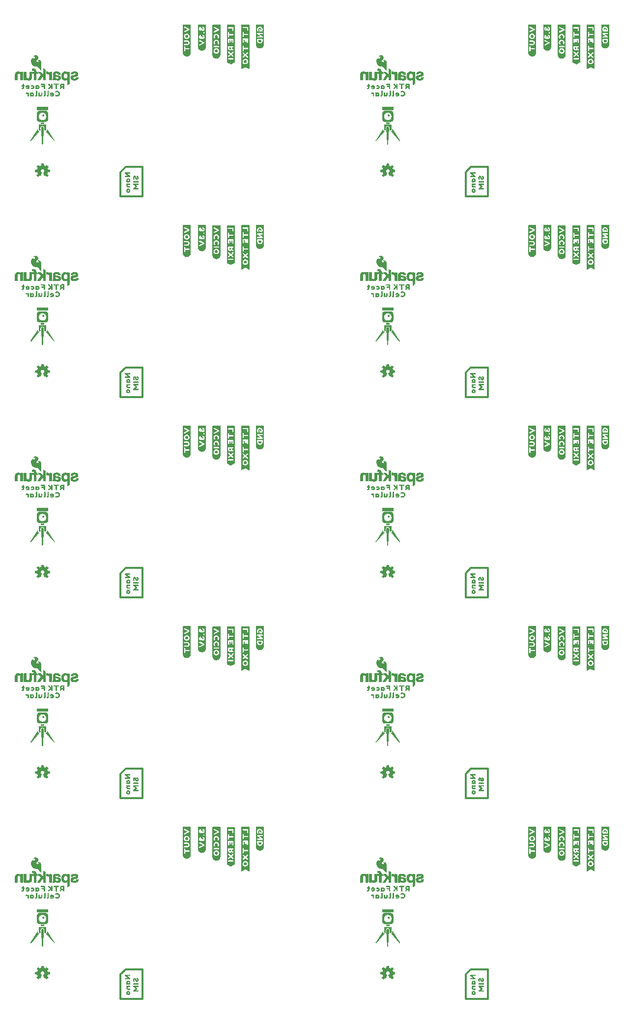
<source format=gbo>
G04 EAGLE Gerber RS-274X export*
G75*
%MOMM*%
%FSLAX34Y34*%
%LPD*%
%INSilkscreen Bottom*%
%IPPOS*%
%AMOC8*
5,1,8,0,0,1.08239X$1,22.5*%
G01*
%ADD10C,0.304800*%

G36*
X1078781Y1612464D02*
X1078781Y1612464D01*
X1078787Y1612471D01*
X1078793Y1612468D01*
X1084779Y1615461D01*
X1085456Y1615365D01*
X1091449Y1612368D01*
X1091473Y1612373D01*
X1091483Y1612364D01*
X1091883Y1612464D01*
X1091905Y1612492D01*
X1091913Y1612497D01*
X1091911Y1612499D01*
X1091920Y1612511D01*
X1091920Y1612512D01*
X1091920Y1688412D01*
X1091917Y1688417D01*
X1091920Y1688420D01*
X1091820Y1689020D01*
X1091777Y1689061D01*
X1091774Y1689058D01*
X1091771Y1689061D01*
X1078871Y1689061D01*
X1078866Y1689058D01*
X1078863Y1689061D01*
X1078263Y1688961D01*
X1078222Y1688918D01*
X1078225Y1688915D01*
X1078222Y1688912D01*
X1078222Y1612412D01*
X1078258Y1612365D01*
X1078270Y1612374D01*
X1078281Y1612364D01*
X1078781Y1612464D01*
G37*
G36*
X483710Y1612464D02*
X483710Y1612464D01*
X483716Y1612471D01*
X483722Y1612468D01*
X489708Y1615461D01*
X490385Y1615365D01*
X496378Y1612368D01*
X496402Y1612373D01*
X496412Y1612364D01*
X496812Y1612464D01*
X496834Y1612492D01*
X496841Y1612497D01*
X496840Y1612499D01*
X496849Y1612511D01*
X496848Y1612512D01*
X496849Y1612512D01*
X496849Y1688412D01*
X496846Y1688417D01*
X496849Y1688420D01*
X496749Y1689020D01*
X496705Y1689061D01*
X496703Y1689058D01*
X496700Y1689061D01*
X483800Y1689061D01*
X483795Y1689058D01*
X483792Y1689061D01*
X483192Y1688961D01*
X483151Y1688918D01*
X483154Y1688915D01*
X483151Y1688912D01*
X483151Y1612412D01*
X483187Y1612365D01*
X483199Y1612374D01*
X483210Y1612364D01*
X483710Y1612464D01*
G37*
G36*
X1078781Y232152D02*
X1078781Y232152D01*
X1078787Y232159D01*
X1078793Y232156D01*
X1084779Y235149D01*
X1085456Y235052D01*
X1091449Y232056D01*
X1091473Y232060D01*
X1091483Y232052D01*
X1091883Y232152D01*
X1091905Y232179D01*
X1091913Y232185D01*
X1091911Y232187D01*
X1091920Y232199D01*
X1091920Y232200D01*
X1091920Y308100D01*
X1091917Y308105D01*
X1091920Y308108D01*
X1091820Y308708D01*
X1091777Y308749D01*
X1091774Y308746D01*
X1091771Y308749D01*
X1078871Y308749D01*
X1078866Y308746D01*
X1078863Y308749D01*
X1078263Y308649D01*
X1078222Y308605D01*
X1078225Y308603D01*
X1078222Y308600D01*
X1078222Y232100D01*
X1078258Y232053D01*
X1078270Y232062D01*
X1078281Y232052D01*
X1078781Y232152D01*
G37*
G36*
X1078781Y577236D02*
X1078781Y577236D01*
X1078787Y577243D01*
X1078793Y577240D01*
X1084779Y580233D01*
X1085456Y580137D01*
X1091449Y577140D01*
X1091473Y577145D01*
X1091483Y577137D01*
X1091883Y577237D01*
X1091905Y577264D01*
X1091913Y577270D01*
X1091911Y577272D01*
X1091920Y577283D01*
X1091920Y577284D01*
X1091920Y653184D01*
X1091917Y653189D01*
X1091920Y653193D01*
X1091820Y653793D01*
X1091777Y653833D01*
X1091774Y653830D01*
X1091771Y653834D01*
X1078871Y653834D01*
X1078866Y653830D01*
X1078863Y653833D01*
X1078263Y653733D01*
X1078222Y653690D01*
X1078225Y653687D01*
X1078222Y653684D01*
X1078222Y577184D01*
X1078258Y577137D01*
X1078270Y577146D01*
X1078281Y577136D01*
X1078781Y577236D01*
G37*
G36*
X483710Y577236D02*
X483710Y577236D01*
X483716Y577243D01*
X483722Y577240D01*
X489708Y580233D01*
X490385Y580137D01*
X496378Y577140D01*
X496402Y577145D01*
X496412Y577137D01*
X496812Y577237D01*
X496834Y577264D01*
X496841Y577270D01*
X496840Y577272D01*
X496849Y577283D01*
X496848Y577284D01*
X496849Y577284D01*
X496849Y653184D01*
X496846Y653189D01*
X496849Y653193D01*
X496749Y653793D01*
X496705Y653833D01*
X496703Y653830D01*
X496700Y653834D01*
X483800Y653834D01*
X483795Y653830D01*
X483792Y653833D01*
X483192Y653733D01*
X483151Y653690D01*
X483154Y653687D01*
X483151Y653684D01*
X483151Y577184D01*
X483187Y577137D01*
X483199Y577146D01*
X483210Y577136D01*
X483710Y577236D01*
G37*
G36*
X1078781Y1267380D02*
X1078781Y1267380D01*
X1078787Y1267387D01*
X1078793Y1267384D01*
X1084779Y1270377D01*
X1085456Y1270280D01*
X1091449Y1267284D01*
X1091473Y1267288D01*
X1091483Y1267280D01*
X1091883Y1267380D01*
X1091905Y1267407D01*
X1091913Y1267413D01*
X1091911Y1267415D01*
X1091920Y1267426D01*
X1091920Y1267427D01*
X1091920Y1267428D01*
X1091920Y1343328D01*
X1091917Y1343333D01*
X1091920Y1343336D01*
X1091820Y1343936D01*
X1091777Y1343977D01*
X1091774Y1343974D01*
X1091771Y1343977D01*
X1078871Y1343977D01*
X1078866Y1343973D01*
X1078863Y1343976D01*
X1078263Y1343876D01*
X1078222Y1343833D01*
X1078225Y1343830D01*
X1078222Y1343828D01*
X1078222Y1267328D01*
X1078258Y1267280D01*
X1078270Y1267289D01*
X1078281Y1267280D01*
X1078781Y1267380D01*
G37*
G36*
X483710Y232152D02*
X483710Y232152D01*
X483716Y232159D01*
X483722Y232156D01*
X489708Y235149D01*
X490385Y235052D01*
X496378Y232056D01*
X496402Y232060D01*
X496412Y232052D01*
X496812Y232152D01*
X496834Y232179D01*
X496841Y232185D01*
X496840Y232187D01*
X496849Y232199D01*
X496848Y232199D01*
X496849Y232200D01*
X496849Y308100D01*
X496846Y308105D01*
X496849Y308108D01*
X496749Y308708D01*
X496705Y308749D01*
X496703Y308746D01*
X496700Y308749D01*
X483800Y308749D01*
X483795Y308746D01*
X483792Y308749D01*
X483192Y308649D01*
X483151Y308605D01*
X483154Y308603D01*
X483151Y308600D01*
X483151Y232100D01*
X483187Y232053D01*
X483199Y232062D01*
X483210Y232052D01*
X483710Y232152D01*
G37*
G36*
X483710Y1267380D02*
X483710Y1267380D01*
X483716Y1267387D01*
X483722Y1267384D01*
X489708Y1270377D01*
X490385Y1270280D01*
X496378Y1267284D01*
X496402Y1267288D01*
X496412Y1267280D01*
X496812Y1267380D01*
X496834Y1267407D01*
X496841Y1267413D01*
X496840Y1267415D01*
X496849Y1267426D01*
X496848Y1267427D01*
X496849Y1267428D01*
X496849Y1343328D01*
X496846Y1343333D01*
X496849Y1343336D01*
X496749Y1343936D01*
X496705Y1343977D01*
X496703Y1343974D01*
X496700Y1343977D01*
X483800Y1343977D01*
X483795Y1343973D01*
X483792Y1343976D01*
X483192Y1343876D01*
X483151Y1343833D01*
X483154Y1343830D01*
X483151Y1343828D01*
X483151Y1267328D01*
X483187Y1267280D01*
X483199Y1267289D01*
X483210Y1267280D01*
X483710Y1267380D01*
G37*
G36*
X1078781Y922321D02*
X1078781Y922321D01*
X1078787Y922328D01*
X1078793Y922325D01*
X1084779Y925318D01*
X1085456Y925221D01*
X1091449Y922225D01*
X1091473Y922229D01*
X1091483Y922221D01*
X1091883Y922321D01*
X1091905Y922348D01*
X1091912Y922354D01*
X1091911Y922356D01*
X1091920Y922367D01*
X1091920Y922368D01*
X1091920Y922369D01*
X1091920Y998269D01*
X1091917Y998274D01*
X1091920Y998277D01*
X1091820Y998877D01*
X1091777Y998918D01*
X1091774Y998915D01*
X1091771Y998918D01*
X1078871Y998918D01*
X1078866Y998914D01*
X1078863Y998917D01*
X1078263Y998817D01*
X1078222Y998774D01*
X1078225Y998771D01*
X1078222Y998769D01*
X1078222Y922269D01*
X1078258Y922221D01*
X1078270Y922230D01*
X1078281Y922221D01*
X1078781Y922321D01*
G37*
G36*
X483710Y922321D02*
X483710Y922321D01*
X483716Y922328D01*
X483722Y922325D01*
X489708Y925318D01*
X490385Y925221D01*
X496378Y922225D01*
X496402Y922229D01*
X496412Y922221D01*
X496812Y922321D01*
X496834Y922348D01*
X496841Y922354D01*
X496840Y922356D01*
X496849Y922367D01*
X496848Y922368D01*
X496849Y922369D01*
X496849Y998269D01*
X496846Y998274D01*
X496849Y998277D01*
X496749Y998877D01*
X496705Y998918D01*
X496703Y998915D01*
X496700Y998918D01*
X483800Y998918D01*
X483795Y998914D01*
X483792Y998917D01*
X483192Y998817D01*
X483151Y998774D01*
X483154Y998771D01*
X483151Y998769D01*
X483151Y922269D01*
X483187Y922221D01*
X483199Y922230D01*
X483210Y922221D01*
X483710Y922321D01*
G37*
G36*
X465211Y930530D02*
X465211Y930530D01*
X465222Y930525D01*
X471322Y933525D01*
X471325Y933532D01*
X471331Y933530D01*
X471831Y933930D01*
X471835Y933946D01*
X471845Y933954D01*
X471839Y933961D01*
X471849Y933969D01*
X471849Y998269D01*
X471820Y998307D01*
X471818Y998315D01*
X471318Y998515D01*
X471305Y998511D01*
X471300Y998518D01*
X458500Y998518D01*
X458474Y998498D01*
X458461Y998498D01*
X458161Y998098D01*
X458161Y998076D01*
X458151Y998069D01*
X458151Y934169D01*
X458162Y934154D01*
X458158Y934143D01*
X458458Y933643D01*
X458476Y933636D01*
X458478Y933625D01*
X464578Y930625D01*
X464589Y930627D01*
X464592Y930620D01*
X465192Y930520D01*
X465211Y930530D01*
G37*
G36*
X465211Y585446D02*
X465211Y585446D01*
X465222Y585440D01*
X471322Y588440D01*
X471325Y588447D01*
X471331Y588446D01*
X471831Y588846D01*
X471835Y588861D01*
X471845Y588869D01*
X471839Y588877D01*
X471849Y588884D01*
X471849Y653184D01*
X471820Y653223D01*
X471818Y653230D01*
X471318Y653430D01*
X471305Y653427D01*
X471300Y653434D01*
X458500Y653434D01*
X458474Y653414D01*
X458461Y653414D01*
X458161Y653014D01*
X458161Y652992D01*
X458151Y652984D01*
X458151Y589084D01*
X458162Y589070D01*
X458158Y589059D01*
X458458Y588559D01*
X458476Y588552D01*
X458478Y588540D01*
X464578Y585540D01*
X464589Y585542D01*
X464592Y585536D01*
X465192Y585436D01*
X465211Y585446D01*
G37*
G36*
X1060282Y240361D02*
X1060282Y240361D01*
X1060293Y240356D01*
X1066393Y243356D01*
X1066397Y243363D01*
X1066402Y243362D01*
X1066902Y243762D01*
X1066906Y243777D01*
X1066916Y243785D01*
X1066911Y243793D01*
X1066920Y243800D01*
X1066920Y308100D01*
X1066892Y308138D01*
X1066889Y308146D01*
X1066389Y308346D01*
X1066377Y308342D01*
X1066371Y308349D01*
X1053571Y308349D01*
X1053545Y308330D01*
X1053532Y308330D01*
X1053232Y307930D01*
X1053232Y307908D01*
X1053222Y307900D01*
X1053222Y244000D01*
X1053233Y243985D01*
X1053229Y243975D01*
X1053529Y243475D01*
X1053547Y243467D01*
X1053549Y243456D01*
X1059649Y240456D01*
X1059660Y240458D01*
X1059663Y240451D01*
X1060263Y240351D01*
X1060282Y240361D01*
G37*
G36*
X1060282Y930530D02*
X1060282Y930530D01*
X1060293Y930525D01*
X1066393Y933525D01*
X1066397Y933532D01*
X1066402Y933530D01*
X1066902Y933930D01*
X1066906Y933946D01*
X1066916Y933954D01*
X1066911Y933961D01*
X1066920Y933969D01*
X1066920Y998269D01*
X1066892Y998307D01*
X1066889Y998315D01*
X1066389Y998515D01*
X1066377Y998511D01*
X1066371Y998518D01*
X1053571Y998518D01*
X1053545Y998498D01*
X1053532Y998498D01*
X1053232Y998098D01*
X1053232Y998076D01*
X1053222Y998069D01*
X1053222Y934169D01*
X1053233Y934154D01*
X1053229Y934143D01*
X1053529Y933643D01*
X1053547Y933636D01*
X1053549Y933625D01*
X1059649Y930625D01*
X1059660Y930627D01*
X1059663Y930620D01*
X1060263Y930520D01*
X1060282Y930530D01*
G37*
G36*
X465211Y240361D02*
X465211Y240361D01*
X465222Y240356D01*
X471322Y243356D01*
X471325Y243363D01*
X471331Y243362D01*
X471831Y243762D01*
X471835Y243777D01*
X471845Y243785D01*
X471839Y243793D01*
X471849Y243800D01*
X471849Y308100D01*
X471820Y308138D01*
X471818Y308146D01*
X471318Y308346D01*
X471305Y308342D01*
X471300Y308349D01*
X458500Y308349D01*
X458474Y308330D01*
X458461Y308330D01*
X458161Y307930D01*
X458161Y307908D01*
X458151Y307900D01*
X458151Y244000D01*
X458162Y243985D01*
X458158Y243975D01*
X458458Y243475D01*
X458476Y243467D01*
X458478Y243456D01*
X464578Y240456D01*
X464589Y240458D01*
X464592Y240451D01*
X465192Y240351D01*
X465211Y240361D01*
G37*
G36*
X1060282Y585446D02*
X1060282Y585446D01*
X1060293Y585440D01*
X1066393Y588440D01*
X1066397Y588447D01*
X1066402Y588446D01*
X1066902Y588846D01*
X1066906Y588861D01*
X1066916Y588869D01*
X1066911Y588877D01*
X1066920Y588884D01*
X1066920Y653184D01*
X1066892Y653223D01*
X1066889Y653230D01*
X1066389Y653430D01*
X1066377Y653427D01*
X1066371Y653434D01*
X1053571Y653434D01*
X1053545Y653414D01*
X1053532Y653414D01*
X1053232Y653014D01*
X1053232Y652992D01*
X1053222Y652984D01*
X1053222Y589084D01*
X1053233Y589070D01*
X1053229Y589059D01*
X1053529Y588559D01*
X1053547Y588552D01*
X1053549Y588540D01*
X1059649Y585540D01*
X1059660Y585542D01*
X1059663Y585536D01*
X1060263Y585436D01*
X1060282Y585446D01*
G37*
G36*
X1060282Y1275589D02*
X1060282Y1275589D01*
X1060293Y1275584D01*
X1066393Y1278584D01*
X1066397Y1278591D01*
X1066402Y1278589D01*
X1066902Y1278989D01*
X1066906Y1279005D01*
X1066916Y1279013D01*
X1066911Y1279020D01*
X1066920Y1279028D01*
X1066920Y1343328D01*
X1066892Y1343366D01*
X1066889Y1343374D01*
X1066389Y1343574D01*
X1066377Y1343570D01*
X1066371Y1343577D01*
X1053571Y1343577D01*
X1053545Y1343557D01*
X1053532Y1343557D01*
X1053232Y1343157D01*
X1053232Y1343135D01*
X1053222Y1343128D01*
X1053222Y1279228D01*
X1053233Y1279213D01*
X1053229Y1279202D01*
X1053529Y1278702D01*
X1053547Y1278695D01*
X1053549Y1278684D01*
X1059649Y1275684D01*
X1059660Y1275686D01*
X1059663Y1275679D01*
X1060263Y1275579D01*
X1060282Y1275589D01*
G37*
G36*
X465211Y1275589D02*
X465211Y1275589D01*
X465222Y1275584D01*
X471322Y1278584D01*
X471325Y1278591D01*
X471331Y1278589D01*
X471831Y1278989D01*
X471835Y1279005D01*
X471845Y1279013D01*
X471839Y1279020D01*
X471849Y1279028D01*
X471849Y1343328D01*
X471820Y1343366D01*
X471818Y1343374D01*
X471318Y1343574D01*
X471305Y1343570D01*
X471300Y1343577D01*
X458500Y1343577D01*
X458474Y1343557D01*
X458461Y1343557D01*
X458161Y1343157D01*
X458161Y1343135D01*
X458151Y1343128D01*
X458151Y1279228D01*
X458162Y1279213D01*
X458158Y1279202D01*
X458458Y1278702D01*
X458476Y1278695D01*
X458478Y1278684D01*
X464578Y1275684D01*
X464589Y1275686D01*
X464592Y1275679D01*
X465192Y1275579D01*
X465211Y1275589D01*
G37*
G36*
X1060282Y1620674D02*
X1060282Y1620674D01*
X1060293Y1620668D01*
X1066393Y1623668D01*
X1066397Y1623675D01*
X1066402Y1623674D01*
X1066902Y1624074D01*
X1066906Y1624089D01*
X1066916Y1624097D01*
X1066911Y1624105D01*
X1066920Y1624112D01*
X1066920Y1688412D01*
X1066892Y1688450D01*
X1066889Y1688458D01*
X1066389Y1688658D01*
X1066377Y1688654D01*
X1066371Y1688661D01*
X1053571Y1688661D01*
X1053545Y1688642D01*
X1053532Y1688642D01*
X1053232Y1688242D01*
X1053232Y1688220D01*
X1053222Y1688212D01*
X1053222Y1624312D01*
X1053233Y1624297D01*
X1053229Y1624287D01*
X1053529Y1623787D01*
X1053547Y1623780D01*
X1053549Y1623768D01*
X1059649Y1620768D01*
X1059660Y1620770D01*
X1059663Y1620764D01*
X1060263Y1620664D01*
X1060282Y1620674D01*
G37*
G36*
X465211Y1620674D02*
X465211Y1620674D01*
X465222Y1620668D01*
X471322Y1623668D01*
X471325Y1623675D01*
X471331Y1623674D01*
X471831Y1624074D01*
X471835Y1624089D01*
X471845Y1624097D01*
X471839Y1624105D01*
X471849Y1624112D01*
X471849Y1688412D01*
X471820Y1688450D01*
X471818Y1688458D01*
X471318Y1688658D01*
X471305Y1688654D01*
X471300Y1688661D01*
X458500Y1688661D01*
X458474Y1688642D01*
X458461Y1688642D01*
X458161Y1688242D01*
X458161Y1688220D01*
X458151Y1688212D01*
X458151Y1624312D01*
X458162Y1624297D01*
X458158Y1624287D01*
X458458Y1623787D01*
X458476Y1623780D01*
X458478Y1623768D01*
X464578Y1620768D01*
X464589Y1620770D01*
X464592Y1620764D01*
X465192Y1620664D01*
X465211Y1620674D01*
G37*
G36*
X440305Y250154D02*
X440305Y250154D01*
X440308Y250151D01*
X440908Y250251D01*
X441607Y250351D01*
X441611Y250355D01*
X441614Y250353D01*
X442314Y250553D01*
X442318Y250558D01*
X442322Y250556D01*
X443522Y251156D01*
X443525Y251163D01*
X443531Y251162D01*
X444029Y251560D01*
X444627Y251959D01*
X444631Y251969D01*
X444638Y251969D01*
X445037Y252467D01*
X445535Y252965D01*
X445536Y252977D01*
X445544Y252978D01*
X445843Y253575D01*
X446241Y254173D01*
X446240Y254182D01*
X446247Y254184D01*
X446647Y255384D01*
X446645Y255391D01*
X446649Y255393D01*
X446849Y256793D01*
X446846Y256798D01*
X446849Y256800D01*
X446849Y308300D01*
X446813Y308347D01*
X446810Y308345D01*
X446808Y308349D01*
X446208Y308449D01*
X446203Y308446D01*
X446200Y308449D01*
X433400Y308449D01*
X433357Y308417D01*
X433353Y308416D01*
X433153Y307816D01*
X433157Y307805D01*
X433151Y307800D01*
X433151Y256900D01*
X433154Y256896D01*
X433151Y256893D01*
X433251Y256193D01*
X433252Y256192D01*
X433251Y256192D01*
X433351Y255592D01*
X433355Y255589D01*
X433353Y255586D01*
X433553Y254886D01*
X433554Y254885D01*
X433553Y254884D01*
X433753Y254284D01*
X433758Y254281D01*
X433756Y254278D01*
X434056Y253678D01*
X434060Y253676D01*
X434059Y253673D01*
X434459Y253073D01*
X434462Y253072D01*
X434462Y253069D01*
X435262Y252069D01*
X435266Y252068D01*
X435265Y252065D01*
X435765Y251565D01*
X435772Y251564D01*
X435773Y251559D01*
X436373Y251159D01*
X436377Y251159D01*
X436378Y251156D01*
X437578Y250556D01*
X437585Y250557D01*
X437586Y250553D01*
X438286Y250353D01*
X438290Y250354D01*
X438292Y250351D01*
X438892Y250251D01*
X438893Y250252D01*
X438893Y250251D01*
X439593Y250151D01*
X439598Y250154D01*
X439600Y250151D01*
X440300Y250151D01*
X440305Y250154D01*
G37*
G36*
X440305Y595239D02*
X440305Y595239D01*
X440308Y595236D01*
X440908Y595336D01*
X441607Y595436D01*
X441611Y595439D01*
X441614Y595437D01*
X442314Y595637D01*
X442318Y595643D01*
X442322Y595640D01*
X443522Y596240D01*
X443525Y596247D01*
X443531Y596246D01*
X444029Y596645D01*
X444627Y597043D01*
X444631Y597054D01*
X444638Y597054D01*
X445037Y597552D01*
X445535Y598050D01*
X445536Y598061D01*
X445544Y598062D01*
X445843Y598660D01*
X446241Y599257D01*
X446240Y599267D01*
X446247Y599269D01*
X446647Y600469D01*
X446645Y600475D01*
X446649Y600477D01*
X446849Y601877D01*
X446846Y601882D01*
X446849Y601884D01*
X446849Y653384D01*
X446813Y653432D01*
X446810Y653429D01*
X446808Y653433D01*
X446208Y653533D01*
X446203Y653530D01*
X446200Y653534D01*
X433400Y653534D01*
X433357Y653501D01*
X433353Y653500D01*
X433153Y652900D01*
X433157Y652889D01*
X433151Y652884D01*
X433151Y601984D01*
X433154Y601980D01*
X433151Y601977D01*
X433251Y601277D01*
X433252Y601277D01*
X433251Y601276D01*
X433351Y600676D01*
X433355Y600673D01*
X433353Y600671D01*
X433553Y599971D01*
X433554Y599970D01*
X433553Y599969D01*
X433753Y599369D01*
X433758Y599366D01*
X433756Y599362D01*
X434056Y598762D01*
X434060Y598760D01*
X434059Y598757D01*
X434459Y598157D01*
X434462Y598156D01*
X434462Y598154D01*
X435262Y597154D01*
X435266Y597153D01*
X435265Y597150D01*
X435765Y596650D01*
X435772Y596649D01*
X435773Y596643D01*
X436373Y596243D01*
X436377Y596244D01*
X436378Y596240D01*
X437578Y595640D01*
X437585Y595642D01*
X437586Y595637D01*
X438286Y595437D01*
X438290Y595439D01*
X438292Y595436D01*
X438892Y595336D01*
X438893Y595336D01*
X439593Y595236D01*
X439598Y595238D01*
X439600Y595235D01*
X440300Y595235D01*
X440305Y595239D01*
G37*
G36*
X1035376Y595239D02*
X1035376Y595239D01*
X1035379Y595236D01*
X1035979Y595336D01*
X1036678Y595436D01*
X1036682Y595439D01*
X1036685Y595437D01*
X1037385Y595637D01*
X1037389Y595643D01*
X1037393Y595640D01*
X1038593Y596240D01*
X1038597Y596247D01*
X1038602Y596246D01*
X1039101Y596645D01*
X1039699Y597043D01*
X1039702Y597054D01*
X1039710Y597054D01*
X1040108Y597552D01*
X1040606Y598050D01*
X1040608Y598061D01*
X1040615Y598062D01*
X1040914Y598660D01*
X1041312Y599257D01*
X1041312Y599267D01*
X1041318Y599269D01*
X1041718Y600469D01*
X1041716Y600475D01*
X1041720Y600477D01*
X1041920Y601877D01*
X1041917Y601882D01*
X1041920Y601884D01*
X1041920Y653384D01*
X1041885Y653432D01*
X1041881Y653429D01*
X1041879Y653433D01*
X1041279Y653533D01*
X1041274Y653530D01*
X1041271Y653534D01*
X1028471Y653534D01*
X1028429Y653501D01*
X1028424Y653500D01*
X1028224Y652900D01*
X1028228Y652889D01*
X1028222Y652884D01*
X1028222Y601984D01*
X1028225Y601980D01*
X1028222Y601977D01*
X1028322Y601277D01*
X1028323Y601277D01*
X1028323Y601276D01*
X1028423Y600676D01*
X1028426Y600673D01*
X1028424Y600671D01*
X1028624Y599971D01*
X1028625Y599970D01*
X1028624Y599969D01*
X1028824Y599369D01*
X1028829Y599366D01*
X1028827Y599362D01*
X1029127Y598762D01*
X1029131Y598760D01*
X1029130Y598757D01*
X1029530Y598157D01*
X1029533Y598156D01*
X1029533Y598154D01*
X1030333Y597154D01*
X1030337Y597153D01*
X1030336Y597150D01*
X1030836Y596650D01*
X1030844Y596649D01*
X1030844Y596643D01*
X1031444Y596243D01*
X1031449Y596244D01*
X1031449Y596240D01*
X1032649Y595640D01*
X1032656Y595642D01*
X1032658Y595637D01*
X1033358Y595437D01*
X1033362Y595439D01*
X1033363Y595436D01*
X1033963Y595336D01*
X1033964Y595336D01*
X1034664Y595236D01*
X1034669Y595238D01*
X1034671Y595235D01*
X1035371Y595235D01*
X1035376Y595239D01*
G37*
G36*
X1035376Y250154D02*
X1035376Y250154D01*
X1035379Y250151D01*
X1035979Y250251D01*
X1036678Y250351D01*
X1036682Y250355D01*
X1036685Y250353D01*
X1037385Y250553D01*
X1037389Y250558D01*
X1037393Y250556D01*
X1038593Y251156D01*
X1038597Y251163D01*
X1038602Y251162D01*
X1039101Y251560D01*
X1039699Y251959D01*
X1039702Y251969D01*
X1039710Y251969D01*
X1040108Y252467D01*
X1040606Y252965D01*
X1040608Y252977D01*
X1040615Y252978D01*
X1040914Y253575D01*
X1041312Y254173D01*
X1041312Y254182D01*
X1041318Y254184D01*
X1041718Y255384D01*
X1041716Y255391D01*
X1041720Y255393D01*
X1041920Y256793D01*
X1041917Y256798D01*
X1041920Y256800D01*
X1041920Y308300D01*
X1041885Y308347D01*
X1041881Y308345D01*
X1041879Y308349D01*
X1041279Y308449D01*
X1041274Y308446D01*
X1041271Y308449D01*
X1028471Y308449D01*
X1028429Y308417D01*
X1028424Y308416D01*
X1028224Y307816D01*
X1028228Y307805D01*
X1028222Y307800D01*
X1028222Y256900D01*
X1028225Y256896D01*
X1028222Y256893D01*
X1028322Y256193D01*
X1028323Y256192D01*
X1028423Y255592D01*
X1028426Y255589D01*
X1028424Y255586D01*
X1028624Y254886D01*
X1028625Y254885D01*
X1028624Y254884D01*
X1028824Y254284D01*
X1028829Y254281D01*
X1028827Y254278D01*
X1029127Y253678D01*
X1029131Y253676D01*
X1029130Y253673D01*
X1029530Y253073D01*
X1029533Y253072D01*
X1029533Y253069D01*
X1030333Y252069D01*
X1030337Y252068D01*
X1030336Y252065D01*
X1030836Y251565D01*
X1030844Y251564D01*
X1030844Y251559D01*
X1031444Y251159D01*
X1031449Y251159D01*
X1031449Y251156D01*
X1032649Y250556D01*
X1032656Y250557D01*
X1032658Y250553D01*
X1033358Y250353D01*
X1033362Y250354D01*
X1033363Y250351D01*
X1033963Y250251D01*
X1033964Y250252D01*
X1033964Y250251D01*
X1034664Y250151D01*
X1034669Y250154D01*
X1034671Y250151D01*
X1035371Y250151D01*
X1035376Y250154D01*
G37*
G36*
X440305Y1630467D02*
X440305Y1630467D01*
X440308Y1630464D01*
X440908Y1630564D01*
X441607Y1630663D01*
X441611Y1630667D01*
X441614Y1630665D01*
X442314Y1630865D01*
X442318Y1630870D01*
X442322Y1630868D01*
X443522Y1631468D01*
X443525Y1631475D01*
X443531Y1631474D01*
X444029Y1631873D01*
X444627Y1632271D01*
X444631Y1632282D01*
X444638Y1632281D01*
X445037Y1632780D01*
X445535Y1633277D01*
X445536Y1633289D01*
X445544Y1633290D01*
X445843Y1633888D01*
X446241Y1634485D01*
X446240Y1634494D01*
X446247Y1634497D01*
X446647Y1635697D01*
X446645Y1635703D01*
X446649Y1635705D01*
X446849Y1637105D01*
X446846Y1637110D01*
X446849Y1637112D01*
X446849Y1688612D01*
X446813Y1688660D01*
X446810Y1688657D01*
X446808Y1688661D01*
X446208Y1688761D01*
X446203Y1688758D01*
X446200Y1688761D01*
X433400Y1688761D01*
X433357Y1688729D01*
X433353Y1688728D01*
X433153Y1688128D01*
X433157Y1688117D01*
X433151Y1688112D01*
X433151Y1637212D01*
X433154Y1637208D01*
X433151Y1637205D01*
X433251Y1636505D01*
X433252Y1636505D01*
X433251Y1636504D01*
X433351Y1635904D01*
X433355Y1635901D01*
X433353Y1635899D01*
X433553Y1635199D01*
X433554Y1635198D01*
X433553Y1635197D01*
X433753Y1634597D01*
X433758Y1634594D01*
X433756Y1634590D01*
X434056Y1633990D01*
X434060Y1633988D01*
X434059Y1633985D01*
X434459Y1633385D01*
X434462Y1633384D01*
X434462Y1633381D01*
X435262Y1632381D01*
X435266Y1632380D01*
X435265Y1632377D01*
X435765Y1631877D01*
X435772Y1631876D01*
X435773Y1631871D01*
X436373Y1631471D01*
X436377Y1631472D01*
X436378Y1631468D01*
X437578Y1630868D01*
X437585Y1630869D01*
X437586Y1630865D01*
X438286Y1630665D01*
X438290Y1630666D01*
X438292Y1630664D01*
X438892Y1630564D01*
X438893Y1630564D01*
X438893Y1630563D01*
X439593Y1630463D01*
X439598Y1630466D01*
X439600Y1630463D01*
X440300Y1630463D01*
X440305Y1630467D01*
G37*
G36*
X1035376Y1630467D02*
X1035376Y1630467D01*
X1035379Y1630464D01*
X1035979Y1630564D01*
X1036678Y1630663D01*
X1036682Y1630667D01*
X1036685Y1630665D01*
X1037385Y1630865D01*
X1037389Y1630870D01*
X1037393Y1630868D01*
X1038593Y1631468D01*
X1038597Y1631475D01*
X1038602Y1631474D01*
X1039101Y1631873D01*
X1039699Y1632271D01*
X1039702Y1632282D01*
X1039710Y1632281D01*
X1040108Y1632780D01*
X1040606Y1633277D01*
X1040608Y1633289D01*
X1040615Y1633290D01*
X1040914Y1633888D01*
X1041312Y1634485D01*
X1041312Y1634494D01*
X1041318Y1634497D01*
X1041718Y1635697D01*
X1041716Y1635703D01*
X1041720Y1635705D01*
X1041920Y1637105D01*
X1041917Y1637110D01*
X1041920Y1637112D01*
X1041920Y1688612D01*
X1041885Y1688660D01*
X1041881Y1688657D01*
X1041879Y1688661D01*
X1041279Y1688761D01*
X1041274Y1688758D01*
X1041271Y1688761D01*
X1028471Y1688761D01*
X1028429Y1688729D01*
X1028424Y1688728D01*
X1028224Y1688128D01*
X1028228Y1688117D01*
X1028222Y1688112D01*
X1028222Y1637212D01*
X1028225Y1637208D01*
X1028222Y1637205D01*
X1028322Y1636505D01*
X1028323Y1636505D01*
X1028323Y1636504D01*
X1028423Y1635904D01*
X1028426Y1635901D01*
X1028424Y1635899D01*
X1028624Y1635199D01*
X1028625Y1635198D01*
X1028624Y1635197D01*
X1028824Y1634597D01*
X1028829Y1634594D01*
X1028827Y1634590D01*
X1029127Y1633990D01*
X1029131Y1633988D01*
X1029130Y1633985D01*
X1029530Y1633385D01*
X1029533Y1633384D01*
X1029533Y1633381D01*
X1030333Y1632381D01*
X1030337Y1632380D01*
X1030336Y1632377D01*
X1030836Y1631877D01*
X1030844Y1631876D01*
X1030844Y1631871D01*
X1031444Y1631471D01*
X1031449Y1631472D01*
X1031449Y1631468D01*
X1032649Y1630868D01*
X1032656Y1630869D01*
X1032658Y1630865D01*
X1033358Y1630665D01*
X1033362Y1630666D01*
X1033363Y1630664D01*
X1033963Y1630564D01*
X1033964Y1630564D01*
X1033964Y1630563D01*
X1034664Y1630463D01*
X1034669Y1630466D01*
X1034671Y1630463D01*
X1035371Y1630463D01*
X1035376Y1630467D01*
G37*
G36*
X1035376Y940323D02*
X1035376Y940323D01*
X1035379Y940320D01*
X1035979Y940420D01*
X1036678Y940520D01*
X1036682Y940524D01*
X1036685Y940521D01*
X1037385Y940721D01*
X1037389Y940727D01*
X1037393Y940725D01*
X1038593Y941325D01*
X1038597Y941332D01*
X1038602Y941330D01*
X1039101Y941729D01*
X1039699Y942128D01*
X1039702Y942138D01*
X1039710Y942138D01*
X1040108Y942636D01*
X1040606Y943134D01*
X1040608Y943145D01*
X1040615Y943147D01*
X1040914Y943744D01*
X1041312Y944342D01*
X1041312Y944351D01*
X1041318Y944353D01*
X1041718Y945553D01*
X1041716Y945560D01*
X1041720Y945562D01*
X1041920Y946962D01*
X1041917Y946966D01*
X1041920Y946969D01*
X1041920Y998469D01*
X1041885Y998516D01*
X1041881Y998514D01*
X1041879Y998517D01*
X1041279Y998617D01*
X1041274Y998615D01*
X1041271Y998618D01*
X1028471Y998618D01*
X1028429Y998586D01*
X1028424Y998584D01*
X1028224Y997984D01*
X1028228Y997974D01*
X1028222Y997969D01*
X1028222Y947069D01*
X1028225Y947065D01*
X1028222Y947062D01*
X1028322Y946362D01*
X1028323Y946361D01*
X1028423Y945761D01*
X1028426Y945758D01*
X1028424Y945755D01*
X1028624Y945055D01*
X1028625Y945054D01*
X1028624Y945053D01*
X1028824Y944453D01*
X1028829Y944450D01*
X1028827Y944447D01*
X1029127Y943847D01*
X1029131Y943845D01*
X1029130Y943842D01*
X1029530Y943242D01*
X1029533Y943240D01*
X1029533Y943238D01*
X1030333Y942238D01*
X1030337Y942237D01*
X1030336Y942234D01*
X1030836Y941734D01*
X1030844Y941733D01*
X1030844Y941728D01*
X1031444Y941328D01*
X1031449Y941328D01*
X1031449Y941325D01*
X1032649Y940725D01*
X1032656Y940726D01*
X1032658Y940721D01*
X1033358Y940521D01*
X1033362Y940523D01*
X1033363Y940520D01*
X1033963Y940420D01*
X1033964Y940421D01*
X1033964Y940420D01*
X1034664Y940320D01*
X1034669Y940323D01*
X1034671Y940320D01*
X1035371Y940320D01*
X1035376Y940323D01*
G37*
G36*
X440305Y940323D02*
X440305Y940323D01*
X440308Y940320D01*
X440908Y940420D01*
X441607Y940520D01*
X441611Y940524D01*
X441614Y940521D01*
X442314Y940721D01*
X442318Y940727D01*
X442322Y940725D01*
X443522Y941325D01*
X443525Y941332D01*
X443531Y941330D01*
X444029Y941729D01*
X444627Y942128D01*
X444631Y942138D01*
X444638Y942138D01*
X445037Y942636D01*
X445535Y943134D01*
X445536Y943145D01*
X445544Y943147D01*
X445843Y943744D01*
X446241Y944342D01*
X446240Y944351D01*
X446247Y944353D01*
X446647Y945553D01*
X446645Y945560D01*
X446649Y945562D01*
X446849Y946962D01*
X446846Y946966D01*
X446849Y946969D01*
X446849Y998469D01*
X446813Y998516D01*
X446810Y998514D01*
X446808Y998517D01*
X446208Y998617D01*
X446203Y998615D01*
X446200Y998618D01*
X433400Y998618D01*
X433357Y998586D01*
X433353Y998584D01*
X433153Y997984D01*
X433157Y997974D01*
X433151Y997969D01*
X433151Y947069D01*
X433154Y947065D01*
X433151Y947062D01*
X433251Y946362D01*
X433252Y946361D01*
X433251Y946361D01*
X433351Y945761D01*
X433355Y945758D01*
X433353Y945755D01*
X433553Y945055D01*
X433554Y945054D01*
X433553Y945053D01*
X433753Y944453D01*
X433758Y944450D01*
X433756Y944447D01*
X434056Y943847D01*
X434060Y943845D01*
X434059Y943842D01*
X434459Y943242D01*
X434462Y943240D01*
X434462Y943238D01*
X435262Y942238D01*
X435266Y942237D01*
X435265Y942234D01*
X435765Y941734D01*
X435772Y941733D01*
X435773Y941728D01*
X436373Y941328D01*
X436377Y941328D01*
X436378Y941325D01*
X437578Y940725D01*
X437585Y940726D01*
X437586Y940721D01*
X438286Y940521D01*
X438290Y940523D01*
X438292Y940520D01*
X438892Y940420D01*
X438893Y940421D01*
X438893Y940420D01*
X439593Y940320D01*
X439598Y940323D01*
X439600Y940320D01*
X440300Y940320D01*
X440305Y940323D01*
G37*
G36*
X440305Y1285382D02*
X440305Y1285382D01*
X440308Y1285379D01*
X440908Y1285479D01*
X441607Y1285579D01*
X441611Y1285583D01*
X441614Y1285580D01*
X442314Y1285780D01*
X442318Y1285786D01*
X442322Y1285784D01*
X443522Y1286384D01*
X443525Y1286391D01*
X443531Y1286389D01*
X444029Y1286788D01*
X444627Y1287187D01*
X444631Y1287197D01*
X444638Y1287197D01*
X445037Y1287695D01*
X445535Y1288193D01*
X445536Y1288204D01*
X445544Y1288206D01*
X445843Y1288803D01*
X446241Y1289401D01*
X446240Y1289410D01*
X446247Y1289412D01*
X446647Y1290612D01*
X446645Y1290619D01*
X446649Y1290621D01*
X446849Y1292021D01*
X446846Y1292025D01*
X446849Y1292028D01*
X446849Y1343528D01*
X446813Y1343575D01*
X446810Y1343573D01*
X446808Y1343576D01*
X446208Y1343676D01*
X446203Y1343674D01*
X446200Y1343677D01*
X433400Y1343677D01*
X433357Y1343645D01*
X433353Y1343643D01*
X433153Y1343043D01*
X433157Y1343033D01*
X433151Y1343028D01*
X433151Y1292128D01*
X433154Y1292124D01*
X433151Y1292121D01*
X433251Y1291421D01*
X433252Y1291420D01*
X433251Y1291420D01*
X433351Y1290820D01*
X433355Y1290817D01*
X433353Y1290814D01*
X433553Y1290114D01*
X433554Y1290113D01*
X433553Y1290112D01*
X433753Y1289512D01*
X433758Y1289509D01*
X433756Y1289506D01*
X434056Y1288906D01*
X434060Y1288904D01*
X434059Y1288901D01*
X434459Y1288301D01*
X434462Y1288299D01*
X434462Y1288297D01*
X435262Y1287297D01*
X435266Y1287296D01*
X435265Y1287293D01*
X435765Y1286793D01*
X435772Y1286792D01*
X435773Y1286787D01*
X436373Y1286387D01*
X436377Y1286387D01*
X436378Y1286384D01*
X437578Y1285784D01*
X437585Y1285785D01*
X437586Y1285780D01*
X438286Y1285580D01*
X438290Y1285582D01*
X438292Y1285579D01*
X438892Y1285479D01*
X438893Y1285480D01*
X438893Y1285479D01*
X439593Y1285379D01*
X439598Y1285382D01*
X439600Y1285379D01*
X440300Y1285379D01*
X440305Y1285382D01*
G37*
G36*
X1035376Y1285382D02*
X1035376Y1285382D01*
X1035379Y1285379D01*
X1035979Y1285479D01*
X1036678Y1285579D01*
X1036682Y1285583D01*
X1036685Y1285580D01*
X1037385Y1285780D01*
X1037389Y1285786D01*
X1037393Y1285784D01*
X1038593Y1286384D01*
X1038597Y1286391D01*
X1038602Y1286389D01*
X1039101Y1286788D01*
X1039699Y1287187D01*
X1039702Y1287197D01*
X1039710Y1287197D01*
X1040108Y1287695D01*
X1040606Y1288193D01*
X1040608Y1288204D01*
X1040615Y1288206D01*
X1040914Y1288803D01*
X1041312Y1289401D01*
X1041312Y1289410D01*
X1041318Y1289412D01*
X1041718Y1290612D01*
X1041716Y1290619D01*
X1041720Y1290621D01*
X1041920Y1292021D01*
X1041917Y1292025D01*
X1041920Y1292028D01*
X1041920Y1343528D01*
X1041885Y1343575D01*
X1041881Y1343573D01*
X1041879Y1343576D01*
X1041279Y1343676D01*
X1041274Y1343674D01*
X1041271Y1343677D01*
X1028471Y1343677D01*
X1028429Y1343645D01*
X1028424Y1343643D01*
X1028224Y1343043D01*
X1028228Y1343033D01*
X1028222Y1343028D01*
X1028222Y1292128D01*
X1028225Y1292124D01*
X1028222Y1292121D01*
X1028322Y1291421D01*
X1028323Y1291420D01*
X1028423Y1290820D01*
X1028426Y1290817D01*
X1028424Y1290814D01*
X1028624Y1290114D01*
X1028625Y1290113D01*
X1028624Y1290112D01*
X1028824Y1289512D01*
X1028829Y1289509D01*
X1028827Y1289506D01*
X1029127Y1288906D01*
X1029131Y1288904D01*
X1029130Y1288901D01*
X1029530Y1288301D01*
X1029533Y1288299D01*
X1029533Y1288297D01*
X1030333Y1287297D01*
X1030337Y1287296D01*
X1030336Y1287293D01*
X1030836Y1286793D01*
X1030844Y1286792D01*
X1030844Y1286787D01*
X1031444Y1286387D01*
X1031449Y1286387D01*
X1031449Y1286384D01*
X1032649Y1285784D01*
X1032656Y1285785D01*
X1032658Y1285780D01*
X1033358Y1285580D01*
X1033362Y1285582D01*
X1033363Y1285579D01*
X1033963Y1285479D01*
X1033964Y1285480D01*
X1033964Y1285479D01*
X1034664Y1285379D01*
X1034669Y1285382D01*
X1034671Y1285379D01*
X1035371Y1285379D01*
X1035376Y1285382D01*
G37*
G36*
X389807Y1289079D02*
X389807Y1289079D01*
X389808Y1289080D01*
X389808Y1289079D01*
X390408Y1289179D01*
X390411Y1289182D01*
X390414Y1289180D01*
X391114Y1289380D01*
X391115Y1289382D01*
X391116Y1289381D01*
X391716Y1289581D01*
X391719Y1289585D01*
X391722Y1289584D01*
X392322Y1289884D01*
X392324Y1289888D01*
X392327Y1289887D01*
X392927Y1290287D01*
X392928Y1290290D01*
X392931Y1290289D01*
X393431Y1290689D01*
X393432Y1290693D01*
X393435Y1290693D01*
X394435Y1291693D01*
X394436Y1291702D01*
X394442Y1291702D01*
X394742Y1292202D01*
X395141Y1292801D01*
X395141Y1292806D01*
X395142Y1292807D01*
X395140Y1292809D01*
X395140Y1292810D01*
X395147Y1292812D01*
X395347Y1293412D01*
X395346Y1293414D01*
X395347Y1293414D01*
X395357Y1293447D01*
X395371Y1293496D01*
X395413Y1293644D01*
X395455Y1293792D01*
X395469Y1293841D01*
X395511Y1293989D01*
X395512Y1293989D01*
X395511Y1293989D01*
X395547Y1294113D01*
X395747Y1294712D01*
X395745Y1294719D01*
X395749Y1294721D01*
X395849Y1295421D01*
X395846Y1295425D01*
X395849Y1295428D01*
X395849Y1343528D01*
X395841Y1343539D01*
X395846Y1343546D01*
X395646Y1344046D01*
X395605Y1344071D01*
X395600Y1344077D01*
X382700Y1344077D01*
X382689Y1344069D01*
X382682Y1344074D01*
X382182Y1343874D01*
X382157Y1343833D01*
X382151Y1343828D01*
X382151Y1295928D01*
X382154Y1295924D01*
X382151Y1295921D01*
X382251Y1295224D01*
X382251Y1294628D01*
X382257Y1294620D01*
X382253Y1294614D01*
X382453Y1293914D01*
X382454Y1293913D01*
X382453Y1293912D01*
X382653Y1293312D01*
X382658Y1293309D01*
X382656Y1293306D01*
X382956Y1292706D01*
X382960Y1292704D01*
X382959Y1292701D01*
X383759Y1291501D01*
X383762Y1291499D01*
X383762Y1291497D01*
X384162Y1290997D01*
X384169Y1290995D01*
X384169Y1290989D01*
X384669Y1290589D01*
X384673Y1290589D01*
X384673Y1290587D01*
X385271Y1290188D01*
X385769Y1289789D01*
X385777Y1289789D01*
X385778Y1289784D01*
X386378Y1289484D01*
X386385Y1289485D01*
X386386Y1289480D01*
X387086Y1289280D01*
X387090Y1289282D01*
X387092Y1289279D01*
X387692Y1289179D01*
X387693Y1289180D01*
X387693Y1289179D01*
X389093Y1288979D01*
X389102Y1288984D01*
X389107Y1288979D01*
X389807Y1289079D01*
G37*
G36*
X389807Y253851D02*
X389807Y253851D01*
X389808Y253852D01*
X389808Y253851D01*
X390408Y253951D01*
X390411Y253955D01*
X390414Y253953D01*
X391114Y254153D01*
X391115Y254154D01*
X391116Y254153D01*
X391716Y254353D01*
X391719Y254358D01*
X391722Y254356D01*
X392322Y254656D01*
X392324Y254660D01*
X392327Y254659D01*
X392927Y255059D01*
X392928Y255062D01*
X392931Y255062D01*
X393431Y255462D01*
X393432Y255466D01*
X393435Y255465D01*
X394435Y256465D01*
X394436Y256474D01*
X394442Y256475D01*
X394742Y256974D01*
X395141Y257573D01*
X395141Y257578D01*
X395142Y257579D01*
X395140Y257581D01*
X395140Y257582D01*
X395147Y257584D01*
X395347Y258184D01*
X395346Y258186D01*
X395347Y258186D01*
X395357Y258219D01*
X395371Y258268D01*
X395413Y258416D01*
X395455Y258564D01*
X395469Y258613D01*
X395511Y258761D01*
X395512Y258761D01*
X395511Y258761D01*
X395547Y258885D01*
X395747Y259484D01*
X395745Y259491D01*
X395749Y259493D01*
X395849Y260193D01*
X395846Y260198D01*
X395849Y260200D01*
X395849Y308300D01*
X395841Y308311D01*
X395846Y308318D01*
X395646Y308818D01*
X395605Y308843D01*
X395600Y308849D01*
X382700Y308849D01*
X382689Y308841D01*
X382682Y308846D01*
X382182Y308646D01*
X382157Y308605D01*
X382151Y308600D01*
X382151Y260700D01*
X382154Y260696D01*
X382151Y260693D01*
X382251Y259997D01*
X382251Y259400D01*
X382257Y259392D01*
X382253Y259386D01*
X382453Y258686D01*
X382454Y258685D01*
X382453Y258684D01*
X382653Y258084D01*
X382658Y258081D01*
X382656Y258078D01*
X382956Y257478D01*
X382960Y257476D01*
X382959Y257473D01*
X383759Y256273D01*
X383762Y256272D01*
X383762Y256269D01*
X384162Y255769D01*
X384169Y255767D01*
X384169Y255762D01*
X384669Y255362D01*
X384673Y255361D01*
X384673Y255359D01*
X385271Y254960D01*
X385769Y254562D01*
X385777Y254561D01*
X385778Y254556D01*
X386378Y254256D01*
X386385Y254257D01*
X386386Y254253D01*
X387086Y254053D01*
X387090Y254054D01*
X387092Y254051D01*
X387692Y253951D01*
X387693Y253952D01*
X387693Y253951D01*
X389093Y253751D01*
X389102Y253756D01*
X389107Y253751D01*
X389807Y253851D01*
G37*
G36*
X389807Y598936D02*
X389807Y598936D01*
X389808Y598936D01*
X390408Y599036D01*
X390411Y599039D01*
X390414Y599037D01*
X391114Y599237D01*
X391115Y599238D01*
X391116Y599238D01*
X391716Y599438D01*
X391719Y599442D01*
X391722Y599440D01*
X392322Y599740D01*
X392324Y599745D01*
X392327Y599743D01*
X392927Y600143D01*
X392928Y600147D01*
X392931Y600146D01*
X393431Y600546D01*
X393432Y600550D01*
X393435Y600550D01*
X394435Y601550D01*
X394436Y601558D01*
X394442Y601559D01*
X394742Y602058D01*
X395141Y602657D01*
X395141Y602662D01*
X395142Y602663D01*
X395140Y602666D01*
X395140Y602667D01*
X395147Y602669D01*
X395347Y603269D01*
X395346Y603270D01*
X395347Y603271D01*
X395357Y603304D01*
X395371Y603353D01*
X395413Y603501D01*
X395455Y603648D01*
X395469Y603698D01*
X395511Y603845D01*
X395512Y603845D01*
X395511Y603845D01*
X395547Y603970D01*
X395747Y604569D01*
X395745Y604575D01*
X395749Y604577D01*
X395849Y605277D01*
X395846Y605282D01*
X395849Y605284D01*
X395849Y653384D01*
X395841Y653395D01*
X395846Y653403D01*
X395646Y653903D01*
X395605Y653927D01*
X395600Y653934D01*
X382700Y653934D01*
X382689Y653926D01*
X382682Y653930D01*
X382182Y653730D01*
X382157Y653689D01*
X382151Y653684D01*
X382151Y605784D01*
X382154Y605780D01*
X382151Y605777D01*
X382251Y605081D01*
X382251Y604484D01*
X382257Y604476D01*
X382253Y604471D01*
X382453Y603771D01*
X382454Y603770D01*
X382453Y603769D01*
X382653Y603169D01*
X382658Y603166D01*
X382656Y603162D01*
X382956Y602562D01*
X382960Y602560D01*
X382959Y602557D01*
X383759Y601357D01*
X383762Y601356D01*
X383762Y601354D01*
X384162Y600854D01*
X384169Y600852D01*
X384169Y600846D01*
X384669Y600446D01*
X384673Y600446D01*
X384673Y600443D01*
X385271Y600045D01*
X385769Y599646D01*
X385777Y599646D01*
X385778Y599640D01*
X386378Y599340D01*
X386385Y599342D01*
X386386Y599337D01*
X387086Y599137D01*
X387090Y599139D01*
X387092Y599136D01*
X387692Y599036D01*
X387693Y599036D01*
X389093Y598836D01*
X389102Y598841D01*
X389107Y598836D01*
X389807Y598936D01*
G37*
G36*
X389807Y1634163D02*
X389807Y1634163D01*
X389808Y1634164D01*
X390408Y1634264D01*
X390411Y1634267D01*
X390414Y1634265D01*
X391114Y1634465D01*
X391115Y1634466D01*
X391116Y1634465D01*
X391716Y1634665D01*
X391719Y1634670D01*
X391722Y1634668D01*
X392322Y1634968D01*
X392324Y1634972D01*
X392327Y1634971D01*
X392927Y1635371D01*
X392928Y1635374D01*
X392931Y1635374D01*
X393431Y1635774D01*
X393432Y1635778D01*
X393435Y1635777D01*
X394435Y1636777D01*
X394436Y1636786D01*
X394442Y1636787D01*
X394742Y1637286D01*
X395141Y1637885D01*
X395141Y1637890D01*
X395142Y1637891D01*
X395140Y1637894D01*
X395147Y1637897D01*
X395347Y1638497D01*
X395346Y1638498D01*
X395347Y1638499D01*
X395357Y1638531D01*
X395371Y1638581D01*
X395413Y1638728D01*
X395455Y1638876D01*
X395469Y1638925D01*
X395511Y1639073D01*
X395512Y1639073D01*
X395511Y1639073D01*
X395547Y1639198D01*
X395747Y1639797D01*
X395745Y1639803D01*
X395749Y1639805D01*
X395849Y1640505D01*
X395846Y1640510D01*
X395849Y1640512D01*
X395849Y1688612D01*
X395841Y1688623D01*
X395846Y1688630D01*
X395646Y1689130D01*
X395605Y1689155D01*
X395600Y1689161D01*
X382700Y1689161D01*
X382689Y1689153D01*
X382682Y1689158D01*
X382182Y1688958D01*
X382157Y1688917D01*
X382151Y1688912D01*
X382151Y1641012D01*
X382154Y1641008D01*
X382151Y1641005D01*
X382251Y1640309D01*
X382251Y1639712D01*
X382257Y1639704D01*
X382253Y1639699D01*
X382453Y1638999D01*
X382454Y1638998D01*
X382453Y1638997D01*
X382653Y1638397D01*
X382658Y1638394D01*
X382656Y1638390D01*
X382956Y1637790D01*
X382960Y1637788D01*
X382959Y1637785D01*
X383759Y1636585D01*
X383762Y1636584D01*
X383762Y1636581D01*
X384162Y1636081D01*
X384169Y1636079D01*
X384169Y1636074D01*
X384669Y1635674D01*
X384673Y1635674D01*
X384673Y1635671D01*
X385271Y1635273D01*
X385769Y1634874D01*
X385777Y1634874D01*
X385778Y1634868D01*
X386378Y1634568D01*
X386385Y1634569D01*
X386386Y1634565D01*
X387086Y1634365D01*
X387090Y1634366D01*
X387092Y1634364D01*
X387692Y1634264D01*
X387693Y1634264D01*
X387693Y1634263D01*
X389093Y1634063D01*
X389102Y1634068D01*
X389107Y1634063D01*
X389807Y1634163D01*
G37*
G36*
X984878Y1634163D02*
X984878Y1634163D01*
X984879Y1634164D01*
X985479Y1634264D01*
X985482Y1634267D01*
X985485Y1634265D01*
X986185Y1634465D01*
X986186Y1634466D01*
X986187Y1634465D01*
X986787Y1634665D01*
X986790Y1634670D01*
X986793Y1634668D01*
X987393Y1634968D01*
X987395Y1634972D01*
X987399Y1634971D01*
X987999Y1635371D01*
X988000Y1635374D01*
X988002Y1635374D01*
X988502Y1635774D01*
X988503Y1635778D01*
X988506Y1635777D01*
X989506Y1636777D01*
X989507Y1636786D01*
X989513Y1636787D01*
X989813Y1637286D01*
X990212Y1637885D01*
X990212Y1637890D01*
X990213Y1637891D01*
X990212Y1637894D01*
X990218Y1637897D01*
X990418Y1638497D01*
X990417Y1638498D01*
X990419Y1638499D01*
X990428Y1638531D01*
X990442Y1638581D01*
X990484Y1638728D01*
X990526Y1638876D01*
X990540Y1638925D01*
X990583Y1639073D01*
X990618Y1639198D01*
X990818Y1639797D01*
X990816Y1639803D01*
X990820Y1639805D01*
X990920Y1640505D01*
X990917Y1640510D01*
X990920Y1640512D01*
X990920Y1688612D01*
X990912Y1688623D01*
X990917Y1688630D01*
X990717Y1689130D01*
X990676Y1689155D01*
X990671Y1689161D01*
X977771Y1689161D01*
X977761Y1689153D01*
X977753Y1689158D01*
X977253Y1688958D01*
X977228Y1688917D01*
X977222Y1688912D01*
X977222Y1641012D01*
X977225Y1641008D01*
X977222Y1641005D01*
X977322Y1640309D01*
X977322Y1639712D01*
X977328Y1639704D01*
X977324Y1639699D01*
X977524Y1638999D01*
X977525Y1638998D01*
X977524Y1638997D01*
X977724Y1638397D01*
X977729Y1638394D01*
X977727Y1638390D01*
X978027Y1637790D01*
X978031Y1637788D01*
X978030Y1637785D01*
X978830Y1636585D01*
X978833Y1636584D01*
X978833Y1636581D01*
X979233Y1636081D01*
X979241Y1636079D01*
X979240Y1636074D01*
X979740Y1635674D01*
X979744Y1635674D01*
X979744Y1635671D01*
X980342Y1635273D01*
X980840Y1634874D01*
X980848Y1634874D01*
X980849Y1634868D01*
X981449Y1634568D01*
X981456Y1634569D01*
X981458Y1634565D01*
X982158Y1634365D01*
X982162Y1634366D01*
X982163Y1634364D01*
X982763Y1634264D01*
X982764Y1634264D01*
X982764Y1634263D01*
X984164Y1634063D01*
X984173Y1634068D01*
X984178Y1634063D01*
X984878Y1634163D01*
G37*
G36*
X984878Y1289079D02*
X984878Y1289079D01*
X984879Y1289080D01*
X984879Y1289079D01*
X985479Y1289179D01*
X985482Y1289182D01*
X985485Y1289180D01*
X986185Y1289380D01*
X986186Y1289382D01*
X986187Y1289381D01*
X986787Y1289581D01*
X986790Y1289585D01*
X986793Y1289584D01*
X987393Y1289884D01*
X987395Y1289888D01*
X987399Y1289887D01*
X987999Y1290287D01*
X988000Y1290290D01*
X988002Y1290289D01*
X988502Y1290689D01*
X988503Y1290693D01*
X988506Y1290693D01*
X989506Y1291693D01*
X989507Y1291702D01*
X989513Y1291702D01*
X989813Y1292202D01*
X990212Y1292801D01*
X990212Y1292806D01*
X990213Y1292807D01*
X990212Y1292809D01*
X990212Y1292810D01*
X990218Y1292812D01*
X990418Y1293412D01*
X990417Y1293414D01*
X990419Y1293414D01*
X990428Y1293447D01*
X990442Y1293496D01*
X990484Y1293644D01*
X990526Y1293792D01*
X990540Y1293841D01*
X990583Y1293989D01*
X990618Y1294113D01*
X990818Y1294712D01*
X990816Y1294719D01*
X990820Y1294721D01*
X990920Y1295421D01*
X990917Y1295425D01*
X990920Y1295428D01*
X990920Y1343528D01*
X990912Y1343539D01*
X990917Y1343546D01*
X990717Y1344046D01*
X990676Y1344071D01*
X990671Y1344077D01*
X977771Y1344077D01*
X977761Y1344069D01*
X977753Y1344074D01*
X977253Y1343874D01*
X977228Y1343833D01*
X977222Y1343828D01*
X977222Y1295928D01*
X977225Y1295924D01*
X977222Y1295921D01*
X977322Y1295224D01*
X977322Y1294628D01*
X977328Y1294620D01*
X977324Y1294614D01*
X977524Y1293914D01*
X977525Y1293913D01*
X977524Y1293912D01*
X977724Y1293312D01*
X977729Y1293309D01*
X977727Y1293306D01*
X978027Y1292706D01*
X978031Y1292704D01*
X978030Y1292701D01*
X978830Y1291501D01*
X978833Y1291499D01*
X978833Y1291497D01*
X979233Y1290997D01*
X979241Y1290995D01*
X979240Y1290989D01*
X979740Y1290589D01*
X979744Y1290589D01*
X979744Y1290587D01*
X980342Y1290188D01*
X980840Y1289789D01*
X980848Y1289789D01*
X980849Y1289784D01*
X981449Y1289484D01*
X981456Y1289485D01*
X981458Y1289480D01*
X982158Y1289280D01*
X982162Y1289282D01*
X982163Y1289279D01*
X982763Y1289179D01*
X982764Y1289180D01*
X982764Y1289179D01*
X984164Y1288979D01*
X984173Y1288984D01*
X984178Y1288979D01*
X984878Y1289079D01*
G37*
G36*
X389807Y944020D02*
X389807Y944020D01*
X389808Y944021D01*
X389808Y944020D01*
X390408Y944120D01*
X390411Y944123D01*
X390414Y944121D01*
X391114Y944321D01*
X391115Y944323D01*
X391116Y944322D01*
X391716Y944522D01*
X391719Y944526D01*
X391722Y944525D01*
X392322Y944825D01*
X392324Y944829D01*
X392327Y944828D01*
X392927Y945228D01*
X392928Y945231D01*
X392931Y945230D01*
X393431Y945630D01*
X393432Y945634D01*
X393435Y945634D01*
X394435Y946634D01*
X394436Y946643D01*
X394442Y946643D01*
X394742Y947143D01*
X395141Y947742D01*
X395141Y947747D01*
X395142Y947748D01*
X395140Y947750D01*
X395140Y947751D01*
X395147Y947753D01*
X395347Y948353D01*
X395346Y948355D01*
X395347Y948355D01*
X395357Y948388D01*
X395371Y948437D01*
X395413Y948585D01*
X395455Y948733D01*
X395469Y948782D01*
X395511Y948930D01*
X395512Y948930D01*
X395511Y948930D01*
X395547Y949054D01*
X395747Y949653D01*
X395745Y949660D01*
X395749Y949662D01*
X395849Y950362D01*
X395846Y950366D01*
X395849Y950369D01*
X395849Y998469D01*
X395841Y998480D01*
X395846Y998487D01*
X395646Y998987D01*
X395605Y999012D01*
X395600Y999018D01*
X382700Y999018D01*
X382689Y999010D01*
X382682Y999015D01*
X382182Y998815D01*
X382157Y998774D01*
X382151Y998769D01*
X382151Y950869D01*
X382154Y950865D01*
X382151Y950862D01*
X382251Y950165D01*
X382251Y949569D01*
X382257Y949561D01*
X382253Y949555D01*
X382453Y948855D01*
X382454Y948854D01*
X382453Y948853D01*
X382653Y948253D01*
X382658Y948250D01*
X382656Y948247D01*
X382956Y947647D01*
X382960Y947645D01*
X382959Y947642D01*
X383759Y946442D01*
X383762Y946440D01*
X383762Y946438D01*
X384162Y945938D01*
X384169Y945936D01*
X384169Y945930D01*
X384669Y945530D01*
X384673Y945530D01*
X384673Y945528D01*
X385271Y945129D01*
X385769Y944730D01*
X385777Y944730D01*
X385778Y944725D01*
X386378Y944425D01*
X386385Y944426D01*
X386386Y944421D01*
X387086Y944221D01*
X387090Y944223D01*
X387092Y944220D01*
X387692Y944120D01*
X387693Y944121D01*
X387693Y944120D01*
X389093Y943920D01*
X389102Y943925D01*
X389107Y943920D01*
X389807Y944020D01*
G37*
G36*
X984878Y944020D02*
X984878Y944020D01*
X984879Y944021D01*
X984879Y944020D01*
X985479Y944120D01*
X985482Y944123D01*
X985485Y944121D01*
X986185Y944321D01*
X986186Y944323D01*
X986187Y944322D01*
X986787Y944522D01*
X986790Y944526D01*
X986793Y944525D01*
X987393Y944825D01*
X987395Y944829D01*
X987399Y944828D01*
X987999Y945228D01*
X988000Y945231D01*
X988002Y945230D01*
X988502Y945630D01*
X988503Y945634D01*
X988506Y945634D01*
X989506Y946634D01*
X989507Y946643D01*
X989513Y946643D01*
X989813Y947143D01*
X990212Y947742D01*
X990212Y947747D01*
X990213Y947748D01*
X990212Y947750D01*
X990212Y947751D01*
X990218Y947753D01*
X990418Y948353D01*
X990417Y948355D01*
X990419Y948355D01*
X990428Y948388D01*
X990442Y948437D01*
X990484Y948585D01*
X990526Y948733D01*
X990540Y948782D01*
X990583Y948930D01*
X990618Y949054D01*
X990818Y949653D01*
X990816Y949660D01*
X990820Y949662D01*
X990920Y950362D01*
X990917Y950366D01*
X990920Y950369D01*
X990920Y998469D01*
X990912Y998480D01*
X990917Y998487D01*
X990717Y998987D01*
X990676Y999012D01*
X990671Y999018D01*
X977771Y999018D01*
X977761Y999010D01*
X977753Y999015D01*
X977253Y998815D01*
X977228Y998774D01*
X977222Y998769D01*
X977222Y950869D01*
X977225Y950865D01*
X977222Y950862D01*
X977322Y950165D01*
X977322Y949569D01*
X977328Y949561D01*
X977324Y949555D01*
X977524Y948855D01*
X977525Y948854D01*
X977524Y948853D01*
X977724Y948253D01*
X977729Y948250D01*
X977727Y948247D01*
X978027Y947647D01*
X978031Y947645D01*
X978030Y947642D01*
X978830Y946442D01*
X978833Y946440D01*
X978833Y946438D01*
X979233Y945938D01*
X979241Y945936D01*
X979240Y945930D01*
X979740Y945530D01*
X979744Y945530D01*
X979744Y945528D01*
X980342Y945129D01*
X980840Y944730D01*
X980848Y944730D01*
X980849Y944725D01*
X981449Y944425D01*
X981456Y944426D01*
X981458Y944421D01*
X982158Y944221D01*
X982162Y944223D01*
X982163Y944220D01*
X982763Y944120D01*
X982764Y944121D01*
X982764Y944120D01*
X984164Y943920D01*
X984173Y943925D01*
X984178Y943920D01*
X984878Y944020D01*
G37*
G36*
X984878Y253851D02*
X984878Y253851D01*
X984879Y253852D01*
X984879Y253851D01*
X985479Y253951D01*
X985482Y253955D01*
X985485Y253953D01*
X986185Y254153D01*
X986186Y254154D01*
X986187Y254153D01*
X986787Y254353D01*
X986790Y254358D01*
X986793Y254356D01*
X987393Y254656D01*
X987395Y254660D01*
X987399Y254659D01*
X987999Y255059D01*
X988000Y255062D01*
X988002Y255062D01*
X988502Y255462D01*
X988503Y255466D01*
X988506Y255465D01*
X989506Y256465D01*
X989507Y256474D01*
X989513Y256475D01*
X989813Y256974D01*
X990212Y257573D01*
X990212Y257578D01*
X990213Y257579D01*
X990212Y257581D01*
X990212Y257582D01*
X990218Y257584D01*
X990418Y258184D01*
X990417Y258186D01*
X990419Y258186D01*
X990428Y258219D01*
X990442Y258268D01*
X990484Y258416D01*
X990526Y258564D01*
X990540Y258613D01*
X990583Y258761D01*
X990618Y258885D01*
X990818Y259484D01*
X990816Y259491D01*
X990820Y259493D01*
X990920Y260193D01*
X990917Y260198D01*
X990920Y260200D01*
X990920Y308300D01*
X990912Y308311D01*
X990917Y308318D01*
X990717Y308818D01*
X990676Y308843D01*
X990671Y308849D01*
X977771Y308849D01*
X977761Y308841D01*
X977753Y308846D01*
X977253Y308646D01*
X977228Y308605D01*
X977222Y308600D01*
X977222Y260700D01*
X977225Y260696D01*
X977222Y260693D01*
X977322Y259997D01*
X977322Y259400D01*
X977328Y259392D01*
X977324Y259386D01*
X977524Y258686D01*
X977525Y258685D01*
X977524Y258684D01*
X977724Y258084D01*
X977729Y258081D01*
X977727Y258078D01*
X978027Y257478D01*
X978031Y257476D01*
X978030Y257473D01*
X978830Y256273D01*
X978833Y256272D01*
X978833Y256269D01*
X979233Y255769D01*
X979241Y255767D01*
X979240Y255762D01*
X979740Y255362D01*
X979744Y255361D01*
X979744Y255359D01*
X980342Y254960D01*
X980840Y254562D01*
X980848Y254561D01*
X980849Y254556D01*
X981449Y254256D01*
X981456Y254257D01*
X981458Y254253D01*
X982158Y254053D01*
X982162Y254054D01*
X982163Y254051D01*
X982763Y253951D01*
X982764Y253952D01*
X982764Y253951D01*
X984164Y253751D01*
X984173Y253756D01*
X984178Y253751D01*
X984878Y253851D01*
G37*
G36*
X984878Y598936D02*
X984878Y598936D01*
X984879Y598936D01*
X985479Y599036D01*
X985482Y599039D01*
X985485Y599037D01*
X986185Y599237D01*
X986186Y599238D01*
X986187Y599238D01*
X986787Y599438D01*
X986790Y599442D01*
X986793Y599440D01*
X987393Y599740D01*
X987395Y599745D01*
X987399Y599743D01*
X987999Y600143D01*
X988000Y600147D01*
X988002Y600146D01*
X988502Y600546D01*
X988503Y600550D01*
X988506Y600550D01*
X989506Y601550D01*
X989507Y601558D01*
X989513Y601559D01*
X989813Y602058D01*
X990212Y602657D01*
X990212Y602662D01*
X990213Y602663D01*
X990212Y602666D01*
X990212Y602667D01*
X990218Y602669D01*
X990418Y603269D01*
X990417Y603270D01*
X990419Y603271D01*
X990428Y603304D01*
X990442Y603353D01*
X990484Y603501D01*
X990526Y603648D01*
X990540Y603698D01*
X990583Y603845D01*
X990618Y603970D01*
X990818Y604569D01*
X990816Y604575D01*
X990820Y604577D01*
X990920Y605277D01*
X990917Y605282D01*
X990920Y605284D01*
X990920Y653384D01*
X990912Y653395D01*
X990917Y653403D01*
X990717Y653903D01*
X990676Y653927D01*
X990671Y653934D01*
X977771Y653934D01*
X977761Y653926D01*
X977753Y653930D01*
X977253Y653730D01*
X977228Y653689D01*
X977222Y653684D01*
X977222Y605784D01*
X977225Y605780D01*
X977222Y605777D01*
X977322Y605081D01*
X977322Y604484D01*
X977328Y604476D01*
X977324Y604471D01*
X977524Y603771D01*
X977525Y603770D01*
X977524Y603769D01*
X977724Y603169D01*
X977729Y603166D01*
X977727Y603162D01*
X978027Y602562D01*
X978031Y602560D01*
X978030Y602557D01*
X978830Y601357D01*
X978833Y601356D01*
X978833Y601354D01*
X979233Y600854D01*
X979241Y600852D01*
X979240Y600846D01*
X979740Y600446D01*
X979744Y600446D01*
X979744Y600443D01*
X980342Y600045D01*
X980840Y599646D01*
X980848Y599646D01*
X980849Y599640D01*
X981449Y599340D01*
X981456Y599342D01*
X981458Y599337D01*
X982158Y599137D01*
X982162Y599139D01*
X982163Y599136D01*
X982763Y599036D01*
X982764Y599036D01*
X984164Y598836D01*
X984173Y598841D01*
X984178Y598836D01*
X984878Y598936D01*
G37*
G36*
X1010775Y263851D02*
X1010775Y263851D01*
X1011371Y263851D01*
X1011379Y263857D01*
X1011385Y263853D01*
X1012085Y264053D01*
X1012086Y264054D01*
X1012087Y264053D01*
X1012687Y264253D01*
X1012690Y264258D01*
X1012693Y264256D01*
X1013293Y264556D01*
X1013295Y264560D01*
X1013299Y264559D01*
X1013899Y264959D01*
X1013900Y264962D01*
X1013902Y264962D01*
X1014402Y265362D01*
X1014403Y265366D01*
X1014406Y265365D01*
X1015406Y266365D01*
X1015407Y266369D01*
X1015410Y266369D01*
X1015810Y266869D01*
X1015810Y266877D01*
X1015815Y266878D01*
X1016415Y268078D01*
X1016414Y268085D01*
X1016419Y268086D01*
X1016442Y268170D01*
X1016456Y268219D01*
X1016499Y268367D01*
X1016541Y268515D01*
X1016555Y268564D01*
X1016597Y268712D01*
X1016618Y268785D01*
X1016818Y269384D01*
X1016816Y269391D01*
X1016820Y269393D01*
X1016920Y270093D01*
X1016917Y270098D01*
X1016920Y270100D01*
X1016920Y308700D01*
X1016885Y308747D01*
X1016881Y308744D01*
X1016878Y308749D01*
X1016178Y308849D01*
X1016174Y308846D01*
X1016171Y308849D01*
X1003371Y308849D01*
X1003324Y308813D01*
X1003327Y308809D01*
X1003322Y308807D01*
X1003222Y308107D01*
X1003225Y308102D01*
X1003222Y308100D01*
X1003222Y270100D01*
X1003226Y270095D01*
X1003223Y270092D01*
X1003323Y269492D01*
X1003326Y269489D01*
X1003324Y269486D01*
X1003524Y268786D01*
X1003525Y268785D01*
X1003524Y268784D01*
X1003724Y268185D01*
X1003924Y267486D01*
X1003935Y267478D01*
X1003933Y267469D01*
X1004332Y266971D01*
X1004730Y266373D01*
X1004733Y266372D01*
X1004733Y266369D01*
X1005133Y265869D01*
X1005137Y265868D01*
X1005136Y265865D01*
X1005636Y265365D01*
X1005644Y265364D01*
X1005644Y265359D01*
X1006244Y264959D01*
X1006246Y264959D01*
X1006246Y264958D01*
X1006746Y264658D01*
X1006749Y264658D01*
X1006749Y264656D01*
X1007349Y264356D01*
X1007351Y264356D01*
X1007352Y264355D01*
X1008052Y264055D01*
X1008060Y264057D01*
X1008063Y264051D01*
X1008663Y263951D01*
X1008664Y263952D01*
X1008664Y263951D01*
X1010064Y263751D01*
X1010073Y263756D01*
X1010078Y263751D01*
X1010775Y263851D01*
G37*
G36*
X415703Y608935D02*
X415703Y608935D01*
X416300Y608935D01*
X416308Y608941D01*
X416314Y608937D01*
X417014Y609137D01*
X417015Y609138D01*
X417016Y609138D01*
X417616Y609338D01*
X417619Y609342D01*
X417622Y609340D01*
X418222Y609640D01*
X418224Y609645D01*
X418227Y609643D01*
X418827Y610043D01*
X418828Y610047D01*
X418831Y610046D01*
X419331Y610446D01*
X419332Y610450D01*
X419335Y610450D01*
X420335Y611450D01*
X420335Y611454D01*
X420338Y611454D01*
X420738Y611954D01*
X420739Y611961D01*
X420744Y611962D01*
X421344Y613162D01*
X421343Y613169D01*
X421347Y613171D01*
X421371Y613254D01*
X421385Y613304D01*
X421427Y613451D01*
X421428Y613451D01*
X421427Y613451D01*
X421470Y613599D01*
X421484Y613648D01*
X421526Y613796D01*
X421547Y613870D01*
X421747Y614469D01*
X421745Y614475D01*
X421749Y614477D01*
X421849Y615177D01*
X421846Y615182D01*
X421849Y615184D01*
X421849Y653784D01*
X421813Y653832D01*
X421809Y653829D01*
X421807Y653833D01*
X421107Y653933D01*
X421102Y653931D01*
X421100Y653934D01*
X408300Y653934D01*
X408253Y653898D01*
X408256Y653894D01*
X408251Y653891D01*
X408151Y653191D01*
X408154Y653187D01*
X408151Y653184D01*
X408151Y615184D01*
X408154Y615180D01*
X408151Y615176D01*
X408251Y614576D01*
X408255Y614573D01*
X408253Y614571D01*
X408453Y613871D01*
X408454Y613870D01*
X408453Y613869D01*
X408653Y613270D01*
X408853Y612571D01*
X408864Y612563D01*
X408862Y612554D01*
X409260Y612055D01*
X409659Y611457D01*
X409662Y611456D01*
X409662Y611454D01*
X410062Y610954D01*
X410066Y610953D01*
X410065Y610950D01*
X410565Y610450D01*
X410572Y610449D01*
X410573Y610443D01*
X411173Y610043D01*
X411175Y610044D01*
X411175Y610042D01*
X411675Y609742D01*
X411678Y609743D01*
X411678Y609740D01*
X412278Y609440D01*
X412280Y609441D01*
X412281Y609439D01*
X412981Y609139D01*
X412989Y609141D01*
X412992Y609136D01*
X413592Y609036D01*
X413593Y609036D01*
X414993Y608836D01*
X415002Y608841D01*
X415007Y608836D01*
X415703Y608935D01*
G37*
G36*
X1010775Y608935D02*
X1010775Y608935D01*
X1011371Y608935D01*
X1011379Y608941D01*
X1011385Y608937D01*
X1012085Y609137D01*
X1012086Y609138D01*
X1012087Y609138D01*
X1012687Y609338D01*
X1012690Y609342D01*
X1012693Y609340D01*
X1013293Y609640D01*
X1013295Y609645D01*
X1013299Y609643D01*
X1013899Y610043D01*
X1013900Y610047D01*
X1013902Y610046D01*
X1014402Y610446D01*
X1014403Y610450D01*
X1014406Y610450D01*
X1015406Y611450D01*
X1015407Y611454D01*
X1015410Y611454D01*
X1015810Y611954D01*
X1015810Y611961D01*
X1015815Y611962D01*
X1016415Y613162D01*
X1016414Y613169D01*
X1016419Y613171D01*
X1016442Y613254D01*
X1016456Y613304D01*
X1016499Y613451D01*
X1016541Y613599D01*
X1016555Y613648D01*
X1016597Y613796D01*
X1016618Y613870D01*
X1016818Y614469D01*
X1016816Y614475D01*
X1016820Y614477D01*
X1016920Y615177D01*
X1016917Y615182D01*
X1016920Y615184D01*
X1016920Y653784D01*
X1016885Y653832D01*
X1016881Y653829D01*
X1016878Y653833D01*
X1016178Y653933D01*
X1016174Y653931D01*
X1016171Y653934D01*
X1003371Y653934D01*
X1003324Y653898D01*
X1003327Y653894D01*
X1003322Y653891D01*
X1003222Y653191D01*
X1003225Y653187D01*
X1003222Y653184D01*
X1003222Y615184D01*
X1003226Y615180D01*
X1003223Y615176D01*
X1003323Y614576D01*
X1003326Y614573D01*
X1003324Y614571D01*
X1003524Y613871D01*
X1003525Y613870D01*
X1003524Y613869D01*
X1003724Y613270D01*
X1003924Y612571D01*
X1003935Y612563D01*
X1003933Y612554D01*
X1004332Y612055D01*
X1004730Y611457D01*
X1004733Y611456D01*
X1004733Y611454D01*
X1005133Y610954D01*
X1005137Y610953D01*
X1005136Y610950D01*
X1005636Y610450D01*
X1005644Y610449D01*
X1005644Y610443D01*
X1006244Y610043D01*
X1006246Y610044D01*
X1006246Y610042D01*
X1006746Y609742D01*
X1006749Y609743D01*
X1006749Y609740D01*
X1007349Y609440D01*
X1007351Y609441D01*
X1007352Y609439D01*
X1008052Y609139D01*
X1008060Y609141D01*
X1008063Y609136D01*
X1008663Y609036D01*
X1008664Y609036D01*
X1010064Y608836D01*
X1010073Y608841D01*
X1010078Y608836D01*
X1010775Y608935D01*
G37*
G36*
X1010775Y1299079D02*
X1010775Y1299079D01*
X1011371Y1299079D01*
X1011379Y1299085D01*
X1011385Y1299080D01*
X1012085Y1299280D01*
X1012086Y1299282D01*
X1012087Y1299281D01*
X1012687Y1299481D01*
X1012690Y1299485D01*
X1012693Y1299484D01*
X1013293Y1299784D01*
X1013295Y1299788D01*
X1013299Y1299787D01*
X1013899Y1300187D01*
X1013900Y1300190D01*
X1013902Y1300189D01*
X1014402Y1300589D01*
X1014403Y1300593D01*
X1014406Y1300593D01*
X1015406Y1301593D01*
X1015407Y1301597D01*
X1015410Y1301597D01*
X1015810Y1302097D01*
X1015810Y1302105D01*
X1015815Y1302106D01*
X1016415Y1303306D01*
X1016414Y1303313D01*
X1016419Y1303314D01*
X1016442Y1303398D01*
X1016456Y1303447D01*
X1016499Y1303595D01*
X1016541Y1303742D01*
X1016541Y1303743D01*
X1016555Y1303792D01*
X1016597Y1303939D01*
X1016597Y1303940D01*
X1016618Y1304013D01*
X1016818Y1304612D01*
X1016816Y1304619D01*
X1016820Y1304621D01*
X1016920Y1305321D01*
X1016917Y1305325D01*
X1016920Y1305328D01*
X1016920Y1343928D01*
X1016885Y1343975D01*
X1016881Y1343972D01*
X1016878Y1343977D01*
X1016178Y1344077D01*
X1016174Y1344074D01*
X1016171Y1344077D01*
X1003371Y1344077D01*
X1003324Y1344041D01*
X1003327Y1344037D01*
X1003322Y1344035D01*
X1003222Y1343335D01*
X1003225Y1343330D01*
X1003222Y1343328D01*
X1003222Y1305328D01*
X1003226Y1305323D01*
X1003223Y1305320D01*
X1003323Y1304720D01*
X1003326Y1304717D01*
X1003324Y1304714D01*
X1003524Y1304014D01*
X1003525Y1304013D01*
X1003524Y1304012D01*
X1003724Y1303413D01*
X1003924Y1302714D01*
X1003935Y1302706D01*
X1003933Y1302697D01*
X1004332Y1302198D01*
X1004730Y1301601D01*
X1004733Y1301599D01*
X1004733Y1301597D01*
X1005133Y1301097D01*
X1005137Y1301096D01*
X1005136Y1301093D01*
X1005636Y1300593D01*
X1005644Y1300592D01*
X1005644Y1300587D01*
X1006244Y1300187D01*
X1006246Y1300187D01*
X1006246Y1300186D01*
X1006746Y1299886D01*
X1006749Y1299886D01*
X1006749Y1299884D01*
X1007349Y1299584D01*
X1007351Y1299584D01*
X1007352Y1299583D01*
X1008052Y1299283D01*
X1008060Y1299285D01*
X1008063Y1299279D01*
X1008663Y1299179D01*
X1008664Y1299180D01*
X1008664Y1299179D01*
X1010064Y1298979D01*
X1010073Y1298984D01*
X1010078Y1298979D01*
X1010775Y1299079D01*
G37*
G36*
X415703Y1299079D02*
X415703Y1299079D01*
X416300Y1299079D01*
X416308Y1299085D01*
X416314Y1299080D01*
X417014Y1299280D01*
X417015Y1299282D01*
X417016Y1299281D01*
X417616Y1299481D01*
X417619Y1299485D01*
X417622Y1299484D01*
X418222Y1299784D01*
X418224Y1299788D01*
X418227Y1299787D01*
X418827Y1300187D01*
X418828Y1300190D01*
X418831Y1300189D01*
X419331Y1300589D01*
X419332Y1300593D01*
X419335Y1300593D01*
X420335Y1301593D01*
X420335Y1301597D01*
X420338Y1301597D01*
X420738Y1302097D01*
X420739Y1302105D01*
X420744Y1302106D01*
X421344Y1303306D01*
X421343Y1303313D01*
X421347Y1303314D01*
X421371Y1303398D01*
X421385Y1303447D01*
X421427Y1303595D01*
X421428Y1303595D01*
X421427Y1303595D01*
X421470Y1303742D01*
X421470Y1303743D01*
X421484Y1303792D01*
X421526Y1303939D01*
X421526Y1303940D01*
X421547Y1304013D01*
X421747Y1304612D01*
X421745Y1304619D01*
X421749Y1304621D01*
X421849Y1305321D01*
X421846Y1305325D01*
X421849Y1305328D01*
X421849Y1343928D01*
X421813Y1343975D01*
X421809Y1343972D01*
X421807Y1343977D01*
X421107Y1344077D01*
X421102Y1344074D01*
X421100Y1344077D01*
X408300Y1344077D01*
X408253Y1344041D01*
X408256Y1344037D01*
X408251Y1344035D01*
X408151Y1343335D01*
X408154Y1343330D01*
X408151Y1343328D01*
X408151Y1305328D01*
X408154Y1305323D01*
X408151Y1305320D01*
X408251Y1304720D01*
X408255Y1304717D01*
X408253Y1304714D01*
X408453Y1304014D01*
X408454Y1304013D01*
X408453Y1304012D01*
X408653Y1303413D01*
X408853Y1302714D01*
X408864Y1302706D01*
X408862Y1302697D01*
X409260Y1302198D01*
X409659Y1301601D01*
X409662Y1301599D01*
X409662Y1301597D01*
X410062Y1301097D01*
X410066Y1301096D01*
X410065Y1301093D01*
X410565Y1300593D01*
X410572Y1300592D01*
X410573Y1300587D01*
X411173Y1300187D01*
X411175Y1300187D01*
X411175Y1300186D01*
X411675Y1299886D01*
X411678Y1299886D01*
X411678Y1299884D01*
X412278Y1299584D01*
X412280Y1299584D01*
X412281Y1299583D01*
X412981Y1299283D01*
X412989Y1299285D01*
X412992Y1299279D01*
X413592Y1299179D01*
X413593Y1299180D01*
X413593Y1299179D01*
X414993Y1298979D01*
X415002Y1298984D01*
X415007Y1298979D01*
X415703Y1299079D01*
G37*
G36*
X415703Y1644163D02*
X415703Y1644163D01*
X416300Y1644163D01*
X416308Y1644169D01*
X416314Y1644165D01*
X417014Y1644365D01*
X417015Y1644366D01*
X417016Y1644365D01*
X417616Y1644565D01*
X417619Y1644570D01*
X417622Y1644568D01*
X418222Y1644868D01*
X418224Y1644872D01*
X418227Y1644871D01*
X418827Y1645271D01*
X418828Y1645274D01*
X418831Y1645274D01*
X419331Y1645674D01*
X419332Y1645678D01*
X419335Y1645677D01*
X420335Y1646677D01*
X420335Y1646682D01*
X420338Y1646681D01*
X420738Y1647181D01*
X420739Y1647189D01*
X420744Y1647190D01*
X421344Y1648390D01*
X421343Y1648397D01*
X421347Y1648399D01*
X421371Y1648482D01*
X421385Y1648531D01*
X421427Y1648679D01*
X421428Y1648679D01*
X421427Y1648679D01*
X421470Y1648827D01*
X421484Y1648876D01*
X421526Y1649024D01*
X421547Y1649098D01*
X421747Y1649697D01*
X421745Y1649703D01*
X421749Y1649705D01*
X421849Y1650405D01*
X421846Y1650410D01*
X421849Y1650412D01*
X421849Y1689012D01*
X421813Y1689060D01*
X421809Y1689057D01*
X421807Y1689061D01*
X421107Y1689161D01*
X421102Y1689158D01*
X421100Y1689161D01*
X408300Y1689161D01*
X408253Y1689126D01*
X408256Y1689122D01*
X408251Y1689119D01*
X408151Y1688419D01*
X408154Y1688415D01*
X408151Y1688412D01*
X408151Y1650412D01*
X408154Y1650407D01*
X408151Y1650404D01*
X408251Y1649804D01*
X408255Y1649801D01*
X408253Y1649799D01*
X408453Y1649099D01*
X408454Y1649098D01*
X408453Y1649097D01*
X408653Y1648498D01*
X408853Y1647799D01*
X408864Y1647790D01*
X408862Y1647781D01*
X409260Y1647283D01*
X409659Y1646685D01*
X409662Y1646684D01*
X409662Y1646681D01*
X410062Y1646181D01*
X410066Y1646180D01*
X410065Y1646177D01*
X410565Y1645677D01*
X410572Y1645676D01*
X410573Y1645671D01*
X411173Y1645271D01*
X411175Y1645271D01*
X411175Y1645270D01*
X411675Y1644970D01*
X411678Y1644970D01*
X411678Y1644968D01*
X412278Y1644668D01*
X412280Y1644669D01*
X412281Y1644667D01*
X412981Y1644367D01*
X412989Y1644369D01*
X412992Y1644364D01*
X413592Y1644264D01*
X413593Y1644264D01*
X413593Y1644263D01*
X414993Y1644063D01*
X415002Y1644068D01*
X415007Y1644063D01*
X415703Y1644163D01*
G37*
G36*
X1010775Y1644163D02*
X1010775Y1644163D01*
X1011371Y1644163D01*
X1011379Y1644169D01*
X1011385Y1644165D01*
X1012085Y1644365D01*
X1012086Y1644366D01*
X1012087Y1644365D01*
X1012687Y1644565D01*
X1012690Y1644570D01*
X1012693Y1644568D01*
X1013293Y1644868D01*
X1013295Y1644872D01*
X1013299Y1644871D01*
X1013899Y1645271D01*
X1013900Y1645274D01*
X1013902Y1645274D01*
X1014402Y1645674D01*
X1014403Y1645678D01*
X1014406Y1645677D01*
X1015406Y1646677D01*
X1015407Y1646682D01*
X1015410Y1646681D01*
X1015810Y1647181D01*
X1015810Y1647189D01*
X1015815Y1647190D01*
X1016415Y1648390D01*
X1016414Y1648397D01*
X1016419Y1648399D01*
X1016442Y1648482D01*
X1016456Y1648531D01*
X1016499Y1648679D01*
X1016541Y1648827D01*
X1016555Y1648876D01*
X1016597Y1649024D01*
X1016618Y1649098D01*
X1016818Y1649697D01*
X1016816Y1649703D01*
X1016820Y1649705D01*
X1016920Y1650405D01*
X1016917Y1650410D01*
X1016920Y1650412D01*
X1016920Y1689012D01*
X1016885Y1689060D01*
X1016881Y1689057D01*
X1016878Y1689061D01*
X1016178Y1689161D01*
X1016174Y1689158D01*
X1016171Y1689161D01*
X1003371Y1689161D01*
X1003324Y1689126D01*
X1003327Y1689122D01*
X1003322Y1689119D01*
X1003222Y1688419D01*
X1003225Y1688415D01*
X1003222Y1688412D01*
X1003222Y1650412D01*
X1003226Y1650407D01*
X1003223Y1650404D01*
X1003323Y1649804D01*
X1003326Y1649801D01*
X1003324Y1649799D01*
X1003524Y1649099D01*
X1003525Y1649098D01*
X1003524Y1649097D01*
X1003724Y1648498D01*
X1003924Y1647799D01*
X1003935Y1647790D01*
X1003933Y1647781D01*
X1004332Y1647283D01*
X1004730Y1646685D01*
X1004733Y1646684D01*
X1004733Y1646681D01*
X1005133Y1646181D01*
X1005137Y1646180D01*
X1005136Y1646177D01*
X1005636Y1645677D01*
X1005644Y1645676D01*
X1005644Y1645671D01*
X1006244Y1645271D01*
X1006246Y1645271D01*
X1006246Y1645270D01*
X1006746Y1644970D01*
X1006749Y1644970D01*
X1006749Y1644968D01*
X1007349Y1644668D01*
X1007351Y1644669D01*
X1007352Y1644667D01*
X1008052Y1644367D01*
X1008060Y1644369D01*
X1008063Y1644364D01*
X1008663Y1644264D01*
X1008664Y1644264D01*
X1008664Y1644263D01*
X1010064Y1644063D01*
X1010073Y1644068D01*
X1010078Y1644063D01*
X1010775Y1644163D01*
G37*
G36*
X415703Y263851D02*
X415703Y263851D01*
X416300Y263851D01*
X416308Y263857D01*
X416314Y263853D01*
X417014Y264053D01*
X417015Y264054D01*
X417016Y264053D01*
X417616Y264253D01*
X417619Y264258D01*
X417622Y264256D01*
X418222Y264556D01*
X418224Y264560D01*
X418227Y264559D01*
X418827Y264959D01*
X418828Y264962D01*
X418831Y264962D01*
X419331Y265362D01*
X419332Y265366D01*
X419335Y265365D01*
X420335Y266365D01*
X420335Y266369D01*
X420338Y266369D01*
X420738Y266869D01*
X420739Y266877D01*
X420744Y266878D01*
X421344Y268078D01*
X421343Y268085D01*
X421347Y268086D01*
X421371Y268170D01*
X421385Y268219D01*
X421427Y268367D01*
X421428Y268367D01*
X421427Y268367D01*
X421470Y268515D01*
X421484Y268564D01*
X421526Y268712D01*
X421547Y268785D01*
X421747Y269384D01*
X421745Y269391D01*
X421749Y269393D01*
X421849Y270093D01*
X421846Y270098D01*
X421849Y270100D01*
X421849Y308700D01*
X421813Y308747D01*
X421809Y308744D01*
X421807Y308749D01*
X421107Y308849D01*
X421102Y308846D01*
X421100Y308849D01*
X408300Y308849D01*
X408253Y308813D01*
X408256Y308809D01*
X408251Y308807D01*
X408151Y308107D01*
X408154Y308102D01*
X408151Y308100D01*
X408151Y270100D01*
X408154Y270095D01*
X408151Y270092D01*
X408251Y269492D01*
X408255Y269489D01*
X408253Y269486D01*
X408453Y268786D01*
X408454Y268785D01*
X408453Y268784D01*
X408653Y268185D01*
X408853Y267486D01*
X408864Y267478D01*
X408862Y267469D01*
X409260Y266971D01*
X409659Y266373D01*
X409662Y266372D01*
X409662Y266369D01*
X410062Y265869D01*
X410066Y265868D01*
X410065Y265865D01*
X410565Y265365D01*
X410572Y265364D01*
X410573Y265359D01*
X411173Y264959D01*
X411175Y264959D01*
X411175Y264958D01*
X411675Y264658D01*
X411678Y264658D01*
X411678Y264656D01*
X412278Y264356D01*
X412280Y264356D01*
X412281Y264355D01*
X412981Y264055D01*
X412989Y264057D01*
X412992Y264051D01*
X413592Y263951D01*
X413593Y263952D01*
X413593Y263951D01*
X414993Y263751D01*
X415002Y263756D01*
X415007Y263751D01*
X415703Y263851D01*
G37*
G36*
X1010775Y954020D02*
X1010775Y954020D01*
X1011371Y954020D01*
X1011379Y954026D01*
X1011385Y954021D01*
X1012085Y954221D01*
X1012086Y954223D01*
X1012087Y954222D01*
X1012687Y954422D01*
X1012690Y954426D01*
X1012693Y954425D01*
X1013293Y954725D01*
X1013295Y954729D01*
X1013299Y954728D01*
X1013899Y955128D01*
X1013900Y955131D01*
X1013902Y955130D01*
X1014402Y955530D01*
X1014403Y955534D01*
X1014406Y955534D01*
X1015406Y956534D01*
X1015407Y956538D01*
X1015410Y956538D01*
X1015810Y957038D01*
X1015810Y957046D01*
X1015815Y957047D01*
X1016415Y958247D01*
X1016414Y958254D01*
X1016419Y958255D01*
X1016442Y958339D01*
X1016456Y958388D01*
X1016499Y958536D01*
X1016541Y958683D01*
X1016541Y958684D01*
X1016555Y958733D01*
X1016597Y958880D01*
X1016597Y958881D01*
X1016618Y958954D01*
X1016818Y959553D01*
X1016816Y959560D01*
X1016820Y959562D01*
X1016920Y960262D01*
X1016917Y960266D01*
X1016920Y960269D01*
X1016920Y998869D01*
X1016885Y998916D01*
X1016881Y998913D01*
X1016878Y998918D01*
X1016178Y999018D01*
X1016174Y999015D01*
X1016171Y999018D01*
X1003371Y999018D01*
X1003324Y998982D01*
X1003327Y998978D01*
X1003322Y998976D01*
X1003222Y998276D01*
X1003225Y998271D01*
X1003222Y998269D01*
X1003222Y960269D01*
X1003226Y960264D01*
X1003223Y960261D01*
X1003323Y959661D01*
X1003326Y959658D01*
X1003324Y959655D01*
X1003524Y958955D01*
X1003525Y958954D01*
X1003524Y958953D01*
X1003724Y958354D01*
X1003924Y957655D01*
X1003935Y957647D01*
X1003933Y957638D01*
X1004332Y957139D01*
X1004730Y956542D01*
X1004733Y956540D01*
X1004733Y956538D01*
X1005133Y956038D01*
X1005137Y956037D01*
X1005136Y956034D01*
X1005636Y955534D01*
X1005644Y955533D01*
X1005644Y955528D01*
X1006244Y955128D01*
X1006246Y955128D01*
X1006246Y955127D01*
X1006746Y954827D01*
X1006749Y954827D01*
X1006749Y954825D01*
X1007349Y954525D01*
X1007351Y954525D01*
X1007352Y954524D01*
X1008052Y954224D01*
X1008060Y954226D01*
X1008063Y954220D01*
X1008663Y954120D01*
X1008664Y954121D01*
X1008664Y954120D01*
X1010064Y953920D01*
X1010073Y953925D01*
X1010078Y953920D01*
X1010775Y954020D01*
G37*
G36*
X415703Y954020D02*
X415703Y954020D01*
X416300Y954020D01*
X416308Y954026D01*
X416314Y954021D01*
X417014Y954221D01*
X417015Y954223D01*
X417016Y954222D01*
X417616Y954422D01*
X417619Y954426D01*
X417622Y954425D01*
X418222Y954725D01*
X418224Y954729D01*
X418227Y954728D01*
X418827Y955128D01*
X418828Y955131D01*
X418831Y955130D01*
X419331Y955530D01*
X419332Y955534D01*
X419335Y955534D01*
X420335Y956534D01*
X420335Y956538D01*
X420338Y956538D01*
X420738Y957038D01*
X420739Y957046D01*
X420744Y957047D01*
X421344Y958247D01*
X421343Y958254D01*
X421347Y958255D01*
X421371Y958339D01*
X421385Y958388D01*
X421427Y958536D01*
X421428Y958536D01*
X421427Y958536D01*
X421470Y958683D01*
X421470Y958684D01*
X421484Y958733D01*
X421526Y958880D01*
X421526Y958881D01*
X421547Y958954D01*
X421747Y959553D01*
X421745Y959560D01*
X421749Y959562D01*
X421849Y960262D01*
X421846Y960266D01*
X421849Y960269D01*
X421849Y998869D01*
X421813Y998916D01*
X421809Y998913D01*
X421807Y998918D01*
X421107Y999018D01*
X421102Y999015D01*
X421100Y999018D01*
X408300Y999018D01*
X408253Y998982D01*
X408256Y998978D01*
X408251Y998976D01*
X408151Y998276D01*
X408154Y998271D01*
X408151Y998269D01*
X408151Y960269D01*
X408154Y960264D01*
X408151Y960261D01*
X408251Y959661D01*
X408255Y959658D01*
X408253Y959655D01*
X408453Y958955D01*
X408454Y958954D01*
X408453Y958953D01*
X408653Y958354D01*
X408853Y957655D01*
X408864Y957647D01*
X408862Y957638D01*
X409260Y957139D01*
X409659Y956542D01*
X409662Y956540D01*
X409662Y956538D01*
X410062Y956038D01*
X410066Y956037D01*
X410065Y956034D01*
X410565Y955534D01*
X410572Y955533D01*
X410573Y955528D01*
X411173Y955128D01*
X411175Y955128D01*
X411175Y955127D01*
X411675Y954827D01*
X411678Y954827D01*
X411678Y954825D01*
X412278Y954525D01*
X412280Y954525D01*
X412281Y954524D01*
X412981Y954224D01*
X412989Y954226D01*
X412992Y954220D01*
X413592Y954120D01*
X413593Y954121D01*
X413593Y954120D01*
X414993Y953920D01*
X415002Y953925D01*
X415007Y953920D01*
X415703Y954020D01*
G37*
G36*
X1110979Y612741D02*
X1110979Y612741D01*
X1110985Y612737D01*
X1112385Y613137D01*
X1112386Y613138D01*
X1112387Y613138D01*
X1112987Y613338D01*
X1112990Y613342D01*
X1112993Y613340D01*
X1113593Y613640D01*
X1113597Y613647D01*
X1113602Y613646D01*
X1114102Y614046D01*
X1114102Y614047D01*
X1114103Y614047D01*
X1114703Y614547D01*
X1114704Y614550D01*
X1114706Y614550D01*
X1115106Y614950D01*
X1115106Y614953D01*
X1115109Y614953D01*
X1115609Y615553D01*
X1115609Y615559D01*
X1115613Y615559D01*
X1115913Y616058D01*
X1116312Y616657D01*
X1116312Y616661D01*
X1116312Y616662D01*
X1116312Y616663D01*
X1116312Y616668D01*
X1116319Y616671D01*
X1116358Y616810D01*
X1116400Y616957D01*
X1116414Y617007D01*
X1116457Y617154D01*
X1116499Y617302D01*
X1116513Y617351D01*
X1116518Y617370D01*
X1116718Y617969D01*
X1116716Y617975D01*
X1116720Y617977D01*
X1116820Y618676D01*
X1116920Y619276D01*
X1116917Y619282D01*
X1116920Y619284D01*
X1116920Y653884D01*
X1116885Y653932D01*
X1116881Y653929D01*
X1116879Y653933D01*
X1116279Y654033D01*
X1116274Y654030D01*
X1116271Y654034D01*
X1103471Y654034D01*
X1103433Y654005D01*
X1103425Y654003D01*
X1103225Y653503D01*
X1103229Y653490D01*
X1103222Y653484D01*
X1103222Y650684D01*
X1103241Y650659D01*
X1103241Y650646D01*
X1103269Y650624D01*
X1103241Y650624D01*
X1103241Y650599D01*
X1103222Y650584D01*
X1103222Y619484D01*
X1103225Y619480D01*
X1103222Y619477D01*
X1103422Y618077D01*
X1103423Y618077D01*
X1103423Y618076D01*
X1103523Y617476D01*
X1103530Y617469D01*
X1103527Y617462D01*
X1103826Y616864D01*
X1104126Y616165D01*
X1104130Y616162D01*
X1104129Y616159D01*
X1104429Y615659D01*
X1104434Y615657D01*
X1104433Y615653D01*
X1104933Y615054D01*
X1105333Y614554D01*
X1105341Y614552D01*
X1105340Y614546D01*
X1105840Y614146D01*
X1105844Y614146D01*
X1105844Y614143D01*
X1106444Y613743D01*
X1106449Y613744D01*
X1106449Y613740D01*
X1107649Y613140D01*
X1107656Y613142D01*
X1107658Y613137D01*
X1108358Y612937D01*
X1108362Y612939D01*
X1108363Y612936D01*
X1108963Y612836D01*
X1108964Y612836D01*
X1109664Y612736D01*
X1109669Y612738D01*
X1109671Y612735D01*
X1110971Y612735D01*
X1110979Y612741D01*
G37*
G36*
X515908Y612741D02*
X515908Y612741D01*
X515914Y612737D01*
X517314Y613137D01*
X517315Y613138D01*
X517316Y613138D01*
X517916Y613338D01*
X517919Y613342D01*
X517922Y613340D01*
X518522Y613640D01*
X518525Y613647D01*
X518531Y613646D01*
X519031Y614046D01*
X519031Y614047D01*
X519032Y614047D01*
X519632Y614547D01*
X519632Y614550D01*
X519635Y614550D01*
X520035Y614950D01*
X520035Y614953D01*
X520038Y614953D01*
X520538Y615553D01*
X520538Y615559D01*
X520542Y615559D01*
X520842Y616058D01*
X521241Y616657D01*
X521241Y616661D01*
X521241Y616662D01*
X521241Y616663D01*
X521240Y616668D01*
X521247Y616671D01*
X521287Y616810D01*
X521329Y616957D01*
X521343Y617007D01*
X521385Y617154D01*
X521386Y617154D01*
X521385Y617154D01*
X521428Y617302D01*
X521442Y617351D01*
X521447Y617370D01*
X521647Y617969D01*
X521645Y617975D01*
X521649Y617977D01*
X521749Y618676D01*
X521849Y619276D01*
X521846Y619282D01*
X521849Y619284D01*
X521849Y653884D01*
X521813Y653932D01*
X521810Y653929D01*
X521808Y653933D01*
X521208Y654033D01*
X521203Y654030D01*
X521200Y654034D01*
X508400Y654034D01*
X508362Y654005D01*
X508354Y654003D01*
X508154Y653503D01*
X508158Y653490D01*
X508151Y653484D01*
X508151Y650684D01*
X508170Y650659D01*
X508170Y650646D01*
X508198Y650624D01*
X508170Y650624D01*
X508170Y650599D01*
X508151Y650584D01*
X508151Y619484D01*
X508154Y619480D01*
X508151Y619477D01*
X508351Y618077D01*
X508352Y618077D01*
X508351Y618076D01*
X508451Y617476D01*
X508459Y617469D01*
X508456Y617462D01*
X508755Y616864D01*
X509055Y616165D01*
X509059Y616162D01*
X509058Y616159D01*
X509358Y615659D01*
X509363Y615657D01*
X509362Y615653D01*
X509862Y615054D01*
X510262Y614554D01*
X510269Y614552D01*
X510269Y614546D01*
X510769Y614146D01*
X510773Y614146D01*
X510773Y614143D01*
X511373Y613743D01*
X511377Y613744D01*
X511378Y613740D01*
X512578Y613140D01*
X512585Y613142D01*
X512586Y613137D01*
X513286Y612937D01*
X513290Y612939D01*
X513292Y612936D01*
X513892Y612836D01*
X513893Y612836D01*
X514593Y612736D01*
X514598Y612738D01*
X514600Y612735D01*
X515900Y612735D01*
X515908Y612741D01*
G37*
G36*
X1110979Y1302885D02*
X1110979Y1302885D01*
X1110985Y1302880D01*
X1112385Y1303280D01*
X1112386Y1303282D01*
X1112387Y1303281D01*
X1112987Y1303481D01*
X1112990Y1303485D01*
X1112993Y1303484D01*
X1113593Y1303784D01*
X1113597Y1303791D01*
X1113602Y1303789D01*
X1114102Y1304189D01*
X1114102Y1304190D01*
X1114103Y1304190D01*
X1114703Y1304690D01*
X1114704Y1304693D01*
X1114706Y1304693D01*
X1115106Y1305093D01*
X1115106Y1305096D01*
X1115109Y1305096D01*
X1115609Y1305696D01*
X1115609Y1305702D01*
X1115613Y1305702D01*
X1115913Y1306202D01*
X1116312Y1306801D01*
X1116312Y1306805D01*
X1116312Y1306806D01*
X1116312Y1306812D01*
X1116319Y1306814D01*
X1116358Y1306953D01*
X1116400Y1307101D01*
X1116414Y1307150D01*
X1116457Y1307298D01*
X1116499Y1307445D01*
X1116499Y1307446D01*
X1116513Y1307495D01*
X1116518Y1307513D01*
X1116718Y1308112D01*
X1116716Y1308119D01*
X1116720Y1308121D01*
X1116820Y1308820D01*
X1116920Y1309420D01*
X1116917Y1309425D01*
X1116920Y1309428D01*
X1116920Y1344028D01*
X1116885Y1344075D01*
X1116881Y1344073D01*
X1116879Y1344076D01*
X1116279Y1344176D01*
X1116274Y1344174D01*
X1116271Y1344177D01*
X1103471Y1344177D01*
X1103433Y1344148D01*
X1103425Y1344146D01*
X1103225Y1343646D01*
X1103229Y1343633D01*
X1103222Y1343628D01*
X1103222Y1340828D01*
X1103241Y1340803D01*
X1103241Y1340789D01*
X1103269Y1340767D01*
X1103241Y1340767D01*
X1103241Y1340743D01*
X1103222Y1340728D01*
X1103222Y1309628D01*
X1103225Y1309624D01*
X1103222Y1309621D01*
X1103422Y1308221D01*
X1103423Y1308220D01*
X1103523Y1307620D01*
X1103530Y1307612D01*
X1103527Y1307606D01*
X1103826Y1307007D01*
X1104126Y1306308D01*
X1104130Y1306306D01*
X1104129Y1306302D01*
X1104429Y1305802D01*
X1104434Y1305800D01*
X1104433Y1305796D01*
X1104933Y1305197D01*
X1105333Y1304697D01*
X1105341Y1304695D01*
X1105340Y1304689D01*
X1105840Y1304289D01*
X1105844Y1304289D01*
X1105844Y1304287D01*
X1106444Y1303887D01*
X1106449Y1303887D01*
X1106449Y1303884D01*
X1107649Y1303284D01*
X1107656Y1303285D01*
X1107658Y1303280D01*
X1108358Y1303080D01*
X1108362Y1303082D01*
X1108363Y1303079D01*
X1108963Y1302979D01*
X1108964Y1302980D01*
X1108964Y1302979D01*
X1109664Y1302879D01*
X1109669Y1302882D01*
X1109671Y1302879D01*
X1110971Y1302879D01*
X1110979Y1302885D01*
G37*
G36*
X1110979Y1647969D02*
X1110979Y1647969D01*
X1110985Y1647965D01*
X1112385Y1648365D01*
X1112386Y1648366D01*
X1112387Y1648365D01*
X1112987Y1648565D01*
X1112990Y1648570D01*
X1112993Y1648568D01*
X1113593Y1648868D01*
X1113597Y1648875D01*
X1113602Y1648874D01*
X1114102Y1649274D01*
X1114103Y1649274D01*
X1114703Y1649774D01*
X1114704Y1649778D01*
X1114706Y1649777D01*
X1115106Y1650177D01*
X1115106Y1650181D01*
X1115109Y1650181D01*
X1115609Y1650781D01*
X1115609Y1650786D01*
X1115613Y1650787D01*
X1115913Y1651286D01*
X1116312Y1651885D01*
X1116312Y1651889D01*
X1116312Y1651890D01*
X1116312Y1651896D01*
X1116319Y1651899D01*
X1116358Y1652037D01*
X1116400Y1652185D01*
X1116414Y1652234D01*
X1116457Y1652382D01*
X1116499Y1652530D01*
X1116513Y1652579D01*
X1116518Y1652598D01*
X1116718Y1653197D01*
X1116716Y1653203D01*
X1116720Y1653205D01*
X1116820Y1653904D01*
X1116920Y1654504D01*
X1116917Y1654510D01*
X1116920Y1654512D01*
X1116920Y1689112D01*
X1116885Y1689160D01*
X1116881Y1689157D01*
X1116879Y1689161D01*
X1116279Y1689261D01*
X1116274Y1689258D01*
X1116271Y1689261D01*
X1103471Y1689261D01*
X1103433Y1689233D01*
X1103425Y1689230D01*
X1103225Y1688730D01*
X1103229Y1688718D01*
X1103222Y1688712D01*
X1103222Y1685912D01*
X1103241Y1685887D01*
X1103241Y1685873D01*
X1103269Y1685851D01*
X1103241Y1685851D01*
X1103241Y1685827D01*
X1103222Y1685812D01*
X1103222Y1654712D01*
X1103225Y1654708D01*
X1103222Y1654705D01*
X1103422Y1653305D01*
X1103423Y1653305D01*
X1103423Y1653304D01*
X1103523Y1652704D01*
X1103530Y1652697D01*
X1103527Y1652690D01*
X1103826Y1652091D01*
X1104126Y1651393D01*
X1104130Y1651390D01*
X1104129Y1651387D01*
X1104429Y1650887D01*
X1104434Y1650885D01*
X1104433Y1650881D01*
X1104933Y1650281D01*
X1105333Y1649781D01*
X1105341Y1649779D01*
X1105340Y1649774D01*
X1105840Y1649374D01*
X1105844Y1649374D01*
X1105844Y1649371D01*
X1106444Y1648971D01*
X1106449Y1648972D01*
X1106449Y1648968D01*
X1107649Y1648368D01*
X1107656Y1648369D01*
X1107658Y1648365D01*
X1108358Y1648165D01*
X1108362Y1648166D01*
X1108363Y1648164D01*
X1108963Y1648064D01*
X1108964Y1648064D01*
X1108964Y1648063D01*
X1109664Y1647963D01*
X1109669Y1647966D01*
X1109671Y1647963D01*
X1110971Y1647963D01*
X1110979Y1647969D01*
G37*
G36*
X515908Y1647969D02*
X515908Y1647969D01*
X515914Y1647965D01*
X517314Y1648365D01*
X517315Y1648366D01*
X517316Y1648365D01*
X517916Y1648565D01*
X517919Y1648570D01*
X517922Y1648568D01*
X518522Y1648868D01*
X518525Y1648875D01*
X518531Y1648874D01*
X519031Y1649274D01*
X519032Y1649274D01*
X519632Y1649774D01*
X519632Y1649778D01*
X519635Y1649777D01*
X520035Y1650177D01*
X520035Y1650181D01*
X520038Y1650181D01*
X520538Y1650781D01*
X520538Y1650786D01*
X520542Y1650787D01*
X520842Y1651286D01*
X521241Y1651885D01*
X521241Y1651889D01*
X521241Y1651890D01*
X521240Y1651896D01*
X521247Y1651899D01*
X521287Y1652037D01*
X521329Y1652185D01*
X521343Y1652234D01*
X521385Y1652382D01*
X521386Y1652382D01*
X521385Y1652382D01*
X521428Y1652530D01*
X521442Y1652579D01*
X521447Y1652598D01*
X521647Y1653197D01*
X521645Y1653203D01*
X521649Y1653205D01*
X521749Y1653904D01*
X521849Y1654504D01*
X521846Y1654510D01*
X521849Y1654512D01*
X521849Y1689112D01*
X521813Y1689160D01*
X521810Y1689157D01*
X521808Y1689161D01*
X521208Y1689261D01*
X521203Y1689258D01*
X521200Y1689261D01*
X508400Y1689261D01*
X508362Y1689233D01*
X508354Y1689230D01*
X508154Y1688730D01*
X508158Y1688718D01*
X508151Y1688712D01*
X508151Y1685912D01*
X508170Y1685887D01*
X508170Y1685873D01*
X508198Y1685851D01*
X508170Y1685851D01*
X508170Y1685827D01*
X508151Y1685812D01*
X508151Y1654712D01*
X508154Y1654708D01*
X508151Y1654705D01*
X508351Y1653305D01*
X508352Y1653305D01*
X508351Y1653304D01*
X508451Y1652704D01*
X508459Y1652697D01*
X508456Y1652690D01*
X508755Y1652091D01*
X509055Y1651393D01*
X509059Y1651390D01*
X509058Y1651387D01*
X509358Y1650887D01*
X509363Y1650885D01*
X509362Y1650881D01*
X509862Y1650281D01*
X510262Y1649781D01*
X510269Y1649779D01*
X510269Y1649774D01*
X510769Y1649374D01*
X510773Y1649374D01*
X510773Y1649371D01*
X511373Y1648971D01*
X511377Y1648972D01*
X511378Y1648968D01*
X512578Y1648368D01*
X512585Y1648369D01*
X512586Y1648365D01*
X513286Y1648165D01*
X513290Y1648166D01*
X513292Y1648164D01*
X513892Y1648064D01*
X513893Y1648064D01*
X513893Y1648063D01*
X514593Y1647963D01*
X514598Y1647966D01*
X514600Y1647963D01*
X515900Y1647963D01*
X515908Y1647969D01*
G37*
G36*
X515908Y1302885D02*
X515908Y1302885D01*
X515914Y1302880D01*
X517314Y1303280D01*
X517315Y1303282D01*
X517316Y1303281D01*
X517916Y1303481D01*
X517919Y1303485D01*
X517922Y1303484D01*
X518522Y1303784D01*
X518525Y1303791D01*
X518531Y1303789D01*
X519031Y1304189D01*
X519031Y1304190D01*
X519032Y1304190D01*
X519632Y1304690D01*
X519632Y1304693D01*
X519635Y1304693D01*
X520035Y1305093D01*
X520035Y1305096D01*
X520038Y1305096D01*
X520538Y1305696D01*
X520538Y1305702D01*
X520542Y1305702D01*
X520842Y1306202D01*
X521241Y1306801D01*
X521241Y1306805D01*
X521241Y1306806D01*
X521240Y1306812D01*
X521247Y1306814D01*
X521287Y1306953D01*
X521329Y1307101D01*
X521343Y1307150D01*
X521385Y1307298D01*
X521386Y1307298D01*
X521385Y1307298D01*
X521428Y1307445D01*
X521428Y1307446D01*
X521442Y1307495D01*
X521447Y1307513D01*
X521647Y1308112D01*
X521645Y1308119D01*
X521649Y1308121D01*
X521749Y1308820D01*
X521849Y1309420D01*
X521846Y1309425D01*
X521849Y1309428D01*
X521849Y1344028D01*
X521813Y1344075D01*
X521810Y1344073D01*
X521808Y1344076D01*
X521208Y1344176D01*
X521203Y1344174D01*
X521200Y1344177D01*
X508400Y1344177D01*
X508362Y1344148D01*
X508354Y1344146D01*
X508154Y1343646D01*
X508158Y1343633D01*
X508151Y1343628D01*
X508151Y1340828D01*
X508170Y1340803D01*
X508170Y1340789D01*
X508198Y1340767D01*
X508170Y1340767D01*
X508170Y1340743D01*
X508151Y1340728D01*
X508151Y1309628D01*
X508154Y1309624D01*
X508151Y1309621D01*
X508351Y1308221D01*
X508352Y1308220D01*
X508351Y1308220D01*
X508451Y1307620D01*
X508459Y1307612D01*
X508456Y1307606D01*
X508755Y1307007D01*
X509055Y1306308D01*
X509059Y1306306D01*
X509058Y1306302D01*
X509358Y1305802D01*
X509363Y1305800D01*
X509362Y1305796D01*
X509862Y1305197D01*
X510262Y1304697D01*
X510269Y1304695D01*
X510269Y1304689D01*
X510769Y1304289D01*
X510773Y1304289D01*
X510773Y1304287D01*
X511373Y1303887D01*
X511377Y1303887D01*
X511378Y1303884D01*
X512578Y1303284D01*
X512585Y1303285D01*
X512586Y1303280D01*
X513286Y1303080D01*
X513290Y1303082D01*
X513292Y1303079D01*
X513892Y1302979D01*
X513893Y1302980D01*
X513893Y1302979D01*
X514593Y1302879D01*
X514598Y1302882D01*
X514600Y1302879D01*
X515900Y1302879D01*
X515908Y1302885D01*
G37*
G36*
X515908Y957826D02*
X515908Y957826D01*
X515914Y957821D01*
X517314Y958221D01*
X517315Y958223D01*
X517316Y958222D01*
X517916Y958422D01*
X517919Y958426D01*
X517922Y958425D01*
X518522Y958725D01*
X518525Y958732D01*
X518531Y958730D01*
X519031Y959130D01*
X519031Y959131D01*
X519032Y959131D01*
X519632Y959631D01*
X519632Y959634D01*
X519635Y959634D01*
X520035Y960034D01*
X520035Y960037D01*
X520038Y960037D01*
X520538Y960637D01*
X520538Y960643D01*
X520542Y960643D01*
X520842Y961143D01*
X521241Y961742D01*
X521241Y961746D01*
X521241Y961747D01*
X521240Y961753D01*
X521247Y961755D01*
X521287Y961894D01*
X521329Y962042D01*
X521343Y962091D01*
X521385Y962239D01*
X521386Y962239D01*
X521385Y962239D01*
X521428Y962386D01*
X521428Y962387D01*
X521442Y962436D01*
X521447Y962454D01*
X521647Y963053D01*
X521645Y963060D01*
X521649Y963062D01*
X521749Y963761D01*
X521849Y964361D01*
X521846Y964366D01*
X521849Y964369D01*
X521849Y998969D01*
X521813Y999016D01*
X521810Y999014D01*
X521808Y999017D01*
X521208Y999117D01*
X521203Y999115D01*
X521200Y999118D01*
X508400Y999118D01*
X508362Y999089D01*
X508354Y999087D01*
X508154Y998587D01*
X508158Y998574D01*
X508151Y998569D01*
X508151Y995769D01*
X508170Y995744D01*
X508170Y995730D01*
X508198Y995708D01*
X508170Y995708D01*
X508170Y995684D01*
X508151Y995669D01*
X508151Y964569D01*
X508154Y964565D01*
X508151Y964562D01*
X508351Y963162D01*
X508352Y963161D01*
X508351Y963161D01*
X508451Y962561D01*
X508459Y962553D01*
X508456Y962547D01*
X508755Y961948D01*
X509055Y961249D01*
X509059Y961247D01*
X509058Y961243D01*
X509358Y960743D01*
X509363Y960741D01*
X509362Y960737D01*
X509862Y960138D01*
X510262Y959638D01*
X510269Y959636D01*
X510269Y959630D01*
X510769Y959230D01*
X510773Y959230D01*
X510773Y959228D01*
X511373Y958828D01*
X511377Y958828D01*
X511378Y958825D01*
X512578Y958225D01*
X512585Y958226D01*
X512586Y958221D01*
X513286Y958021D01*
X513290Y958023D01*
X513292Y958020D01*
X513892Y957920D01*
X513893Y957921D01*
X513893Y957920D01*
X514593Y957820D01*
X514598Y957823D01*
X514600Y957820D01*
X515900Y957820D01*
X515908Y957826D01*
G37*
G36*
X1110979Y267657D02*
X1110979Y267657D01*
X1110985Y267653D01*
X1112385Y268053D01*
X1112386Y268054D01*
X1112387Y268053D01*
X1112987Y268253D01*
X1112990Y268258D01*
X1112993Y268256D01*
X1113593Y268556D01*
X1113597Y268563D01*
X1113602Y268562D01*
X1114102Y268962D01*
X1114103Y268962D01*
X1114703Y269462D01*
X1114704Y269466D01*
X1114706Y269465D01*
X1115106Y269865D01*
X1115106Y269869D01*
X1115109Y269868D01*
X1115609Y270468D01*
X1115609Y270474D01*
X1115613Y270475D01*
X1115913Y270974D01*
X1116312Y271573D01*
X1116312Y271577D01*
X1116312Y271578D01*
X1116312Y271584D01*
X1116319Y271586D01*
X1116358Y271725D01*
X1116400Y271873D01*
X1116414Y271922D01*
X1116457Y272070D01*
X1116499Y272218D01*
X1116513Y272267D01*
X1116518Y272285D01*
X1116718Y272884D01*
X1116716Y272891D01*
X1116720Y272893D01*
X1116820Y273592D01*
X1116920Y274192D01*
X1116917Y274197D01*
X1116920Y274200D01*
X1116920Y308800D01*
X1116885Y308847D01*
X1116881Y308845D01*
X1116879Y308849D01*
X1116279Y308949D01*
X1116274Y308946D01*
X1116271Y308949D01*
X1103471Y308949D01*
X1103433Y308920D01*
X1103425Y308918D01*
X1103225Y308418D01*
X1103229Y308405D01*
X1103222Y308400D01*
X1103222Y305600D01*
X1103241Y305575D01*
X1103241Y305561D01*
X1103269Y305539D01*
X1103241Y305539D01*
X1103241Y305515D01*
X1103222Y305500D01*
X1103222Y274400D01*
X1103225Y274396D01*
X1103222Y274393D01*
X1103422Y272993D01*
X1103423Y272992D01*
X1103523Y272392D01*
X1103530Y272385D01*
X1103527Y272378D01*
X1103826Y271779D01*
X1104126Y271081D01*
X1104130Y271078D01*
X1104129Y271075D01*
X1104429Y270575D01*
X1104434Y270573D01*
X1104433Y270568D01*
X1104933Y269969D01*
X1105333Y269469D01*
X1105341Y269467D01*
X1105340Y269462D01*
X1105840Y269062D01*
X1105844Y269061D01*
X1105844Y269059D01*
X1106444Y268659D01*
X1106449Y268659D01*
X1106449Y268656D01*
X1107649Y268056D01*
X1107656Y268057D01*
X1107658Y268053D01*
X1108358Y267853D01*
X1108362Y267854D01*
X1108363Y267851D01*
X1108963Y267751D01*
X1108964Y267752D01*
X1108964Y267751D01*
X1109664Y267651D01*
X1109669Y267654D01*
X1109671Y267651D01*
X1110971Y267651D01*
X1110979Y267657D01*
G37*
G36*
X1110979Y957826D02*
X1110979Y957826D01*
X1110985Y957821D01*
X1112385Y958221D01*
X1112386Y958223D01*
X1112387Y958222D01*
X1112987Y958422D01*
X1112990Y958426D01*
X1112993Y958425D01*
X1113593Y958725D01*
X1113597Y958732D01*
X1113602Y958730D01*
X1114102Y959130D01*
X1114102Y959131D01*
X1114103Y959131D01*
X1114703Y959631D01*
X1114704Y959634D01*
X1114706Y959634D01*
X1115106Y960034D01*
X1115106Y960037D01*
X1115109Y960037D01*
X1115609Y960637D01*
X1115609Y960643D01*
X1115613Y960643D01*
X1115913Y961143D01*
X1116312Y961742D01*
X1116312Y961746D01*
X1116312Y961747D01*
X1116312Y961753D01*
X1116319Y961755D01*
X1116358Y961894D01*
X1116400Y962042D01*
X1116414Y962091D01*
X1116457Y962239D01*
X1116499Y962386D01*
X1116499Y962387D01*
X1116513Y962436D01*
X1116518Y962454D01*
X1116718Y963053D01*
X1116716Y963060D01*
X1116720Y963062D01*
X1116820Y963761D01*
X1116920Y964361D01*
X1116917Y964366D01*
X1116920Y964369D01*
X1116920Y998969D01*
X1116885Y999016D01*
X1116881Y999014D01*
X1116879Y999017D01*
X1116279Y999117D01*
X1116274Y999115D01*
X1116271Y999118D01*
X1103471Y999118D01*
X1103433Y999089D01*
X1103425Y999087D01*
X1103225Y998587D01*
X1103229Y998574D01*
X1103222Y998569D01*
X1103222Y995769D01*
X1103241Y995744D01*
X1103241Y995730D01*
X1103269Y995708D01*
X1103241Y995708D01*
X1103241Y995684D01*
X1103222Y995669D01*
X1103222Y964569D01*
X1103225Y964565D01*
X1103222Y964562D01*
X1103422Y963162D01*
X1103423Y963161D01*
X1103523Y962561D01*
X1103530Y962553D01*
X1103527Y962547D01*
X1103826Y961948D01*
X1104126Y961249D01*
X1104130Y961247D01*
X1104129Y961243D01*
X1104429Y960743D01*
X1104434Y960741D01*
X1104433Y960737D01*
X1104933Y960138D01*
X1105333Y959638D01*
X1105341Y959636D01*
X1105340Y959630D01*
X1105840Y959230D01*
X1105844Y959230D01*
X1105844Y959228D01*
X1106444Y958828D01*
X1106449Y958828D01*
X1106449Y958825D01*
X1107649Y958225D01*
X1107656Y958226D01*
X1107658Y958221D01*
X1108358Y958021D01*
X1108362Y958023D01*
X1108363Y958020D01*
X1108963Y957920D01*
X1108964Y957921D01*
X1108964Y957920D01*
X1109664Y957820D01*
X1109669Y957823D01*
X1109671Y957820D01*
X1110971Y957820D01*
X1110979Y957826D01*
G37*
G36*
X515908Y267657D02*
X515908Y267657D01*
X515914Y267653D01*
X517314Y268053D01*
X517315Y268054D01*
X517316Y268053D01*
X517916Y268253D01*
X517919Y268258D01*
X517922Y268256D01*
X518522Y268556D01*
X518525Y268563D01*
X518531Y268562D01*
X519031Y268962D01*
X519032Y268962D01*
X519632Y269462D01*
X519632Y269466D01*
X519635Y269465D01*
X520035Y269865D01*
X520035Y269869D01*
X520038Y269868D01*
X520538Y270468D01*
X520538Y270474D01*
X520542Y270475D01*
X520842Y270974D01*
X521241Y271573D01*
X521241Y271577D01*
X521241Y271578D01*
X521240Y271584D01*
X521247Y271586D01*
X521287Y271725D01*
X521329Y271873D01*
X521343Y271922D01*
X521385Y272070D01*
X521386Y272070D01*
X521385Y272070D01*
X521428Y272218D01*
X521442Y272267D01*
X521447Y272285D01*
X521647Y272884D01*
X521645Y272891D01*
X521649Y272893D01*
X521749Y273592D01*
X521849Y274192D01*
X521846Y274197D01*
X521849Y274200D01*
X521849Y308800D01*
X521813Y308847D01*
X521810Y308845D01*
X521808Y308849D01*
X521208Y308949D01*
X521203Y308946D01*
X521200Y308949D01*
X508400Y308949D01*
X508362Y308920D01*
X508354Y308918D01*
X508154Y308418D01*
X508158Y308405D01*
X508151Y308400D01*
X508151Y305600D01*
X508170Y305575D01*
X508170Y305561D01*
X508198Y305539D01*
X508170Y305539D01*
X508170Y305515D01*
X508151Y305500D01*
X508151Y274400D01*
X508154Y274396D01*
X508151Y274393D01*
X508351Y272993D01*
X508352Y272992D01*
X508351Y272992D01*
X508451Y272392D01*
X508459Y272385D01*
X508456Y272378D01*
X508755Y271779D01*
X509055Y271081D01*
X509059Y271078D01*
X509058Y271075D01*
X509358Y270575D01*
X509363Y270573D01*
X509362Y270568D01*
X509862Y269969D01*
X510262Y269469D01*
X510269Y269467D01*
X510269Y269462D01*
X510769Y269062D01*
X510773Y269061D01*
X510773Y269059D01*
X511373Y268659D01*
X511377Y268659D01*
X511378Y268656D01*
X512578Y268056D01*
X512585Y268057D01*
X512586Y268053D01*
X513286Y267853D01*
X513290Y267854D01*
X513292Y267851D01*
X513892Y267751D01*
X513893Y267752D01*
X513893Y267751D01*
X514593Y267651D01*
X514598Y267654D01*
X514600Y267651D01*
X515900Y267651D01*
X515908Y267657D01*
G37*
G36*
X145755Y486459D02*
X145755Y486459D01*
X145758Y486456D01*
X146354Y486555D01*
X146650Y486555D01*
X146659Y486562D01*
X146666Y486558D01*
X147566Y486858D01*
X147570Y486864D01*
X147575Y486862D01*
X148075Y487162D01*
X148079Y487170D01*
X148085Y487170D01*
X148685Y487770D01*
X148685Y487774D01*
X148688Y487774D01*
X149088Y488274D01*
X149089Y488279D01*
X149092Y488279D01*
X149392Y488779D01*
X149391Y488787D01*
X149397Y488789D01*
X149697Y489689D01*
X149696Y489691D01*
X149698Y489692D01*
X149695Y489696D01*
X149699Y489698D01*
X149799Y490498D01*
X149797Y490502D01*
X149799Y490504D01*
X149799Y501304D01*
X149796Y501309D01*
X149799Y501313D01*
X149699Y501909D01*
X149699Y502204D01*
X149692Y502214D01*
X149697Y502220D01*
X149397Y503120D01*
X149390Y503125D01*
X149392Y503130D01*
X149092Y503630D01*
X149088Y503632D01*
X149088Y503635D01*
X148688Y504135D01*
X148684Y504136D01*
X148685Y504139D01*
X148485Y504339D01*
X148476Y504340D01*
X148475Y504347D01*
X147476Y504946D01*
X147177Y505145D01*
X147164Y505145D01*
X147160Y505153D01*
X146663Y505252D01*
X146366Y505351D01*
X146355Y505347D01*
X146350Y505354D01*
X134350Y505354D01*
X134341Y505347D01*
X134334Y505351D01*
X133134Y504951D01*
X133130Y504945D01*
X133125Y504947D01*
X132625Y504647D01*
X132621Y504638D01*
X132615Y504639D01*
X132219Y504243D01*
X131923Y504045D01*
X131919Y504034D01*
X131911Y504034D01*
X131611Y503634D01*
X131611Y503627D01*
X131606Y503626D01*
X131206Y502826D01*
X131207Y502822D01*
X131205Y502821D01*
X131203Y502820D01*
X131003Y502220D01*
X131006Y502213D01*
X131001Y502210D01*
X130901Y501310D01*
X130903Y501306D01*
X130901Y501304D01*
X130901Y490504D01*
X130904Y490500D01*
X130901Y490496D01*
X131001Y489900D01*
X131001Y489604D01*
X131008Y489595D01*
X131003Y489589D01*
X131203Y488989D01*
X131208Y488986D01*
X131206Y488982D01*
X131606Y488182D01*
X131616Y488177D01*
X131615Y488170D01*
X132215Y487570D01*
X132219Y487569D01*
X132219Y487566D01*
X132719Y487166D01*
X132724Y487166D01*
X132725Y487162D01*
X133225Y486862D01*
X133233Y486863D01*
X133234Y486858D01*
X133533Y486758D01*
X134032Y486559D01*
X134041Y486561D01*
X134045Y486555D01*
X134945Y486455D01*
X134948Y486458D01*
X134950Y486455D01*
X145750Y486455D01*
X145755Y486459D01*
G37*
G36*
X145755Y1176602D02*
X145755Y1176602D01*
X145758Y1176599D01*
X146354Y1176699D01*
X146650Y1176699D01*
X146659Y1176706D01*
X146666Y1176701D01*
X147566Y1177001D01*
X147570Y1177008D01*
X147575Y1177006D01*
X148075Y1177306D01*
X148079Y1177314D01*
X148085Y1177313D01*
X148685Y1177913D01*
X148685Y1177917D01*
X148688Y1177917D01*
X149088Y1178417D01*
X149089Y1178422D01*
X149092Y1178422D01*
X149392Y1178922D01*
X149391Y1178930D01*
X149397Y1178932D01*
X149697Y1179832D01*
X149696Y1179835D01*
X149698Y1179836D01*
X149695Y1179839D01*
X149699Y1179842D01*
X149799Y1180642D01*
X149797Y1180646D01*
X149799Y1180648D01*
X149799Y1191448D01*
X149796Y1191453D01*
X149799Y1191456D01*
X149699Y1192052D01*
X149699Y1192348D01*
X149692Y1192357D01*
X149697Y1192363D01*
X149397Y1193263D01*
X149390Y1193268D01*
X149392Y1193273D01*
X149092Y1193773D01*
X149088Y1193775D01*
X149088Y1193779D01*
X148688Y1194279D01*
X148684Y1194280D01*
X148685Y1194283D01*
X148485Y1194483D01*
X148476Y1194484D01*
X148475Y1194490D01*
X147476Y1195089D01*
X147177Y1195289D01*
X147164Y1195288D01*
X147160Y1195296D01*
X146663Y1195396D01*
X146366Y1195495D01*
X146355Y1195491D01*
X146350Y1195497D01*
X134350Y1195497D01*
X134341Y1195490D01*
X134334Y1195495D01*
X133134Y1195095D01*
X133130Y1195088D01*
X133125Y1195090D01*
X132625Y1194790D01*
X132621Y1194782D01*
X132615Y1194783D01*
X132219Y1194386D01*
X131923Y1194189D01*
X131919Y1194177D01*
X131911Y1194177D01*
X131611Y1193777D01*
X131611Y1193771D01*
X131606Y1193770D01*
X131206Y1192970D01*
X131207Y1192965D01*
X131205Y1192964D01*
X131203Y1192963D01*
X131003Y1192363D01*
X131006Y1192356D01*
X131001Y1192353D01*
X130901Y1191453D01*
X130903Y1191450D01*
X130901Y1191448D01*
X130901Y1180648D01*
X130904Y1180643D01*
X130901Y1180640D01*
X131001Y1180044D01*
X131001Y1179748D01*
X131008Y1179739D01*
X131003Y1179732D01*
X131203Y1179132D01*
X131208Y1179129D01*
X131206Y1179126D01*
X131606Y1178326D01*
X131616Y1178321D01*
X131615Y1178313D01*
X132215Y1177713D01*
X132219Y1177712D01*
X132219Y1177709D01*
X132719Y1177309D01*
X132724Y1177309D01*
X132725Y1177306D01*
X133225Y1177006D01*
X133233Y1177006D01*
X133234Y1177001D01*
X133533Y1176902D01*
X134032Y1176702D01*
X134041Y1176705D01*
X134045Y1176699D01*
X134945Y1176599D01*
X134948Y1176601D01*
X134950Y1176599D01*
X145750Y1176599D01*
X145755Y1176602D01*
G37*
G36*
X740826Y1176602D02*
X740826Y1176602D01*
X740829Y1176599D01*
X741425Y1176699D01*
X741721Y1176699D01*
X741730Y1176706D01*
X741737Y1176701D01*
X742637Y1177001D01*
X742641Y1177008D01*
X742647Y1177006D01*
X743147Y1177306D01*
X743150Y1177314D01*
X743156Y1177313D01*
X743756Y1177913D01*
X743757Y1177917D01*
X743760Y1177917D01*
X744160Y1178417D01*
X744160Y1178422D01*
X744163Y1178422D01*
X744463Y1178922D01*
X744463Y1178930D01*
X744468Y1178932D01*
X744768Y1179832D01*
X744767Y1179835D01*
X744769Y1179836D01*
X744766Y1179839D01*
X744770Y1179842D01*
X744870Y1180642D01*
X744868Y1180646D01*
X744870Y1180648D01*
X744870Y1191448D01*
X744867Y1191453D01*
X744870Y1191456D01*
X744770Y1192052D01*
X744770Y1192348D01*
X744764Y1192357D01*
X744768Y1192363D01*
X744468Y1193263D01*
X744461Y1193268D01*
X744463Y1193273D01*
X744163Y1193773D01*
X744159Y1193775D01*
X744160Y1193779D01*
X743760Y1194279D01*
X743756Y1194280D01*
X743756Y1194283D01*
X743556Y1194483D01*
X743547Y1194484D01*
X743547Y1194490D01*
X742547Y1195089D01*
X742249Y1195289D01*
X742235Y1195288D01*
X742231Y1195296D01*
X741734Y1195396D01*
X741437Y1195495D01*
X741426Y1195491D01*
X741421Y1195497D01*
X729421Y1195497D01*
X729412Y1195490D01*
X729406Y1195495D01*
X728206Y1195095D01*
X728201Y1195088D01*
X728196Y1195090D01*
X727696Y1194790D01*
X727693Y1194782D01*
X727686Y1194783D01*
X727290Y1194386D01*
X726994Y1194189D01*
X726990Y1194177D01*
X726982Y1194177D01*
X726682Y1193777D01*
X726682Y1193771D01*
X726677Y1193770D01*
X726277Y1192970D01*
X726278Y1192965D01*
X726276Y1192964D01*
X726274Y1192963D01*
X726074Y1192363D01*
X726077Y1192356D01*
X726072Y1192353D01*
X725972Y1191453D01*
X725974Y1191450D01*
X725972Y1191448D01*
X725972Y1180648D01*
X725976Y1180643D01*
X725973Y1180640D01*
X726072Y1180044D01*
X726072Y1179748D01*
X726079Y1179739D01*
X726074Y1179732D01*
X726274Y1179132D01*
X726279Y1179129D01*
X726277Y1179126D01*
X726677Y1178326D01*
X726687Y1178321D01*
X726686Y1178313D01*
X727286Y1177713D01*
X727291Y1177712D01*
X727290Y1177709D01*
X727790Y1177309D01*
X727795Y1177309D01*
X727796Y1177306D01*
X728296Y1177006D01*
X728304Y1177006D01*
X728306Y1177001D01*
X728604Y1176902D01*
X729103Y1176702D01*
X729112Y1176705D01*
X729116Y1176699D01*
X730016Y1176599D01*
X730019Y1176601D01*
X730021Y1176599D01*
X740821Y1176599D01*
X740826Y1176602D01*
G37*
G36*
X740826Y486459D02*
X740826Y486459D01*
X740829Y486456D01*
X741425Y486555D01*
X741721Y486555D01*
X741730Y486562D01*
X741737Y486558D01*
X742637Y486858D01*
X742641Y486864D01*
X742647Y486862D01*
X743147Y487162D01*
X743150Y487170D01*
X743156Y487170D01*
X743756Y487770D01*
X743757Y487774D01*
X743760Y487774D01*
X744160Y488274D01*
X744160Y488279D01*
X744163Y488279D01*
X744463Y488779D01*
X744463Y488787D01*
X744468Y488789D01*
X744768Y489689D01*
X744767Y489691D01*
X744769Y489692D01*
X744766Y489696D01*
X744770Y489698D01*
X744870Y490498D01*
X744868Y490502D01*
X744870Y490504D01*
X744870Y501304D01*
X744867Y501309D01*
X744870Y501313D01*
X744770Y501909D01*
X744770Y502204D01*
X744764Y502214D01*
X744768Y502220D01*
X744468Y503120D01*
X744461Y503125D01*
X744463Y503130D01*
X744163Y503630D01*
X744159Y503632D01*
X744160Y503635D01*
X743760Y504135D01*
X743756Y504136D01*
X743756Y504139D01*
X743556Y504339D01*
X743547Y504340D01*
X743547Y504347D01*
X742547Y504946D01*
X742249Y505145D01*
X742235Y505145D01*
X742231Y505153D01*
X741734Y505252D01*
X741437Y505351D01*
X741426Y505347D01*
X741421Y505354D01*
X729421Y505354D01*
X729412Y505347D01*
X729406Y505351D01*
X728206Y504951D01*
X728201Y504945D01*
X728196Y504947D01*
X727696Y504647D01*
X727693Y504638D01*
X727686Y504639D01*
X727290Y504243D01*
X726994Y504045D01*
X726990Y504034D01*
X726982Y504034D01*
X726682Y503634D01*
X726682Y503627D01*
X726677Y503626D01*
X726277Y502826D01*
X726278Y502822D01*
X726276Y502821D01*
X726274Y502820D01*
X726074Y502220D01*
X726077Y502213D01*
X726072Y502210D01*
X725972Y501310D01*
X725974Y501306D01*
X725972Y501304D01*
X725972Y490504D01*
X725976Y490500D01*
X725973Y490496D01*
X726072Y489900D01*
X726072Y489604D01*
X726079Y489595D01*
X726074Y489589D01*
X726274Y488989D01*
X726279Y488986D01*
X726277Y488982D01*
X726677Y488182D01*
X726687Y488177D01*
X726686Y488170D01*
X727286Y487570D01*
X727291Y487569D01*
X727290Y487566D01*
X727790Y487166D01*
X727795Y487166D01*
X727796Y487162D01*
X728296Y486862D01*
X728304Y486863D01*
X728306Y486858D01*
X728604Y486758D01*
X729103Y486559D01*
X729112Y486561D01*
X729116Y486555D01*
X730016Y486455D01*
X730019Y486458D01*
X730021Y486455D01*
X740821Y486455D01*
X740826Y486459D01*
G37*
G36*
X740826Y831543D02*
X740826Y831543D01*
X740829Y831540D01*
X741425Y831640D01*
X741721Y831640D01*
X741730Y831647D01*
X741737Y831642D01*
X742637Y831942D01*
X742641Y831949D01*
X742647Y831947D01*
X743147Y832247D01*
X743150Y832255D01*
X743156Y832254D01*
X743756Y832854D01*
X743757Y832858D01*
X743760Y832858D01*
X744160Y833358D01*
X744160Y833363D01*
X744163Y833363D01*
X744463Y833863D01*
X744463Y833871D01*
X744468Y833873D01*
X744768Y834773D01*
X744767Y834776D01*
X744769Y834777D01*
X744766Y834780D01*
X744770Y834783D01*
X744870Y835583D01*
X744868Y835587D01*
X744870Y835589D01*
X744870Y846389D01*
X744867Y846394D01*
X744870Y846397D01*
X744770Y846993D01*
X744770Y847289D01*
X744764Y847298D01*
X744768Y847304D01*
X744468Y848204D01*
X744461Y848209D01*
X744463Y848214D01*
X744163Y848714D01*
X744159Y848716D01*
X744160Y848720D01*
X743760Y849220D01*
X743756Y849221D01*
X743756Y849224D01*
X743556Y849424D01*
X743547Y849425D01*
X743547Y849431D01*
X742547Y850030D01*
X742249Y850230D01*
X742235Y850229D01*
X742231Y850237D01*
X741734Y850337D01*
X741437Y850436D01*
X741426Y850432D01*
X741421Y850438D01*
X729421Y850438D01*
X729412Y850431D01*
X729406Y850436D01*
X728206Y850036D01*
X728201Y850029D01*
X728196Y850031D01*
X727696Y849731D01*
X727693Y849723D01*
X727686Y849724D01*
X727290Y849327D01*
X726994Y849130D01*
X726990Y849118D01*
X726982Y849118D01*
X726682Y848718D01*
X726682Y848712D01*
X726677Y848711D01*
X726277Y847911D01*
X726278Y847906D01*
X726276Y847905D01*
X726274Y847904D01*
X726074Y847304D01*
X726077Y847297D01*
X726072Y847294D01*
X725972Y846394D01*
X725974Y846391D01*
X725972Y846389D01*
X725972Y835589D01*
X725976Y835584D01*
X725973Y835581D01*
X726072Y834985D01*
X726072Y834689D01*
X726079Y834680D01*
X726074Y834673D01*
X726274Y834073D01*
X726279Y834070D01*
X726277Y834067D01*
X726677Y833267D01*
X726687Y833262D01*
X726686Y833254D01*
X727286Y832654D01*
X727291Y832653D01*
X727290Y832650D01*
X727790Y832250D01*
X727795Y832250D01*
X727796Y832247D01*
X728296Y831947D01*
X728304Y831947D01*
X728306Y831942D01*
X728604Y831843D01*
X729103Y831643D01*
X729112Y831646D01*
X729116Y831640D01*
X730016Y831540D01*
X730019Y831542D01*
X730021Y831540D01*
X740821Y831540D01*
X740826Y831543D01*
G37*
G36*
X145755Y831543D02*
X145755Y831543D01*
X145758Y831540D01*
X146354Y831640D01*
X146650Y831640D01*
X146659Y831647D01*
X146666Y831642D01*
X147566Y831942D01*
X147570Y831949D01*
X147575Y831947D01*
X148075Y832247D01*
X148079Y832255D01*
X148085Y832254D01*
X148685Y832854D01*
X148685Y832858D01*
X148688Y832858D01*
X149088Y833358D01*
X149089Y833363D01*
X149092Y833363D01*
X149392Y833863D01*
X149391Y833871D01*
X149397Y833873D01*
X149697Y834773D01*
X149696Y834776D01*
X149698Y834777D01*
X149695Y834780D01*
X149699Y834783D01*
X149799Y835583D01*
X149797Y835587D01*
X149799Y835589D01*
X149799Y846389D01*
X149796Y846394D01*
X149799Y846397D01*
X149699Y846993D01*
X149699Y847289D01*
X149692Y847298D01*
X149697Y847304D01*
X149397Y848204D01*
X149390Y848209D01*
X149392Y848214D01*
X149092Y848714D01*
X149088Y848716D01*
X149088Y848720D01*
X148688Y849220D01*
X148684Y849221D01*
X148685Y849224D01*
X148485Y849424D01*
X148476Y849425D01*
X148475Y849431D01*
X147476Y850030D01*
X147177Y850230D01*
X147164Y850229D01*
X147160Y850237D01*
X146663Y850337D01*
X146366Y850436D01*
X146355Y850432D01*
X146350Y850438D01*
X134350Y850438D01*
X134341Y850431D01*
X134334Y850436D01*
X133134Y850036D01*
X133130Y850029D01*
X133125Y850031D01*
X132625Y849731D01*
X132621Y849723D01*
X132615Y849724D01*
X132219Y849327D01*
X131923Y849130D01*
X131919Y849118D01*
X131911Y849118D01*
X131611Y848718D01*
X131611Y848712D01*
X131606Y848711D01*
X131206Y847911D01*
X131207Y847906D01*
X131205Y847905D01*
X131203Y847904D01*
X131003Y847304D01*
X131006Y847297D01*
X131001Y847294D01*
X130901Y846394D01*
X130903Y846391D01*
X130901Y846389D01*
X130901Y835589D01*
X130904Y835584D01*
X130901Y835581D01*
X131001Y834985D01*
X131001Y834689D01*
X131008Y834680D01*
X131003Y834673D01*
X131203Y834073D01*
X131208Y834070D01*
X131206Y834067D01*
X131606Y833267D01*
X131616Y833262D01*
X131615Y833254D01*
X132215Y832654D01*
X132219Y832653D01*
X132219Y832650D01*
X132719Y832250D01*
X132724Y832250D01*
X132725Y832247D01*
X133225Y831947D01*
X133233Y831947D01*
X133234Y831942D01*
X133533Y831843D01*
X134032Y831643D01*
X134041Y831646D01*
X134045Y831640D01*
X134945Y831540D01*
X134948Y831542D01*
X134950Y831540D01*
X145750Y831540D01*
X145755Y831543D01*
G37*
G36*
X145755Y141374D02*
X145755Y141374D01*
X145758Y141371D01*
X146354Y141471D01*
X146650Y141471D01*
X146659Y141478D01*
X146666Y141473D01*
X147566Y141773D01*
X147570Y141780D01*
X147575Y141778D01*
X148075Y142078D01*
X148079Y142086D01*
X148085Y142085D01*
X148685Y142685D01*
X148685Y142689D01*
X148688Y142689D01*
X149088Y143189D01*
X149089Y143194D01*
X149092Y143195D01*
X149392Y143695D01*
X149391Y143703D01*
X149397Y143704D01*
X149697Y144604D01*
X149696Y144607D01*
X149698Y144608D01*
X149695Y144612D01*
X149699Y144614D01*
X149799Y145414D01*
X149797Y145418D01*
X149799Y145420D01*
X149799Y156220D01*
X149796Y156225D01*
X149799Y156228D01*
X149699Y156824D01*
X149699Y157120D01*
X149692Y157129D01*
X149697Y157136D01*
X149397Y158036D01*
X149390Y158040D01*
X149392Y158045D01*
X149092Y158545D01*
X149088Y158547D01*
X149088Y158551D01*
X148688Y159051D01*
X148684Y159052D01*
X148685Y159055D01*
X148485Y159255D01*
X148476Y159256D01*
X148475Y159262D01*
X147476Y159862D01*
X147177Y160061D01*
X147164Y160060D01*
X147160Y160068D01*
X146663Y160168D01*
X146366Y160267D01*
X146355Y160263D01*
X146350Y160269D01*
X134350Y160269D01*
X134341Y160262D01*
X134334Y160267D01*
X133134Y159867D01*
X133130Y159860D01*
X133125Y159862D01*
X132625Y159562D01*
X132621Y159554D01*
X132615Y159555D01*
X132219Y159158D01*
X131923Y158961D01*
X131919Y158950D01*
X131911Y158950D01*
X131611Y158550D01*
X131611Y158543D01*
X131606Y158542D01*
X131206Y157742D01*
X131207Y157738D01*
X131205Y157736D01*
X131203Y157736D01*
X131003Y157136D01*
X131006Y157128D01*
X131001Y157125D01*
X130901Y156225D01*
X130903Y156222D01*
X130901Y156220D01*
X130901Y145420D01*
X130904Y145415D01*
X130901Y145412D01*
X131001Y144816D01*
X131001Y144520D01*
X131008Y144511D01*
X131003Y144504D01*
X131203Y143904D01*
X131208Y143901D01*
X131206Y143898D01*
X131606Y143098D01*
X131616Y143093D01*
X131615Y143085D01*
X132215Y142485D01*
X132219Y142485D01*
X132219Y142482D01*
X132719Y142082D01*
X132724Y142081D01*
X132725Y142078D01*
X133225Y141778D01*
X133233Y141779D01*
X133234Y141773D01*
X133533Y141674D01*
X134032Y141474D01*
X134041Y141477D01*
X134045Y141471D01*
X134945Y141371D01*
X134948Y141373D01*
X134950Y141371D01*
X145750Y141371D01*
X145755Y141374D01*
G37*
G36*
X740826Y141374D02*
X740826Y141374D01*
X740829Y141371D01*
X741425Y141471D01*
X741721Y141471D01*
X741730Y141478D01*
X741737Y141473D01*
X742637Y141773D01*
X742641Y141780D01*
X742647Y141778D01*
X743147Y142078D01*
X743150Y142086D01*
X743156Y142085D01*
X743756Y142685D01*
X743757Y142689D01*
X743760Y142689D01*
X744160Y143189D01*
X744160Y143194D01*
X744163Y143195D01*
X744463Y143695D01*
X744463Y143703D01*
X744468Y143704D01*
X744768Y144604D01*
X744767Y144607D01*
X744769Y144608D01*
X744766Y144612D01*
X744770Y144614D01*
X744870Y145414D01*
X744868Y145418D01*
X744870Y145420D01*
X744870Y156220D01*
X744867Y156225D01*
X744870Y156228D01*
X744770Y156824D01*
X744770Y157120D01*
X744764Y157129D01*
X744768Y157136D01*
X744468Y158036D01*
X744461Y158040D01*
X744463Y158045D01*
X744163Y158545D01*
X744159Y158547D01*
X744160Y158551D01*
X743760Y159051D01*
X743756Y159052D01*
X743756Y159055D01*
X743556Y159255D01*
X743547Y159256D01*
X743547Y159262D01*
X742547Y159862D01*
X742249Y160061D01*
X742235Y160060D01*
X742231Y160068D01*
X741734Y160168D01*
X741437Y160267D01*
X741426Y160263D01*
X741421Y160269D01*
X729421Y160269D01*
X729412Y160262D01*
X729406Y160267D01*
X728206Y159867D01*
X728201Y159860D01*
X728196Y159862D01*
X727696Y159562D01*
X727693Y159554D01*
X727686Y159555D01*
X727290Y159158D01*
X726994Y158961D01*
X726990Y158950D01*
X726982Y158950D01*
X726682Y158550D01*
X726682Y158543D01*
X726677Y158542D01*
X726277Y157742D01*
X726278Y157738D01*
X726276Y157736D01*
X726274Y157736D01*
X726074Y157136D01*
X726077Y157128D01*
X726072Y157125D01*
X725972Y156225D01*
X725974Y156222D01*
X725972Y156220D01*
X725972Y145420D01*
X725976Y145415D01*
X725973Y145412D01*
X726072Y144816D01*
X726072Y144520D01*
X726079Y144511D01*
X726074Y144504D01*
X726274Y143904D01*
X726279Y143901D01*
X726277Y143898D01*
X726677Y143098D01*
X726687Y143093D01*
X726686Y143085D01*
X727286Y142485D01*
X727291Y142485D01*
X727290Y142482D01*
X727790Y142082D01*
X727795Y142081D01*
X727796Y142078D01*
X728296Y141778D01*
X728304Y141779D01*
X728306Y141773D01*
X728604Y141674D01*
X729103Y141474D01*
X729112Y141477D01*
X729116Y141471D01*
X730016Y141371D01*
X730019Y141373D01*
X730021Y141371D01*
X740821Y141371D01*
X740826Y141374D01*
G37*
G36*
X740826Y1521687D02*
X740826Y1521687D01*
X740829Y1521684D01*
X741425Y1521783D01*
X741721Y1521783D01*
X741730Y1521790D01*
X741737Y1521785D01*
X742637Y1522085D01*
X742641Y1522092D01*
X742647Y1522090D01*
X743147Y1522390D01*
X743150Y1522398D01*
X743156Y1522397D01*
X743756Y1522997D01*
X743757Y1523002D01*
X743760Y1523001D01*
X744160Y1523501D01*
X744160Y1523506D01*
X744163Y1523507D01*
X744463Y1524007D01*
X744463Y1524015D01*
X744468Y1524017D01*
X744768Y1524917D01*
X744767Y1524919D01*
X744769Y1524920D01*
X744766Y1524924D01*
X744770Y1524926D01*
X744870Y1525726D01*
X744868Y1525730D01*
X744870Y1525732D01*
X744870Y1536532D01*
X744867Y1536537D01*
X744870Y1536540D01*
X744770Y1537136D01*
X744770Y1537432D01*
X744764Y1537441D01*
X744768Y1537448D01*
X744468Y1538348D01*
X744461Y1538352D01*
X744463Y1538358D01*
X744163Y1538858D01*
X744159Y1538859D01*
X744160Y1538863D01*
X743760Y1539363D01*
X743756Y1539364D01*
X743756Y1539367D01*
X743556Y1539567D01*
X743547Y1539568D01*
X743547Y1539574D01*
X742547Y1540174D01*
X742249Y1540373D01*
X742235Y1540372D01*
X742231Y1540380D01*
X741734Y1540480D01*
X741437Y1540579D01*
X741426Y1540575D01*
X741421Y1540581D01*
X729421Y1540581D01*
X729412Y1540575D01*
X729406Y1540579D01*
X728206Y1540179D01*
X728201Y1540172D01*
X728196Y1540174D01*
X727696Y1539874D01*
X727693Y1539866D01*
X727686Y1539867D01*
X727290Y1539470D01*
X726994Y1539273D01*
X726990Y1539262D01*
X726982Y1539262D01*
X726682Y1538862D01*
X726682Y1538855D01*
X726677Y1538854D01*
X726277Y1538054D01*
X726278Y1538050D01*
X726276Y1538048D01*
X726274Y1538048D01*
X726074Y1537448D01*
X726077Y1537440D01*
X726072Y1537438D01*
X725972Y1536538D01*
X725974Y1536534D01*
X725972Y1536532D01*
X725972Y1525732D01*
X725976Y1525727D01*
X725973Y1525724D01*
X726072Y1525128D01*
X726072Y1524832D01*
X726079Y1524823D01*
X726074Y1524817D01*
X726274Y1524217D01*
X726279Y1524214D01*
X726277Y1524210D01*
X726677Y1523410D01*
X726687Y1523405D01*
X726686Y1523397D01*
X727286Y1522797D01*
X727291Y1522797D01*
X727290Y1522794D01*
X727790Y1522394D01*
X727795Y1522394D01*
X727796Y1522390D01*
X728296Y1522090D01*
X728304Y1522091D01*
X728306Y1522085D01*
X728604Y1521986D01*
X729103Y1521786D01*
X729112Y1521789D01*
X729116Y1521783D01*
X730016Y1521683D01*
X730019Y1521685D01*
X730021Y1521683D01*
X740821Y1521683D01*
X740826Y1521687D01*
G37*
G36*
X145755Y1521687D02*
X145755Y1521687D01*
X145758Y1521684D01*
X146354Y1521783D01*
X146650Y1521783D01*
X146659Y1521790D01*
X146666Y1521785D01*
X147566Y1522085D01*
X147570Y1522092D01*
X147575Y1522090D01*
X148075Y1522390D01*
X148079Y1522398D01*
X148085Y1522397D01*
X148685Y1522997D01*
X148685Y1523002D01*
X148688Y1523001D01*
X149088Y1523501D01*
X149089Y1523506D01*
X149092Y1523507D01*
X149392Y1524007D01*
X149391Y1524015D01*
X149397Y1524017D01*
X149697Y1524917D01*
X149696Y1524919D01*
X149698Y1524920D01*
X149695Y1524924D01*
X149699Y1524926D01*
X149799Y1525726D01*
X149797Y1525730D01*
X149799Y1525732D01*
X149799Y1536532D01*
X149796Y1536537D01*
X149799Y1536540D01*
X149699Y1537136D01*
X149699Y1537432D01*
X149692Y1537441D01*
X149697Y1537448D01*
X149397Y1538348D01*
X149390Y1538352D01*
X149392Y1538358D01*
X149092Y1538858D01*
X149088Y1538859D01*
X149088Y1538863D01*
X148688Y1539363D01*
X148684Y1539364D01*
X148685Y1539367D01*
X148485Y1539567D01*
X148476Y1539568D01*
X148475Y1539574D01*
X147476Y1540174D01*
X147177Y1540373D01*
X147164Y1540372D01*
X147160Y1540380D01*
X146663Y1540480D01*
X146366Y1540579D01*
X146355Y1540575D01*
X146350Y1540581D01*
X134350Y1540581D01*
X134341Y1540575D01*
X134334Y1540579D01*
X133134Y1540179D01*
X133130Y1540172D01*
X133125Y1540174D01*
X132625Y1539874D01*
X132621Y1539866D01*
X132615Y1539867D01*
X132219Y1539470D01*
X131923Y1539273D01*
X131919Y1539262D01*
X131911Y1539262D01*
X131611Y1538862D01*
X131611Y1538855D01*
X131606Y1538854D01*
X131206Y1538054D01*
X131207Y1538050D01*
X131205Y1538048D01*
X131203Y1538048D01*
X131003Y1537448D01*
X131006Y1537440D01*
X131001Y1537438D01*
X130901Y1536538D01*
X130903Y1536534D01*
X130901Y1536532D01*
X130901Y1525732D01*
X130904Y1525727D01*
X130901Y1525724D01*
X131001Y1525128D01*
X131001Y1524832D01*
X131008Y1524823D01*
X131003Y1524817D01*
X131203Y1524217D01*
X131208Y1524214D01*
X131206Y1524210D01*
X131606Y1523410D01*
X131616Y1523405D01*
X131615Y1523397D01*
X132215Y1522797D01*
X132219Y1522797D01*
X132219Y1522794D01*
X132719Y1522394D01*
X132724Y1522394D01*
X132725Y1522390D01*
X133225Y1522090D01*
X133233Y1522091D01*
X133234Y1522085D01*
X133533Y1521986D01*
X134032Y1521786D01*
X134041Y1521789D01*
X134045Y1521783D01*
X134945Y1521683D01*
X134948Y1521685D01*
X134950Y1521683D01*
X145750Y1521683D01*
X145755Y1521687D01*
G37*
G36*
X743108Y736776D02*
X743108Y736776D01*
X743173Y736782D01*
X743192Y736793D01*
X743213Y736797D01*
X743297Y736857D01*
X743321Y736872D01*
X743324Y736877D01*
X743329Y736880D01*
X745529Y739180D01*
X745537Y739194D01*
X745550Y739204D01*
X745581Y739268D01*
X745617Y739329D01*
X745618Y739345D01*
X745625Y739360D01*
X745625Y739431D01*
X745630Y739502D01*
X745624Y739517D01*
X745624Y739533D01*
X745566Y739658D01*
X745564Y739662D01*
X745564Y739663D01*
X743696Y742278D01*
X743698Y742289D01*
X743707Y742302D01*
X743719Y742360D01*
X743728Y742380D01*
X743727Y742402D01*
X743733Y742436D01*
X743734Y742441D01*
X743734Y742442D01*
X743734Y742443D01*
X743734Y742453D01*
X743767Y742518D01*
X743823Y742574D01*
X743835Y742592D01*
X743846Y742602D01*
X743854Y742620D01*
X743894Y742673D01*
X743967Y742818D01*
X744023Y742874D01*
X744064Y742939D01*
X744107Y743002D01*
X744110Y743013D01*
X744115Y743021D01*
X744118Y743057D01*
X744134Y743143D01*
X744134Y743192D01*
X744164Y743239D01*
X744207Y743302D01*
X744210Y743313D01*
X744215Y743321D01*
X744218Y743357D01*
X744234Y743443D01*
X744234Y743553D01*
X744267Y743618D01*
X744323Y743674D01*
X744364Y743739D01*
X744407Y743802D01*
X744410Y743813D01*
X744415Y743821D01*
X744418Y743857D01*
X744424Y743890D01*
X744428Y743897D01*
X744427Y743905D01*
X744434Y743943D01*
X744434Y743992D01*
X744464Y744039D01*
X744507Y744102D01*
X744510Y744113D01*
X744515Y744121D01*
X744518Y744157D01*
X744534Y744243D01*
X744534Y744353D01*
X744563Y744411D01*
X747819Y744969D01*
X747837Y744976D01*
X747857Y744977D01*
X747916Y745010D01*
X747979Y745036D01*
X747991Y745051D01*
X748008Y745060D01*
X748047Y745116D01*
X748092Y745167D01*
X748096Y745186D01*
X748107Y745202D01*
X748129Y745313D01*
X748134Y745335D01*
X748134Y745338D01*
X748134Y745343D01*
X748134Y748543D01*
X748130Y748561D01*
X748133Y748581D01*
X748121Y748614D01*
X748121Y748621D01*
X748115Y748632D01*
X748110Y748645D01*
X748095Y748711D01*
X748083Y748726D01*
X748076Y748744D01*
X748028Y748792D01*
X747985Y748844D01*
X747967Y748852D01*
X747953Y748866D01*
X747847Y748906D01*
X747827Y748915D01*
X747823Y748915D01*
X747819Y748916D01*
X744607Y749467D01*
X744596Y749506D01*
X744595Y749511D01*
X744594Y749512D01*
X744534Y749632D01*
X744534Y749643D01*
X744531Y749658D01*
X744533Y749674D01*
X744514Y749744D01*
X744513Y749759D01*
X744505Y749773D01*
X744496Y749806D01*
X744495Y749811D01*
X744494Y749812D01*
X744434Y749932D01*
X744434Y749943D01*
X744431Y749958D01*
X744433Y749974D01*
X744396Y750106D01*
X744395Y750111D01*
X744394Y750112D01*
X744234Y750432D01*
X744234Y750443D01*
X744231Y750458D01*
X744233Y750474D01*
X744196Y750606D01*
X744195Y750611D01*
X744194Y750612D01*
X744094Y750812D01*
X744071Y750840D01*
X744034Y750894D01*
X744034Y750943D01*
X744017Y751017D01*
X744004Y751092D01*
X743997Y751102D01*
X743995Y751111D01*
X743972Y751138D01*
X743923Y751211D01*
X743867Y751267D01*
X743794Y751412D01*
X743771Y751440D01*
X743734Y751494D01*
X743734Y751543D01*
X743717Y751617D01*
X743713Y751639D01*
X745567Y754327D01*
X745574Y754343D01*
X745585Y754356D01*
X745605Y754423D01*
X745631Y754488D01*
X745629Y754505D01*
X745634Y754522D01*
X745622Y754591D01*
X745616Y754661D01*
X745607Y754675D01*
X745604Y754692D01*
X745532Y754798D01*
X745526Y754808D01*
X745524Y754809D01*
X745523Y754811D01*
X743323Y757011D01*
X743309Y757020D01*
X743299Y757033D01*
X743236Y757065D01*
X743176Y757102D01*
X743159Y757104D01*
X743144Y757111D01*
X743074Y757112D01*
X743004Y757118D01*
X742988Y757112D01*
X742971Y757112D01*
X742853Y757061D01*
X742842Y757056D01*
X742842Y757055D01*
X742840Y757055D01*
X740141Y755193D01*
X740123Y755211D01*
X740059Y755251D01*
X739996Y755295D01*
X739984Y755297D01*
X739976Y755302D01*
X739941Y755305D01*
X739855Y755322D01*
X739805Y755322D01*
X739793Y755330D01*
X739725Y755382D01*
X739580Y755454D01*
X739523Y755511D01*
X739459Y755551D01*
X739396Y755595D01*
X739384Y755597D01*
X739376Y755602D01*
X739341Y755605D01*
X739255Y755622D01*
X739205Y755622D01*
X739193Y755630D01*
X739125Y755682D01*
X738925Y755782D01*
X738909Y755785D01*
X738896Y755795D01*
X738762Y755820D01*
X738756Y755822D01*
X738755Y755822D01*
X738745Y755822D01*
X738625Y755882D01*
X738609Y755885D01*
X738596Y755895D01*
X738462Y755920D01*
X738456Y755922D01*
X738455Y755922D01*
X738405Y755922D01*
X738359Y755951D01*
X738296Y755995D01*
X738284Y755997D01*
X738276Y756002D01*
X738241Y756005D01*
X738155Y756022D01*
X738045Y756022D01*
X737987Y756051D01*
X737429Y759307D01*
X737421Y759325D01*
X737421Y759344D01*
X737388Y759403D01*
X737362Y759466D01*
X737347Y759479D01*
X737338Y759496D01*
X737282Y759534D01*
X737230Y759579D01*
X737212Y759584D01*
X737196Y759595D01*
X737085Y759616D01*
X737063Y759622D01*
X737059Y759621D01*
X737055Y759622D01*
X733855Y759622D01*
X733836Y759617D01*
X733817Y759620D01*
X733753Y759598D01*
X733687Y759582D01*
X733672Y759570D01*
X733653Y759564D01*
X733606Y759515D01*
X733553Y759472D01*
X733545Y759454D01*
X733532Y759441D01*
X733492Y759335D01*
X733483Y759314D01*
X733483Y759311D01*
X733481Y759307D01*
X732931Y756094D01*
X732892Y756084D01*
X732887Y756082D01*
X732886Y756082D01*
X732766Y756022D01*
X732755Y756022D01*
X732739Y756018D01*
X732723Y756020D01*
X732592Y755984D01*
X732587Y755982D01*
X732586Y755982D01*
X732466Y755922D01*
X732455Y755922D01*
X732439Y755918D01*
X732423Y755920D01*
X732292Y755884D01*
X732287Y755882D01*
X732286Y755882D01*
X732166Y755822D01*
X732055Y755822D01*
X731981Y755804D01*
X731906Y755791D01*
X731896Y755784D01*
X731887Y755782D01*
X731859Y755760D01*
X731787Y755711D01*
X731731Y755654D01*
X731666Y755622D01*
X731655Y755622D01*
X731639Y755618D01*
X731623Y755620D01*
X731492Y755584D01*
X731487Y755582D01*
X731486Y755582D01*
X731286Y755482D01*
X731258Y755459D01*
X731187Y755411D01*
X731131Y755354D01*
X731066Y755322D01*
X731055Y755322D01*
X731039Y755318D01*
X731023Y755320D01*
X730892Y755284D01*
X730887Y755282D01*
X730886Y755282D01*
X730744Y755211D01*
X728071Y757055D01*
X728059Y757059D01*
X728049Y757068D01*
X727978Y757091D01*
X727909Y757118D01*
X727897Y757117D01*
X727884Y757121D01*
X727811Y757109D01*
X727737Y757103D01*
X727726Y757096D01*
X727713Y757094D01*
X727593Y757017D01*
X725293Y754817D01*
X725279Y754795D01*
X725259Y754779D01*
X725232Y754723D01*
X725199Y754672D01*
X725196Y754646D01*
X725185Y754623D01*
X725186Y754561D01*
X725178Y754500D01*
X725187Y754476D01*
X725187Y754450D01*
X725225Y754370D01*
X725237Y754337D01*
X725243Y754330D01*
X725248Y754320D01*
X727184Y751647D01*
X727143Y751567D01*
X727087Y751511D01*
X727047Y751446D01*
X727003Y751383D01*
X727001Y751372D01*
X726996Y751364D01*
X726992Y751328D01*
X726976Y751243D01*
X726976Y751193D01*
X726968Y751180D01*
X726916Y751112D01*
X726843Y750967D01*
X726787Y750911D01*
X726747Y750846D01*
X726703Y750783D01*
X726701Y750772D01*
X726696Y750764D01*
X726692Y750728D01*
X726676Y750643D01*
X726676Y750593D01*
X726647Y750546D01*
X726603Y750483D01*
X726601Y750472D01*
X726596Y750464D01*
X726592Y750428D01*
X726576Y750343D01*
X726576Y750232D01*
X726543Y750167D01*
X726487Y750111D01*
X726447Y750046D01*
X726403Y749983D01*
X726401Y749972D01*
X726396Y749964D01*
X726392Y749928D01*
X726376Y749843D01*
X726376Y749793D01*
X726347Y749746D01*
X726303Y749683D01*
X726301Y749672D01*
X726296Y749664D01*
X726292Y749628D01*
X726276Y749543D01*
X726276Y749464D01*
X722993Y748917D01*
X722974Y748909D01*
X722954Y748908D01*
X722895Y748876D01*
X722833Y748850D01*
X722820Y748835D01*
X722802Y748825D01*
X722764Y748770D01*
X722720Y748719D01*
X722715Y748700D01*
X722703Y748683D01*
X722687Y748602D01*
X722683Y748592D01*
X722683Y748580D01*
X722682Y748576D01*
X722676Y748552D01*
X722677Y748548D01*
X722676Y748543D01*
X722676Y745343D01*
X722680Y745324D01*
X722678Y745304D01*
X722700Y745240D01*
X722715Y745174D01*
X722728Y745159D01*
X722734Y745141D01*
X722782Y745093D01*
X722826Y745041D01*
X722843Y745033D01*
X722857Y745019D01*
X722963Y744979D01*
X722984Y744970D01*
X722987Y744970D01*
X722991Y744969D01*
X726279Y744405D01*
X726314Y744279D01*
X726315Y744274D01*
X726316Y744274D01*
X726316Y744273D01*
X726376Y744153D01*
X726376Y744143D01*
X726380Y744127D01*
X726377Y744111D01*
X726414Y743979D01*
X726415Y743974D01*
X726416Y743974D01*
X726416Y743973D01*
X726476Y743853D01*
X726476Y743843D01*
X726480Y743827D01*
X726477Y743811D01*
X726514Y743679D01*
X726515Y743674D01*
X726516Y743674D01*
X726516Y743673D01*
X726676Y743353D01*
X726676Y743343D01*
X726680Y743327D01*
X726677Y743311D01*
X726714Y743179D01*
X726715Y743174D01*
X726716Y743174D01*
X726716Y743173D01*
X726816Y742973D01*
X726839Y742945D01*
X726887Y742874D01*
X726943Y742818D01*
X726976Y742753D01*
X726976Y742743D01*
X726980Y742727D01*
X726977Y742711D01*
X727014Y742579D01*
X727015Y742574D01*
X727016Y742574D01*
X727016Y742573D01*
X727116Y742373D01*
X727139Y742345D01*
X727187Y742274D01*
X727197Y742264D01*
X725252Y739670D01*
X725242Y739647D01*
X725225Y739629D01*
X725208Y739569D01*
X725182Y739512D01*
X725183Y739487D01*
X725177Y739463D01*
X725187Y739401D01*
X725190Y739339D01*
X725202Y739317D01*
X725207Y739293D01*
X725258Y739217D01*
X725274Y739188D01*
X725281Y739183D01*
X725287Y739174D01*
X727587Y736874D01*
X727602Y736865D01*
X727612Y736852D01*
X727675Y736820D01*
X727734Y736783D01*
X727751Y736782D01*
X727766Y736774D01*
X727837Y736773D01*
X727906Y736767D01*
X727922Y736773D01*
X727939Y736773D01*
X728057Y736824D01*
X728068Y736829D01*
X728069Y736830D01*
X728071Y736830D01*
X730770Y738692D01*
X730787Y738674D01*
X730852Y738634D01*
X730915Y738590D01*
X730926Y738588D01*
X730934Y738583D01*
X730969Y738580D01*
X730985Y738577D01*
X730987Y738574D01*
X731052Y738534D01*
X731115Y738490D01*
X731126Y738488D01*
X731134Y738483D01*
X731169Y738480D01*
X731255Y738463D01*
X731305Y738463D01*
X731352Y738434D01*
X731415Y738390D01*
X731426Y738388D01*
X731434Y738383D01*
X731469Y738380D01*
X731485Y738377D01*
X731487Y738374D01*
X731552Y738334D01*
X731615Y738290D01*
X731626Y738288D01*
X731634Y738283D01*
X731669Y738280D01*
X731685Y738277D01*
X731687Y738274D01*
X731752Y738234D01*
X731815Y738190D01*
X731826Y738188D01*
X731834Y738183D01*
X731869Y738180D01*
X731898Y738174D01*
X731926Y738141D01*
X731944Y738132D01*
X731959Y738118D01*
X732022Y738097D01*
X732084Y738070D01*
X732104Y738071D01*
X732123Y738065D01*
X732190Y738074D01*
X732257Y738077D01*
X732274Y738087D01*
X732294Y738090D01*
X732349Y738128D01*
X732408Y738160D01*
X732420Y738177D01*
X732437Y738188D01*
X732493Y738281D01*
X732507Y738302D01*
X732508Y738307D01*
X732511Y738311D01*
X734511Y743711D01*
X734515Y743742D01*
X734527Y743770D01*
X734525Y743826D01*
X734532Y743882D01*
X734522Y743912D01*
X734521Y743943D01*
X734494Y743992D01*
X734475Y744046D01*
X734453Y744067D01*
X734438Y744095D01*
X734379Y744141D01*
X734352Y744167D01*
X734339Y744171D01*
X734325Y744182D01*
X733780Y744454D01*
X733623Y744611D01*
X733593Y744630D01*
X733525Y744682D01*
X733380Y744754D01*
X733067Y745067D01*
X732994Y745212D01*
X732971Y745240D01*
X732923Y745311D01*
X732767Y745467D01*
X732706Y745588D01*
X732615Y745862D01*
X732603Y745882D01*
X732594Y745912D01*
X732534Y746032D01*
X732534Y746143D01*
X732526Y746177D01*
X732515Y746262D01*
X732434Y746504D01*
X732434Y747281D01*
X732515Y747523D01*
X732518Y747558D01*
X732534Y747643D01*
X732534Y747828D01*
X732671Y748032D01*
X732684Y748067D01*
X732715Y748123D01*
X732799Y748374D01*
X733150Y748901D01*
X733497Y749248D01*
X734023Y749599D01*
X734275Y749683D01*
X734293Y749694D01*
X734307Y749697D01*
X734320Y749708D01*
X734366Y749727D01*
X734570Y749863D01*
X734755Y749863D01*
X734790Y749871D01*
X734875Y749883D01*
X735117Y749963D01*
X735708Y749963D01*
X736063Y749875D01*
X736099Y749874D01*
X736155Y749863D01*
X736340Y749863D01*
X736545Y749727D01*
X736580Y749714D01*
X736629Y749686D01*
X736631Y749685D01*
X736632Y749685D01*
X736635Y749683D01*
X736887Y749599D01*
X737114Y749448D01*
X737287Y749274D01*
X737313Y749258D01*
X737345Y749227D01*
X737614Y749048D01*
X737760Y748901D01*
X738111Y748374D01*
X738476Y747281D01*
X738476Y746804D01*
X738395Y746562D01*
X738392Y746527D01*
X738376Y746443D01*
X738376Y746232D01*
X738216Y745912D01*
X738211Y745889D01*
X738195Y745862D01*
X738104Y745588D01*
X737943Y745267D01*
X737787Y745111D01*
X737768Y745080D01*
X737716Y745012D01*
X737643Y744867D01*
X737531Y744754D01*
X737386Y744682D01*
X737358Y744659D01*
X737287Y744611D01*
X737131Y744454D01*
X736810Y744294D01*
X736535Y744202D01*
X736486Y744172D01*
X736433Y744150D01*
X736414Y744127D01*
X736388Y744112D01*
X736357Y744063D01*
X736320Y744019D01*
X736312Y743990D01*
X736296Y743965D01*
X736291Y743908D01*
X736276Y743852D01*
X736282Y743818D01*
X736279Y743793D01*
X736291Y743761D01*
X736300Y743711D01*
X738300Y738311D01*
X738325Y738273D01*
X738341Y738230D01*
X738372Y738201D01*
X738395Y738167D01*
X738435Y738143D01*
X738468Y738112D01*
X738509Y738101D01*
X738545Y738080D01*
X738591Y738077D01*
X738634Y738064D01*
X738676Y738071D01*
X738717Y738068D01*
X738760Y738086D01*
X738805Y738094D01*
X738846Y738122D01*
X738877Y738135D01*
X738894Y738155D01*
X738907Y738163D01*
X738955Y738163D01*
X739030Y738181D01*
X739105Y738194D01*
X739115Y738201D01*
X739124Y738203D01*
X739151Y738225D01*
X739223Y738274D01*
X739230Y738281D01*
X739305Y738294D01*
X739315Y738301D01*
X739324Y738303D01*
X739351Y738325D01*
X739423Y738374D01*
X739430Y738381D01*
X739505Y738394D01*
X739515Y738401D01*
X739524Y738403D01*
X739551Y738425D01*
X739623Y738474D01*
X739630Y738481D01*
X739705Y738494D01*
X739715Y738501D01*
X739724Y738503D01*
X739751Y738525D01*
X739823Y738574D01*
X739830Y738581D01*
X739905Y738594D01*
X739915Y738601D01*
X739924Y738603D01*
X739951Y738625D01*
X740023Y738674D01*
X740030Y738681D01*
X740105Y738694D01*
X740115Y738701D01*
X740124Y738703D01*
X742840Y736830D01*
X742860Y736822D01*
X742876Y736808D01*
X742940Y736791D01*
X743001Y736767D01*
X743022Y736769D01*
X743043Y736763D01*
X743108Y736776D01*
G37*
G36*
X148036Y736776D02*
X148036Y736776D01*
X148102Y736782D01*
X148120Y736793D01*
X148141Y736797D01*
X148226Y736857D01*
X148250Y736872D01*
X148253Y736877D01*
X148258Y736880D01*
X150458Y739180D01*
X150466Y739194D01*
X150479Y739204D01*
X150510Y739268D01*
X150546Y739329D01*
X150547Y739345D01*
X150554Y739360D01*
X150553Y739431D01*
X150559Y739502D01*
X150553Y739517D01*
X150552Y739533D01*
X150495Y739658D01*
X150493Y739662D01*
X150493Y739663D01*
X148625Y742278D01*
X148627Y742289D01*
X148636Y742302D01*
X148647Y742360D01*
X148656Y742380D01*
X148656Y742402D01*
X148662Y742436D01*
X148663Y742441D01*
X148663Y742442D01*
X148663Y742443D01*
X148663Y742453D01*
X148696Y742518D01*
X148752Y742574D01*
X148763Y742592D01*
X148775Y742602D01*
X148783Y742620D01*
X148823Y742673D01*
X148896Y742818D01*
X148952Y742874D01*
X148992Y742939D01*
X149036Y743002D01*
X149038Y743013D01*
X149043Y743021D01*
X149047Y743057D01*
X149063Y743143D01*
X149063Y743192D01*
X149092Y743239D01*
X149136Y743302D01*
X149138Y743313D01*
X149143Y743321D01*
X149147Y743357D01*
X149163Y743443D01*
X149163Y743553D01*
X149196Y743618D01*
X149252Y743674D01*
X149292Y743739D01*
X149336Y743802D01*
X149338Y743813D01*
X149343Y743821D01*
X149347Y743857D01*
X149353Y743890D01*
X149356Y743897D01*
X149356Y743905D01*
X149363Y743943D01*
X149363Y743992D01*
X149392Y744039D01*
X149436Y744102D01*
X149438Y744113D01*
X149443Y744121D01*
X149447Y744157D01*
X149463Y744243D01*
X149463Y744353D01*
X149492Y744411D01*
X152748Y744969D01*
X152766Y744976D01*
X152785Y744977D01*
X152845Y745010D01*
X152907Y745036D01*
X152920Y745051D01*
X152937Y745060D01*
X152976Y745116D01*
X153020Y745167D01*
X153025Y745186D01*
X153036Y745202D01*
X153058Y745313D01*
X153063Y745335D01*
X153062Y745338D01*
X153063Y745343D01*
X153063Y748543D01*
X153059Y748561D01*
X153061Y748581D01*
X153050Y748614D01*
X153049Y748621D01*
X153044Y748632D01*
X153039Y748645D01*
X153024Y748711D01*
X153011Y748726D01*
X153005Y748744D01*
X152957Y748792D01*
X152914Y748844D01*
X152896Y748852D01*
X152882Y748866D01*
X152776Y748906D01*
X152756Y748915D01*
X152752Y748915D01*
X152748Y748916D01*
X149536Y749467D01*
X149525Y749506D01*
X149524Y749511D01*
X149523Y749511D01*
X149523Y749512D01*
X149463Y749632D01*
X149463Y749643D01*
X149460Y749658D01*
X149462Y749674D01*
X149442Y749744D01*
X149442Y749759D01*
X149434Y749773D01*
X149425Y749806D01*
X149424Y749811D01*
X149423Y749811D01*
X149423Y749812D01*
X149363Y749932D01*
X149363Y749943D01*
X149360Y749958D01*
X149362Y749974D01*
X149325Y750106D01*
X149324Y750111D01*
X149323Y750111D01*
X149323Y750112D01*
X149163Y750432D01*
X149163Y750443D01*
X149160Y750458D01*
X149162Y750474D01*
X149125Y750606D01*
X149124Y750611D01*
X149123Y750611D01*
X149123Y750612D01*
X149023Y750812D01*
X149000Y750840D01*
X148963Y750894D01*
X148963Y750943D01*
X148946Y751017D01*
X148932Y751092D01*
X148926Y751102D01*
X148924Y751111D01*
X148901Y751138D01*
X148852Y751211D01*
X148796Y751267D01*
X148723Y751412D01*
X148700Y751440D01*
X148663Y751494D01*
X148663Y751543D01*
X148646Y751617D01*
X148642Y751639D01*
X150496Y754327D01*
X150502Y754343D01*
X150514Y754356D01*
X150534Y754423D01*
X150559Y754488D01*
X150558Y754505D01*
X150563Y754522D01*
X150550Y754591D01*
X150544Y754661D01*
X150535Y754675D01*
X150532Y754692D01*
X150461Y754798D01*
X150454Y754808D01*
X150453Y754809D01*
X150452Y754811D01*
X148252Y757011D01*
X148238Y757020D01*
X148227Y757033D01*
X148165Y757065D01*
X148105Y757102D01*
X148088Y757104D01*
X148073Y757111D01*
X148003Y757112D01*
X147933Y757118D01*
X147917Y757112D01*
X147900Y757112D01*
X147782Y757061D01*
X147771Y757056D01*
X147770Y757055D01*
X147769Y757055D01*
X145070Y755193D01*
X145052Y755211D01*
X144987Y755251D01*
X144925Y755295D01*
X144913Y755297D01*
X144905Y755302D01*
X144870Y755305D01*
X144784Y755322D01*
X144734Y755322D01*
X144722Y755330D01*
X144654Y755382D01*
X144509Y755454D01*
X144452Y755511D01*
X144387Y755551D01*
X144325Y755595D01*
X144313Y755597D01*
X144305Y755602D01*
X144270Y755605D01*
X144184Y755622D01*
X144134Y755622D01*
X144122Y755630D01*
X144054Y755682D01*
X143854Y755782D01*
X143838Y755785D01*
X143825Y755795D01*
X143691Y755820D01*
X143685Y755822D01*
X143684Y755822D01*
X143674Y755822D01*
X143554Y755882D01*
X143538Y755885D01*
X143525Y755895D01*
X143391Y755920D01*
X143385Y755922D01*
X143384Y755922D01*
X143334Y755922D01*
X143287Y755951D01*
X143225Y755995D01*
X143213Y755997D01*
X143205Y756002D01*
X143170Y756005D01*
X143084Y756022D01*
X142974Y756022D01*
X142916Y756051D01*
X142358Y759307D01*
X142350Y759325D01*
X142349Y759344D01*
X142317Y759403D01*
X142290Y759466D01*
X142276Y759479D01*
X142266Y759496D01*
X142211Y759534D01*
X142159Y759579D01*
X142140Y759584D01*
X142125Y759595D01*
X142014Y759616D01*
X141992Y759622D01*
X141988Y759621D01*
X141984Y759622D01*
X138784Y759622D01*
X138765Y759617D01*
X138746Y759620D01*
X138682Y759598D01*
X138616Y759582D01*
X138601Y759570D01*
X138582Y759564D01*
X138535Y759515D01*
X138482Y759472D01*
X138474Y759454D01*
X138461Y759441D01*
X138421Y759335D01*
X138412Y759314D01*
X138412Y759311D01*
X138410Y759307D01*
X137860Y756094D01*
X137821Y756084D01*
X137816Y756082D01*
X137815Y756082D01*
X137814Y756082D01*
X137694Y756022D01*
X137684Y756022D01*
X137668Y756018D01*
X137652Y756020D01*
X137521Y755984D01*
X137516Y755982D01*
X137515Y755982D01*
X137514Y755982D01*
X137394Y755922D01*
X137384Y755922D01*
X137368Y755918D01*
X137352Y755920D01*
X137221Y755884D01*
X137216Y755882D01*
X137215Y755882D01*
X137214Y755882D01*
X137094Y755822D01*
X136984Y755822D01*
X136910Y755804D01*
X136834Y755791D01*
X136825Y755784D01*
X136816Y755782D01*
X136788Y755760D01*
X136716Y755711D01*
X136659Y755654D01*
X136594Y755622D01*
X136584Y755622D01*
X136568Y755618D01*
X136552Y755620D01*
X136421Y755584D01*
X136416Y755582D01*
X136415Y755582D01*
X136414Y755582D01*
X136214Y755482D01*
X136187Y755459D01*
X136116Y755411D01*
X136059Y755354D01*
X135994Y755322D01*
X135984Y755322D01*
X135968Y755318D01*
X135952Y755320D01*
X135821Y755284D01*
X135816Y755282D01*
X135815Y755282D01*
X135814Y755282D01*
X135673Y755211D01*
X132999Y757055D01*
X132987Y757059D01*
X132978Y757068D01*
X132907Y757091D01*
X132838Y757118D01*
X132825Y757117D01*
X132813Y757121D01*
X132740Y757109D01*
X132666Y757103D01*
X132655Y757096D01*
X132642Y757094D01*
X132522Y757017D01*
X130222Y754817D01*
X130208Y754795D01*
X130188Y754779D01*
X130161Y754723D01*
X130127Y754672D01*
X130124Y754646D01*
X130113Y754623D01*
X130114Y754561D01*
X130107Y754500D01*
X130116Y754476D01*
X130116Y754450D01*
X130154Y754370D01*
X130165Y754337D01*
X130172Y754330D01*
X130177Y754320D01*
X132112Y751647D01*
X132072Y751567D01*
X132016Y751511D01*
X131976Y751446D01*
X131932Y751383D01*
X131930Y751372D01*
X131925Y751364D01*
X131921Y751328D01*
X131905Y751243D01*
X131905Y751193D01*
X131897Y751180D01*
X131845Y751112D01*
X131772Y750967D01*
X131716Y750911D01*
X131676Y750846D01*
X131632Y750783D01*
X131630Y750772D01*
X131625Y750764D01*
X131621Y750728D01*
X131605Y750643D01*
X131605Y750593D01*
X131576Y750546D01*
X131532Y750483D01*
X131530Y750472D01*
X131525Y750464D01*
X131521Y750428D01*
X131505Y750343D01*
X131505Y750232D01*
X131472Y750167D01*
X131416Y750111D01*
X131376Y750046D01*
X131332Y749983D01*
X131330Y749972D01*
X131325Y749964D01*
X131321Y749928D01*
X131305Y749843D01*
X131305Y749793D01*
X131276Y749746D01*
X131232Y749683D01*
X131230Y749672D01*
X131225Y749664D01*
X131221Y749628D01*
X131205Y749543D01*
X131205Y749464D01*
X127922Y748917D01*
X127903Y748909D01*
X127883Y748908D01*
X127824Y748876D01*
X127762Y748850D01*
X127749Y748835D01*
X127731Y748825D01*
X127693Y748770D01*
X127649Y748719D01*
X127643Y748700D01*
X127632Y748683D01*
X127616Y748602D01*
X127612Y748592D01*
X127612Y748580D01*
X127611Y748576D01*
X127605Y748552D01*
X127606Y748548D01*
X127605Y748543D01*
X127605Y745343D01*
X127609Y745324D01*
X127607Y745304D01*
X127629Y745240D01*
X127644Y745174D01*
X127657Y745159D01*
X127663Y745141D01*
X127711Y745093D01*
X127754Y745041D01*
X127772Y745033D01*
X127786Y745019D01*
X127892Y744979D01*
X127912Y744970D01*
X127916Y744970D01*
X127920Y744969D01*
X131208Y744405D01*
X131243Y744279D01*
X131244Y744274D01*
X131245Y744274D01*
X131245Y744273D01*
X131305Y744153D01*
X131305Y744143D01*
X131308Y744127D01*
X131306Y744111D01*
X131343Y743979D01*
X131344Y743974D01*
X131345Y743974D01*
X131345Y743973D01*
X131405Y743853D01*
X131405Y743843D01*
X131408Y743827D01*
X131406Y743811D01*
X131443Y743679D01*
X131444Y743674D01*
X131445Y743674D01*
X131445Y743673D01*
X131605Y743353D01*
X131605Y743343D01*
X131608Y743327D01*
X131606Y743311D01*
X131643Y743179D01*
X131644Y743174D01*
X131645Y743174D01*
X131645Y743173D01*
X131745Y742973D01*
X131768Y742945D01*
X131816Y742874D01*
X131872Y742818D01*
X131905Y742753D01*
X131905Y742743D01*
X131908Y742727D01*
X131906Y742711D01*
X131943Y742579D01*
X131944Y742574D01*
X131945Y742574D01*
X131945Y742573D01*
X132045Y742373D01*
X132068Y742345D01*
X132116Y742274D01*
X132126Y742264D01*
X130181Y739670D01*
X130171Y739647D01*
X130154Y739629D01*
X130136Y739569D01*
X130111Y739512D01*
X130112Y739487D01*
X130105Y739463D01*
X130116Y739401D01*
X130119Y739339D01*
X130131Y739317D01*
X130136Y739293D01*
X130187Y739217D01*
X130203Y739188D01*
X130210Y739183D01*
X130216Y739174D01*
X132516Y736874D01*
X132530Y736865D01*
X132541Y736852D01*
X132603Y736820D01*
X132663Y736783D01*
X132680Y736782D01*
X132695Y736774D01*
X132766Y736773D01*
X132835Y736767D01*
X132851Y736773D01*
X132868Y736773D01*
X132986Y736824D01*
X132997Y736829D01*
X132998Y736830D01*
X132999Y736830D01*
X135698Y738692D01*
X135716Y738674D01*
X135781Y738634D01*
X135843Y738590D01*
X135855Y738588D01*
X135863Y738583D01*
X135898Y738580D01*
X135913Y738577D01*
X135916Y738574D01*
X135981Y738534D01*
X136043Y738490D01*
X136055Y738488D01*
X136063Y738483D01*
X136098Y738480D01*
X136184Y738463D01*
X136234Y738463D01*
X136281Y738434D01*
X136343Y738390D01*
X136355Y738388D01*
X136363Y738383D01*
X136398Y738380D01*
X136413Y738377D01*
X136416Y738374D01*
X136481Y738334D01*
X136543Y738290D01*
X136555Y738288D01*
X136563Y738283D01*
X136598Y738280D01*
X136613Y738277D01*
X136616Y738274D01*
X136681Y738234D01*
X136743Y738190D01*
X136755Y738188D01*
X136763Y738183D01*
X136798Y738180D01*
X136827Y738174D01*
X136854Y738141D01*
X136873Y738132D01*
X136888Y738118D01*
X136951Y738097D01*
X137012Y738070D01*
X137033Y738071D01*
X137052Y738065D01*
X137118Y738074D01*
X137185Y738077D01*
X137203Y738087D01*
X137223Y738090D01*
X137278Y738128D01*
X137337Y738160D01*
X137349Y738177D01*
X137365Y738188D01*
X137422Y738281D01*
X137436Y738302D01*
X137437Y738307D01*
X137440Y738311D01*
X139440Y743711D01*
X139444Y743742D01*
X139456Y743770D01*
X139454Y743826D01*
X139461Y743882D01*
X139451Y743912D01*
X139450Y743943D01*
X139423Y743992D01*
X139404Y744046D01*
X139382Y744067D01*
X139367Y744095D01*
X139307Y744141D01*
X139280Y744167D01*
X139267Y744171D01*
X139254Y744182D01*
X138709Y744454D01*
X138552Y744611D01*
X138522Y744630D01*
X138454Y744682D01*
X138309Y744754D01*
X137996Y745067D01*
X137923Y745212D01*
X137900Y745240D01*
X137852Y745311D01*
X137696Y745467D01*
X137635Y745588D01*
X137544Y745862D01*
X137532Y745882D01*
X137523Y745912D01*
X137463Y746032D01*
X137463Y746143D01*
X137455Y746177D01*
X137444Y746262D01*
X137363Y746504D01*
X137363Y747281D01*
X137444Y747523D01*
X137447Y747558D01*
X137463Y747643D01*
X137463Y747828D01*
X137600Y748032D01*
X137613Y748067D01*
X137644Y748123D01*
X137728Y748374D01*
X138079Y748901D01*
X138426Y749248D01*
X138952Y749599D01*
X139204Y749683D01*
X139222Y749694D01*
X139236Y749697D01*
X139249Y749708D01*
X139294Y749727D01*
X139499Y749863D01*
X139684Y749863D01*
X139719Y749871D01*
X139804Y749883D01*
X140046Y749963D01*
X140637Y749963D01*
X140992Y749875D01*
X141028Y749874D01*
X141084Y749863D01*
X141269Y749863D01*
X141474Y749727D01*
X141509Y749714D01*
X141558Y749686D01*
X141560Y749685D01*
X141561Y749685D01*
X141564Y749683D01*
X141816Y749599D01*
X142043Y749448D01*
X142216Y749274D01*
X142242Y749258D01*
X142274Y749227D01*
X142543Y749048D01*
X142689Y748901D01*
X143040Y748374D01*
X143405Y747281D01*
X143405Y746804D01*
X143324Y746562D01*
X143321Y746527D01*
X143305Y746443D01*
X143305Y746232D01*
X143145Y745912D01*
X143139Y745889D01*
X143124Y745862D01*
X143033Y745588D01*
X142872Y745267D01*
X142716Y745111D01*
X142697Y745080D01*
X142645Y745012D01*
X142572Y744867D01*
X142459Y744754D01*
X142314Y744682D01*
X142287Y744659D01*
X142216Y744611D01*
X142059Y744454D01*
X141738Y744294D01*
X141464Y744202D01*
X141415Y744172D01*
X141362Y744150D01*
X141342Y744127D01*
X141317Y744112D01*
X141286Y744063D01*
X141249Y744019D01*
X141241Y743990D01*
X141225Y743965D01*
X141219Y743908D01*
X141205Y743852D01*
X141211Y743818D01*
X141208Y743793D01*
X141220Y743761D01*
X141228Y743711D01*
X143228Y738311D01*
X143254Y738273D01*
X143270Y738230D01*
X143301Y738201D01*
X143324Y738167D01*
X143364Y738143D01*
X143397Y738112D01*
X143437Y738101D01*
X143474Y738080D01*
X143519Y738077D01*
X143563Y738064D01*
X143604Y738071D01*
X143646Y738068D01*
X143689Y738086D01*
X143734Y738094D01*
X143775Y738122D01*
X143806Y738135D01*
X143823Y738155D01*
X143836Y738163D01*
X143884Y738163D01*
X143958Y738181D01*
X144034Y738194D01*
X144043Y738201D01*
X144052Y738203D01*
X144080Y738225D01*
X144152Y738274D01*
X144159Y738281D01*
X144234Y738294D01*
X144243Y738301D01*
X144252Y738303D01*
X144280Y738325D01*
X144352Y738374D01*
X144359Y738381D01*
X144434Y738394D01*
X144443Y738401D01*
X144452Y738403D01*
X144480Y738425D01*
X144552Y738474D01*
X144559Y738481D01*
X144634Y738494D01*
X144643Y738501D01*
X144652Y738503D01*
X144680Y738525D01*
X144752Y738574D01*
X144759Y738581D01*
X144834Y738594D01*
X144843Y738601D01*
X144852Y738603D01*
X144880Y738625D01*
X144952Y738674D01*
X144959Y738681D01*
X145034Y738694D01*
X145043Y738701D01*
X145052Y738703D01*
X145053Y738703D01*
X147769Y736830D01*
X147789Y736822D01*
X147805Y736808D01*
X147868Y736791D01*
X147930Y736767D01*
X147951Y736769D01*
X147972Y736763D01*
X148036Y736776D01*
G37*
G36*
X743108Y1426920D02*
X743108Y1426920D01*
X743173Y1426926D01*
X743192Y1426937D01*
X743213Y1426941D01*
X743297Y1427001D01*
X743321Y1427016D01*
X743324Y1427020D01*
X743329Y1427024D01*
X745529Y1429324D01*
X745537Y1429338D01*
X745550Y1429347D01*
X745581Y1429411D01*
X745617Y1429473D01*
X745618Y1429489D01*
X745625Y1429503D01*
X745625Y1429574D01*
X745630Y1429645D01*
X745624Y1429660D01*
X745624Y1429676D01*
X745566Y1429802D01*
X745564Y1429806D01*
X743696Y1432422D01*
X743698Y1432432D01*
X743707Y1432445D01*
X743719Y1432504D01*
X743728Y1432524D01*
X743727Y1432546D01*
X743733Y1432579D01*
X743734Y1432585D01*
X743734Y1432586D01*
X743734Y1432596D01*
X743767Y1432661D01*
X743823Y1432718D01*
X743835Y1432736D01*
X743846Y1432745D01*
X743854Y1432764D01*
X743894Y1432816D01*
X743967Y1432961D01*
X744023Y1433018D01*
X744064Y1433083D01*
X744107Y1433145D01*
X744110Y1433157D01*
X744115Y1433165D01*
X744118Y1433200D01*
X744134Y1433286D01*
X744134Y1433336D01*
X744164Y1433383D01*
X744207Y1433445D01*
X744210Y1433457D01*
X744215Y1433465D01*
X744218Y1433500D01*
X744234Y1433586D01*
X744234Y1433696D01*
X744267Y1433761D01*
X744323Y1433818D01*
X744364Y1433883D01*
X744407Y1433945D01*
X744410Y1433957D01*
X744415Y1433965D01*
X744418Y1434000D01*
X744424Y1434033D01*
X744428Y1434041D01*
X744427Y1434049D01*
X744434Y1434086D01*
X744434Y1434136D01*
X744464Y1434183D01*
X744507Y1434245D01*
X744510Y1434257D01*
X744515Y1434265D01*
X744518Y1434300D01*
X744534Y1434386D01*
X744534Y1434496D01*
X744563Y1434554D01*
X747819Y1435112D01*
X747837Y1435120D01*
X747857Y1435120D01*
X747916Y1435153D01*
X747979Y1435179D01*
X747991Y1435194D01*
X748008Y1435203D01*
X748047Y1435259D01*
X748092Y1435311D01*
X748096Y1435329D01*
X748107Y1435345D01*
X748129Y1435456D01*
X748134Y1435478D01*
X748134Y1435482D01*
X748134Y1435486D01*
X748134Y1438686D01*
X748130Y1438705D01*
X748133Y1438724D01*
X748121Y1438758D01*
X748121Y1438765D01*
X748115Y1438775D01*
X748110Y1438788D01*
X748095Y1438854D01*
X748083Y1438869D01*
X748076Y1438888D01*
X748028Y1438935D01*
X747985Y1438988D01*
X747967Y1438996D01*
X747953Y1439009D01*
X747847Y1439049D01*
X747827Y1439058D01*
X747823Y1439058D01*
X747819Y1439060D01*
X744607Y1439610D01*
X744596Y1439649D01*
X744595Y1439654D01*
X744595Y1439655D01*
X744594Y1439655D01*
X744534Y1439775D01*
X744534Y1439786D01*
X744531Y1439802D01*
X744533Y1439818D01*
X744514Y1439887D01*
X744513Y1439902D01*
X744505Y1439916D01*
X744496Y1439949D01*
X744495Y1439954D01*
X744495Y1439955D01*
X744494Y1439955D01*
X744434Y1440075D01*
X744434Y1440086D01*
X744431Y1440102D01*
X744433Y1440118D01*
X744396Y1440249D01*
X744395Y1440254D01*
X744395Y1440255D01*
X744394Y1440255D01*
X744234Y1440575D01*
X744234Y1440586D01*
X744231Y1440602D01*
X744233Y1440618D01*
X744196Y1440749D01*
X744195Y1440754D01*
X744195Y1440755D01*
X744194Y1440755D01*
X744094Y1440955D01*
X744071Y1440983D01*
X744034Y1441038D01*
X744034Y1441086D01*
X744017Y1441160D01*
X744004Y1441236D01*
X743997Y1441245D01*
X743995Y1441254D01*
X743972Y1441282D01*
X743923Y1441354D01*
X743867Y1441410D01*
X743794Y1441555D01*
X743771Y1441583D01*
X743734Y1441638D01*
X743734Y1441686D01*
X743717Y1441760D01*
X743713Y1441782D01*
X745567Y1444471D01*
X745574Y1444487D01*
X745585Y1444499D01*
X745605Y1444566D01*
X745631Y1444632D01*
X745629Y1444649D01*
X745634Y1444665D01*
X745622Y1444734D01*
X745616Y1444804D01*
X745607Y1444819D01*
X745604Y1444836D01*
X745532Y1444941D01*
X745526Y1444952D01*
X745524Y1444953D01*
X745523Y1444954D01*
X743323Y1447154D01*
X743309Y1447163D01*
X743299Y1447177D01*
X743236Y1447208D01*
X743176Y1447245D01*
X743159Y1447247D01*
X743144Y1447255D01*
X743074Y1447255D01*
X743004Y1447262D01*
X742988Y1447256D01*
X742971Y1447256D01*
X742853Y1447204D01*
X742842Y1447200D01*
X742842Y1447199D01*
X742840Y1447198D01*
X740141Y1445337D01*
X740123Y1445354D01*
X740059Y1445394D01*
X739996Y1445438D01*
X739984Y1445440D01*
X739976Y1445445D01*
X739941Y1445449D01*
X739855Y1445465D01*
X739805Y1445465D01*
X739793Y1445473D01*
X739725Y1445525D01*
X739580Y1445598D01*
X739523Y1445654D01*
X739459Y1445694D01*
X739396Y1445738D01*
X739384Y1445740D01*
X739376Y1445745D01*
X739341Y1445749D01*
X739255Y1445765D01*
X739205Y1445765D01*
X739193Y1445773D01*
X739125Y1445825D01*
X738925Y1445925D01*
X738909Y1445929D01*
X738896Y1445938D01*
X738762Y1445964D01*
X738756Y1445965D01*
X738755Y1445965D01*
X738745Y1445965D01*
X738625Y1446025D01*
X738609Y1446029D01*
X738596Y1446038D01*
X738462Y1446064D01*
X738456Y1446065D01*
X738455Y1446065D01*
X738405Y1446065D01*
X738359Y1446094D01*
X738296Y1446138D01*
X738284Y1446140D01*
X738276Y1446145D01*
X738241Y1446149D01*
X738155Y1446165D01*
X738045Y1446165D01*
X737987Y1446194D01*
X737429Y1449450D01*
X737421Y1449468D01*
X737421Y1449487D01*
X737388Y1449547D01*
X737362Y1449609D01*
X737347Y1449622D01*
X737338Y1449639D01*
X737282Y1449678D01*
X737230Y1449722D01*
X737212Y1449727D01*
X737196Y1449738D01*
X737085Y1449759D01*
X737063Y1449765D01*
X737059Y1449764D01*
X737055Y1449765D01*
X733855Y1449765D01*
X733836Y1449761D01*
X733817Y1449763D01*
X733753Y1449741D01*
X733687Y1449726D01*
X733672Y1449713D01*
X733653Y1449707D01*
X733606Y1449659D01*
X733553Y1449615D01*
X733545Y1449598D01*
X733532Y1449584D01*
X733492Y1449478D01*
X733483Y1449457D01*
X733483Y1449454D01*
X733481Y1449450D01*
X732931Y1446238D01*
X732892Y1446227D01*
X732887Y1446226D01*
X732886Y1446225D01*
X732766Y1446165D01*
X732755Y1446165D01*
X732739Y1446161D01*
X732723Y1446164D01*
X732592Y1446127D01*
X732587Y1446126D01*
X732586Y1446125D01*
X732466Y1446065D01*
X732455Y1446065D01*
X732439Y1446061D01*
X732423Y1446064D01*
X732292Y1446027D01*
X732287Y1446026D01*
X732286Y1446025D01*
X732166Y1445965D01*
X732055Y1445965D01*
X731981Y1445948D01*
X731906Y1445934D01*
X731896Y1445928D01*
X731887Y1445926D01*
X731859Y1445903D01*
X731787Y1445854D01*
X731731Y1445798D01*
X731666Y1445765D01*
X731655Y1445765D01*
X731639Y1445761D01*
X731623Y1445764D01*
X731492Y1445727D01*
X731487Y1445726D01*
X731486Y1445725D01*
X731286Y1445625D01*
X731258Y1445602D01*
X731187Y1445554D01*
X731131Y1445498D01*
X731066Y1445465D01*
X731055Y1445465D01*
X731039Y1445461D01*
X731023Y1445464D01*
X730892Y1445427D01*
X730887Y1445426D01*
X730886Y1445425D01*
X730744Y1445354D01*
X728071Y1447198D01*
X728059Y1447203D01*
X728049Y1447212D01*
X727978Y1447234D01*
X727909Y1447261D01*
X727897Y1447260D01*
X727884Y1447264D01*
X727811Y1447253D01*
X727737Y1447246D01*
X727726Y1447240D01*
X727713Y1447238D01*
X727593Y1447160D01*
X725293Y1444960D01*
X725279Y1444938D01*
X725259Y1444922D01*
X725232Y1444867D01*
X725199Y1444815D01*
X725196Y1444789D01*
X725185Y1444766D01*
X725186Y1444704D01*
X725178Y1444643D01*
X725187Y1444619D01*
X725187Y1444593D01*
X725225Y1444513D01*
X725237Y1444480D01*
X725243Y1444474D01*
X725248Y1444463D01*
X727184Y1441791D01*
X727143Y1441710D01*
X727087Y1441654D01*
X727047Y1441589D01*
X727003Y1441526D01*
X727001Y1441515D01*
X726996Y1441507D01*
X726992Y1441472D01*
X726976Y1441386D01*
X726976Y1441336D01*
X726968Y1441324D01*
X726916Y1441255D01*
X726843Y1441110D01*
X726787Y1441054D01*
X726747Y1440989D01*
X726703Y1440926D01*
X726701Y1440915D01*
X726696Y1440907D01*
X726692Y1440872D01*
X726676Y1440786D01*
X726676Y1440736D01*
X726647Y1440689D01*
X726603Y1440626D01*
X726601Y1440615D01*
X726596Y1440607D01*
X726592Y1440572D01*
X726576Y1440486D01*
X726576Y1440375D01*
X726543Y1440310D01*
X726487Y1440254D01*
X726447Y1440189D01*
X726403Y1440126D01*
X726401Y1440115D01*
X726396Y1440107D01*
X726392Y1440072D01*
X726376Y1439986D01*
X726376Y1439936D01*
X726347Y1439889D01*
X726303Y1439826D01*
X726301Y1439815D01*
X726296Y1439807D01*
X726292Y1439772D01*
X726276Y1439686D01*
X726276Y1439607D01*
X722993Y1439060D01*
X722974Y1439052D01*
X722954Y1439051D01*
X722895Y1439019D01*
X722833Y1438993D01*
X722820Y1438978D01*
X722802Y1438968D01*
X722764Y1438913D01*
X722720Y1438863D01*
X722715Y1438843D01*
X722703Y1438826D01*
X722687Y1438745D01*
X722683Y1438735D01*
X722683Y1438724D01*
X722682Y1438720D01*
X722676Y1438695D01*
X722677Y1438691D01*
X722676Y1438686D01*
X722676Y1435486D01*
X722680Y1435467D01*
X722678Y1435448D01*
X722700Y1435384D01*
X722715Y1435317D01*
X722728Y1435302D01*
X722734Y1435284D01*
X722782Y1435236D01*
X722826Y1435184D01*
X722843Y1435176D01*
X722857Y1435162D01*
X722963Y1435123D01*
X722984Y1435113D01*
X722987Y1435114D01*
X722991Y1435112D01*
X726279Y1434548D01*
X726314Y1434423D01*
X726315Y1434417D01*
X726316Y1434417D01*
X726316Y1434416D01*
X726376Y1434296D01*
X726376Y1434286D01*
X726380Y1434270D01*
X726377Y1434254D01*
X726414Y1434123D01*
X726415Y1434117D01*
X726416Y1434117D01*
X726416Y1434116D01*
X726476Y1433996D01*
X726476Y1433986D01*
X726480Y1433970D01*
X726477Y1433954D01*
X726514Y1433823D01*
X726515Y1433817D01*
X726516Y1433817D01*
X726516Y1433816D01*
X726676Y1433496D01*
X726676Y1433486D01*
X726680Y1433470D01*
X726677Y1433454D01*
X726714Y1433323D01*
X726715Y1433317D01*
X726716Y1433317D01*
X726716Y1433316D01*
X726816Y1433116D01*
X726839Y1433089D01*
X726887Y1433018D01*
X726943Y1432961D01*
X726976Y1432896D01*
X726976Y1432886D01*
X726980Y1432870D01*
X726977Y1432854D01*
X727014Y1432723D01*
X727015Y1432717D01*
X727016Y1432717D01*
X727016Y1432716D01*
X727116Y1432516D01*
X727139Y1432489D01*
X727187Y1432418D01*
X727197Y1432407D01*
X725252Y1429813D01*
X725242Y1429791D01*
X725225Y1429773D01*
X725208Y1429712D01*
X725182Y1429655D01*
X725183Y1429630D01*
X725177Y1429607D01*
X725187Y1429545D01*
X725190Y1429482D01*
X725202Y1429461D01*
X725207Y1429436D01*
X725258Y1429361D01*
X725274Y1429331D01*
X725281Y1429326D01*
X725287Y1429318D01*
X727587Y1427018D01*
X727602Y1427009D01*
X727612Y1426995D01*
X727675Y1426963D01*
X727734Y1426927D01*
X727751Y1426925D01*
X727766Y1426917D01*
X727837Y1426917D01*
X727906Y1426910D01*
X727922Y1426916D01*
X727939Y1426916D01*
X728057Y1426968D01*
X728068Y1426972D01*
X728069Y1426973D01*
X728071Y1426974D01*
X730770Y1428835D01*
X730787Y1428818D01*
X730852Y1428778D01*
X730915Y1428734D01*
X730926Y1428731D01*
X730934Y1428727D01*
X730969Y1428723D01*
X730985Y1428720D01*
X730987Y1428718D01*
X731052Y1428678D01*
X731115Y1428634D01*
X731126Y1428631D01*
X731134Y1428627D01*
X731169Y1428623D01*
X731255Y1428607D01*
X731305Y1428607D01*
X731352Y1428578D01*
X731415Y1428534D01*
X731426Y1428531D01*
X731434Y1428527D01*
X731469Y1428523D01*
X731485Y1428520D01*
X731487Y1428518D01*
X731552Y1428478D01*
X731615Y1428434D01*
X731626Y1428431D01*
X731634Y1428427D01*
X731669Y1428423D01*
X731685Y1428420D01*
X731687Y1428418D01*
X731752Y1428378D01*
X731815Y1428334D01*
X731826Y1428331D01*
X731834Y1428327D01*
X731869Y1428323D01*
X731898Y1428318D01*
X731926Y1428284D01*
X731944Y1428276D01*
X731959Y1428262D01*
X732022Y1428241D01*
X732084Y1428213D01*
X732104Y1428214D01*
X732123Y1428208D01*
X732190Y1428218D01*
X732257Y1428220D01*
X732274Y1428230D01*
X732294Y1428233D01*
X732349Y1428271D01*
X732408Y1428303D01*
X732420Y1428320D01*
X732437Y1428332D01*
X732493Y1428424D01*
X732507Y1428445D01*
X732508Y1428450D01*
X732511Y1428454D01*
X734511Y1433854D01*
X734515Y1433885D01*
X734527Y1433913D01*
X734525Y1433970D01*
X734532Y1434026D01*
X734522Y1434055D01*
X734521Y1434086D01*
X734494Y1434136D01*
X734475Y1434189D01*
X734453Y1434211D01*
X734438Y1434238D01*
X734379Y1434284D01*
X734352Y1434310D01*
X734339Y1434315D01*
X734325Y1434325D01*
X733780Y1434598D01*
X733623Y1434754D01*
X733593Y1434773D01*
X733525Y1434825D01*
X733380Y1434898D01*
X733067Y1435210D01*
X732994Y1435355D01*
X732971Y1435383D01*
X732923Y1435454D01*
X732767Y1435610D01*
X732706Y1435731D01*
X732615Y1436006D01*
X732603Y1436026D01*
X732594Y1436055D01*
X732534Y1436175D01*
X732534Y1436286D01*
X732526Y1436321D01*
X732515Y1436406D01*
X732434Y1436647D01*
X732434Y1437424D01*
X732515Y1437666D01*
X732518Y1437702D01*
X732534Y1437786D01*
X732534Y1437971D01*
X732671Y1438176D01*
X732684Y1438210D01*
X732715Y1438266D01*
X732799Y1438518D01*
X733150Y1439044D01*
X733497Y1439391D01*
X734023Y1439742D01*
X734275Y1439826D01*
X734293Y1439837D01*
X734307Y1439841D01*
X734320Y1439851D01*
X734366Y1439870D01*
X734570Y1440007D01*
X734755Y1440007D01*
X734790Y1440015D01*
X734875Y1440026D01*
X735117Y1440107D01*
X735708Y1440107D01*
X736063Y1440018D01*
X736099Y1440017D01*
X736155Y1440007D01*
X736340Y1440007D01*
X736545Y1439870D01*
X736580Y1439857D01*
X736629Y1439830D01*
X736631Y1439828D01*
X736632Y1439828D01*
X736635Y1439826D01*
X736887Y1439742D01*
X737114Y1439591D01*
X737287Y1439418D01*
X737313Y1439402D01*
X737345Y1439370D01*
X737614Y1439191D01*
X737760Y1439044D01*
X738111Y1438518D01*
X738476Y1437424D01*
X738476Y1436947D01*
X738395Y1436706D01*
X738392Y1436670D01*
X738376Y1436586D01*
X738376Y1436375D01*
X738216Y1436055D01*
X738211Y1436033D01*
X738195Y1436006D01*
X738104Y1435731D01*
X737943Y1435410D01*
X737787Y1435254D01*
X737768Y1435224D01*
X737716Y1435155D01*
X737643Y1435010D01*
X737531Y1434898D01*
X737386Y1434825D01*
X737358Y1434802D01*
X737287Y1434754D01*
X737131Y1434598D01*
X736810Y1434437D01*
X736535Y1434346D01*
X736486Y1434316D01*
X736433Y1434293D01*
X736414Y1434271D01*
X736388Y1434255D01*
X736357Y1434206D01*
X736320Y1434163D01*
X736312Y1434134D01*
X736296Y1434108D01*
X736291Y1434051D01*
X736276Y1433995D01*
X736282Y1433961D01*
X736279Y1433936D01*
X736291Y1433904D01*
X736300Y1433854D01*
X738300Y1428454D01*
X738325Y1428416D01*
X738341Y1428373D01*
X738372Y1428345D01*
X738395Y1428310D01*
X738435Y1428287D01*
X738468Y1428256D01*
X738509Y1428244D01*
X738545Y1428223D01*
X738591Y1428220D01*
X738634Y1428207D01*
X738676Y1428215D01*
X738717Y1428212D01*
X738760Y1428229D01*
X738805Y1428237D01*
X738846Y1428265D01*
X738877Y1428278D01*
X738894Y1428298D01*
X738907Y1428307D01*
X738955Y1428307D01*
X739030Y1428324D01*
X739105Y1428337D01*
X739115Y1428344D01*
X739124Y1428346D01*
X739151Y1428369D01*
X739223Y1428418D01*
X739230Y1428424D01*
X739305Y1428437D01*
X739315Y1428444D01*
X739324Y1428446D01*
X739351Y1428469D01*
X739423Y1428518D01*
X739430Y1428524D01*
X739505Y1428537D01*
X739515Y1428544D01*
X739524Y1428546D01*
X739551Y1428569D01*
X739623Y1428618D01*
X739630Y1428624D01*
X739705Y1428637D01*
X739715Y1428644D01*
X739724Y1428646D01*
X739751Y1428669D01*
X739823Y1428718D01*
X739830Y1428724D01*
X739905Y1428737D01*
X739915Y1428744D01*
X739924Y1428746D01*
X739951Y1428769D01*
X740023Y1428818D01*
X740030Y1428824D01*
X740105Y1428837D01*
X740115Y1428844D01*
X740124Y1428846D01*
X740124Y1428847D01*
X742840Y1426974D01*
X742860Y1426966D01*
X742876Y1426952D01*
X742940Y1426935D01*
X743001Y1426911D01*
X743022Y1426912D01*
X743043Y1426907D01*
X743108Y1426920D01*
G37*
G36*
X148036Y1426920D02*
X148036Y1426920D01*
X148102Y1426926D01*
X148120Y1426937D01*
X148141Y1426941D01*
X148226Y1427001D01*
X148250Y1427016D01*
X148253Y1427020D01*
X148258Y1427024D01*
X150458Y1429324D01*
X150466Y1429338D01*
X150479Y1429347D01*
X150510Y1429411D01*
X150546Y1429473D01*
X150547Y1429489D01*
X150554Y1429503D01*
X150553Y1429574D01*
X150559Y1429645D01*
X150553Y1429660D01*
X150552Y1429676D01*
X150495Y1429802D01*
X150493Y1429806D01*
X148625Y1432422D01*
X148627Y1432432D01*
X148636Y1432445D01*
X148647Y1432504D01*
X148656Y1432524D01*
X148656Y1432546D01*
X148662Y1432579D01*
X148663Y1432585D01*
X148663Y1432586D01*
X148663Y1432596D01*
X148696Y1432661D01*
X148752Y1432718D01*
X148763Y1432736D01*
X148775Y1432745D01*
X148783Y1432764D01*
X148823Y1432816D01*
X148896Y1432961D01*
X148952Y1433018D01*
X148992Y1433083D01*
X149036Y1433145D01*
X149038Y1433157D01*
X149043Y1433165D01*
X149047Y1433200D01*
X149063Y1433286D01*
X149063Y1433336D01*
X149092Y1433383D01*
X149136Y1433445D01*
X149138Y1433457D01*
X149143Y1433465D01*
X149147Y1433500D01*
X149163Y1433586D01*
X149163Y1433696D01*
X149196Y1433761D01*
X149252Y1433818D01*
X149292Y1433883D01*
X149336Y1433945D01*
X149338Y1433957D01*
X149343Y1433965D01*
X149347Y1434000D01*
X149353Y1434033D01*
X149356Y1434041D01*
X149356Y1434049D01*
X149363Y1434086D01*
X149363Y1434136D01*
X149392Y1434183D01*
X149436Y1434245D01*
X149438Y1434257D01*
X149443Y1434265D01*
X149447Y1434300D01*
X149463Y1434386D01*
X149463Y1434496D01*
X149492Y1434554D01*
X152748Y1435112D01*
X152766Y1435120D01*
X152785Y1435120D01*
X152845Y1435153D01*
X152907Y1435179D01*
X152920Y1435194D01*
X152937Y1435203D01*
X152976Y1435259D01*
X153020Y1435311D01*
X153025Y1435329D01*
X153036Y1435345D01*
X153058Y1435456D01*
X153063Y1435478D01*
X153062Y1435482D01*
X153063Y1435486D01*
X153063Y1438686D01*
X153059Y1438705D01*
X153061Y1438724D01*
X153050Y1438758D01*
X153049Y1438765D01*
X153044Y1438775D01*
X153039Y1438788D01*
X153024Y1438854D01*
X153011Y1438869D01*
X153005Y1438888D01*
X152957Y1438935D01*
X152914Y1438988D01*
X152896Y1438996D01*
X152882Y1439009D01*
X152776Y1439049D01*
X152756Y1439058D01*
X152752Y1439058D01*
X152748Y1439060D01*
X149536Y1439610D01*
X149525Y1439649D01*
X149524Y1439654D01*
X149523Y1439655D01*
X149463Y1439775D01*
X149463Y1439786D01*
X149460Y1439802D01*
X149462Y1439818D01*
X149442Y1439887D01*
X149442Y1439902D01*
X149434Y1439916D01*
X149425Y1439949D01*
X149424Y1439954D01*
X149423Y1439955D01*
X149363Y1440075D01*
X149363Y1440086D01*
X149360Y1440102D01*
X149362Y1440118D01*
X149325Y1440249D01*
X149324Y1440254D01*
X149323Y1440255D01*
X149163Y1440575D01*
X149163Y1440586D01*
X149160Y1440602D01*
X149162Y1440618D01*
X149125Y1440749D01*
X149124Y1440754D01*
X149123Y1440755D01*
X149023Y1440955D01*
X149000Y1440983D01*
X148963Y1441038D01*
X148963Y1441086D01*
X148946Y1441160D01*
X148932Y1441236D01*
X148926Y1441245D01*
X148924Y1441254D01*
X148901Y1441282D01*
X148852Y1441354D01*
X148796Y1441410D01*
X148723Y1441555D01*
X148700Y1441583D01*
X148663Y1441638D01*
X148663Y1441686D01*
X148646Y1441760D01*
X148642Y1441782D01*
X150496Y1444471D01*
X150502Y1444487D01*
X150514Y1444499D01*
X150534Y1444566D01*
X150559Y1444632D01*
X150558Y1444649D01*
X150563Y1444665D01*
X150550Y1444734D01*
X150544Y1444804D01*
X150535Y1444819D01*
X150532Y1444836D01*
X150461Y1444941D01*
X150454Y1444952D01*
X150453Y1444953D01*
X150452Y1444954D01*
X148252Y1447154D01*
X148238Y1447163D01*
X148227Y1447177D01*
X148165Y1447208D01*
X148105Y1447245D01*
X148088Y1447247D01*
X148073Y1447255D01*
X148003Y1447255D01*
X147933Y1447262D01*
X147917Y1447256D01*
X147900Y1447256D01*
X147782Y1447204D01*
X147771Y1447200D01*
X147770Y1447199D01*
X147769Y1447198D01*
X145070Y1445337D01*
X145052Y1445354D01*
X144987Y1445394D01*
X144925Y1445438D01*
X144913Y1445440D01*
X144905Y1445445D01*
X144870Y1445449D01*
X144784Y1445465D01*
X144734Y1445465D01*
X144722Y1445473D01*
X144654Y1445525D01*
X144509Y1445598D01*
X144452Y1445654D01*
X144387Y1445694D01*
X144325Y1445738D01*
X144313Y1445740D01*
X144305Y1445745D01*
X144270Y1445749D01*
X144184Y1445765D01*
X144134Y1445765D01*
X144122Y1445773D01*
X144054Y1445825D01*
X143854Y1445925D01*
X143838Y1445929D01*
X143825Y1445938D01*
X143691Y1445964D01*
X143685Y1445965D01*
X143684Y1445965D01*
X143674Y1445965D01*
X143554Y1446025D01*
X143538Y1446029D01*
X143525Y1446038D01*
X143391Y1446064D01*
X143385Y1446065D01*
X143384Y1446065D01*
X143334Y1446065D01*
X143287Y1446094D01*
X143225Y1446138D01*
X143213Y1446140D01*
X143205Y1446145D01*
X143170Y1446149D01*
X143084Y1446165D01*
X142974Y1446165D01*
X142916Y1446194D01*
X142358Y1449450D01*
X142350Y1449468D01*
X142349Y1449487D01*
X142317Y1449547D01*
X142290Y1449609D01*
X142276Y1449622D01*
X142266Y1449639D01*
X142211Y1449678D01*
X142159Y1449722D01*
X142140Y1449727D01*
X142125Y1449738D01*
X142014Y1449759D01*
X141992Y1449765D01*
X141988Y1449764D01*
X141984Y1449765D01*
X138784Y1449765D01*
X138765Y1449761D01*
X138746Y1449763D01*
X138682Y1449741D01*
X138616Y1449726D01*
X138601Y1449713D01*
X138582Y1449707D01*
X138535Y1449659D01*
X138482Y1449615D01*
X138474Y1449598D01*
X138461Y1449584D01*
X138421Y1449478D01*
X138412Y1449457D01*
X138412Y1449454D01*
X138410Y1449450D01*
X137860Y1446238D01*
X137821Y1446227D01*
X137816Y1446226D01*
X137815Y1446225D01*
X137814Y1446225D01*
X137694Y1446165D01*
X137684Y1446165D01*
X137668Y1446161D01*
X137652Y1446164D01*
X137521Y1446127D01*
X137516Y1446126D01*
X137515Y1446125D01*
X137514Y1446125D01*
X137394Y1446065D01*
X137384Y1446065D01*
X137368Y1446061D01*
X137352Y1446064D01*
X137221Y1446027D01*
X137216Y1446026D01*
X137215Y1446025D01*
X137214Y1446025D01*
X137094Y1445965D01*
X136984Y1445965D01*
X136910Y1445948D01*
X136834Y1445934D01*
X136825Y1445928D01*
X136816Y1445926D01*
X136788Y1445903D01*
X136716Y1445854D01*
X136659Y1445798D01*
X136594Y1445765D01*
X136584Y1445765D01*
X136568Y1445761D01*
X136552Y1445764D01*
X136421Y1445727D01*
X136416Y1445726D01*
X136415Y1445725D01*
X136414Y1445725D01*
X136214Y1445625D01*
X136187Y1445602D01*
X136116Y1445554D01*
X136059Y1445498D01*
X135994Y1445465D01*
X135984Y1445465D01*
X135968Y1445461D01*
X135952Y1445464D01*
X135821Y1445427D01*
X135816Y1445426D01*
X135815Y1445425D01*
X135814Y1445425D01*
X135673Y1445354D01*
X132999Y1447198D01*
X132987Y1447203D01*
X132978Y1447212D01*
X132907Y1447234D01*
X132838Y1447261D01*
X132825Y1447260D01*
X132813Y1447264D01*
X132740Y1447253D01*
X132666Y1447246D01*
X132655Y1447240D01*
X132642Y1447238D01*
X132522Y1447160D01*
X130222Y1444960D01*
X130208Y1444938D01*
X130188Y1444922D01*
X130161Y1444867D01*
X130127Y1444815D01*
X130124Y1444789D01*
X130113Y1444766D01*
X130114Y1444704D01*
X130107Y1444643D01*
X130116Y1444619D01*
X130116Y1444593D01*
X130154Y1444513D01*
X130165Y1444480D01*
X130172Y1444474D01*
X130177Y1444463D01*
X132112Y1441791D01*
X132072Y1441710D01*
X132016Y1441654D01*
X131976Y1441589D01*
X131932Y1441526D01*
X131930Y1441515D01*
X131925Y1441507D01*
X131921Y1441472D01*
X131905Y1441386D01*
X131905Y1441336D01*
X131897Y1441324D01*
X131845Y1441255D01*
X131772Y1441110D01*
X131716Y1441054D01*
X131676Y1440989D01*
X131632Y1440926D01*
X131630Y1440915D01*
X131625Y1440907D01*
X131621Y1440872D01*
X131605Y1440786D01*
X131605Y1440736D01*
X131576Y1440689D01*
X131532Y1440626D01*
X131530Y1440615D01*
X131525Y1440607D01*
X131521Y1440572D01*
X131505Y1440486D01*
X131505Y1440375D01*
X131472Y1440310D01*
X131416Y1440254D01*
X131376Y1440189D01*
X131332Y1440126D01*
X131330Y1440115D01*
X131325Y1440107D01*
X131321Y1440072D01*
X131305Y1439986D01*
X131305Y1439936D01*
X131276Y1439889D01*
X131232Y1439826D01*
X131230Y1439815D01*
X131225Y1439807D01*
X131221Y1439772D01*
X131205Y1439686D01*
X131205Y1439607D01*
X127922Y1439060D01*
X127903Y1439052D01*
X127883Y1439051D01*
X127824Y1439019D01*
X127762Y1438993D01*
X127749Y1438978D01*
X127731Y1438968D01*
X127693Y1438913D01*
X127649Y1438863D01*
X127643Y1438843D01*
X127632Y1438826D01*
X127616Y1438745D01*
X127612Y1438735D01*
X127612Y1438724D01*
X127611Y1438720D01*
X127605Y1438695D01*
X127606Y1438691D01*
X127605Y1438686D01*
X127605Y1435486D01*
X127609Y1435467D01*
X127607Y1435448D01*
X127629Y1435384D01*
X127644Y1435317D01*
X127657Y1435302D01*
X127663Y1435284D01*
X127711Y1435236D01*
X127754Y1435184D01*
X127772Y1435176D01*
X127786Y1435162D01*
X127892Y1435123D01*
X127912Y1435113D01*
X127916Y1435114D01*
X127920Y1435112D01*
X131208Y1434548D01*
X131243Y1434423D01*
X131244Y1434417D01*
X131245Y1434417D01*
X131245Y1434416D01*
X131305Y1434296D01*
X131305Y1434286D01*
X131308Y1434270D01*
X131306Y1434254D01*
X131343Y1434123D01*
X131344Y1434117D01*
X131345Y1434117D01*
X131345Y1434116D01*
X131405Y1433996D01*
X131405Y1433986D01*
X131408Y1433970D01*
X131406Y1433954D01*
X131443Y1433823D01*
X131444Y1433817D01*
X131445Y1433817D01*
X131445Y1433816D01*
X131605Y1433496D01*
X131605Y1433486D01*
X131608Y1433470D01*
X131606Y1433454D01*
X131643Y1433323D01*
X131644Y1433317D01*
X131645Y1433317D01*
X131645Y1433316D01*
X131745Y1433116D01*
X131768Y1433089D01*
X131816Y1433018D01*
X131872Y1432961D01*
X131905Y1432896D01*
X131905Y1432886D01*
X131908Y1432870D01*
X131906Y1432854D01*
X131943Y1432723D01*
X131944Y1432717D01*
X131945Y1432717D01*
X131945Y1432716D01*
X132045Y1432516D01*
X132068Y1432489D01*
X132116Y1432418D01*
X132126Y1432407D01*
X130181Y1429813D01*
X130171Y1429791D01*
X130154Y1429773D01*
X130136Y1429712D01*
X130111Y1429655D01*
X130112Y1429630D01*
X130105Y1429607D01*
X130116Y1429545D01*
X130119Y1429482D01*
X130131Y1429461D01*
X130136Y1429436D01*
X130187Y1429361D01*
X130203Y1429331D01*
X130210Y1429326D01*
X130216Y1429318D01*
X132516Y1427018D01*
X132530Y1427009D01*
X132541Y1426995D01*
X132603Y1426963D01*
X132663Y1426927D01*
X132680Y1426925D01*
X132695Y1426917D01*
X132766Y1426917D01*
X132835Y1426910D01*
X132851Y1426916D01*
X132868Y1426916D01*
X132986Y1426968D01*
X132997Y1426972D01*
X132998Y1426973D01*
X132999Y1426974D01*
X135698Y1428835D01*
X135716Y1428818D01*
X135781Y1428778D01*
X135843Y1428734D01*
X135855Y1428731D01*
X135863Y1428727D01*
X135898Y1428723D01*
X135913Y1428720D01*
X135916Y1428718D01*
X135981Y1428678D01*
X136043Y1428634D01*
X136055Y1428631D01*
X136063Y1428627D01*
X136098Y1428623D01*
X136184Y1428607D01*
X136234Y1428607D01*
X136281Y1428578D01*
X136343Y1428534D01*
X136355Y1428531D01*
X136363Y1428527D01*
X136398Y1428523D01*
X136413Y1428520D01*
X136416Y1428518D01*
X136481Y1428478D01*
X136543Y1428434D01*
X136555Y1428431D01*
X136563Y1428427D01*
X136598Y1428423D01*
X136613Y1428420D01*
X136616Y1428418D01*
X136681Y1428378D01*
X136743Y1428334D01*
X136755Y1428331D01*
X136763Y1428327D01*
X136798Y1428323D01*
X136827Y1428318D01*
X136854Y1428284D01*
X136873Y1428276D01*
X136888Y1428262D01*
X136951Y1428241D01*
X137012Y1428213D01*
X137033Y1428214D01*
X137052Y1428208D01*
X137118Y1428218D01*
X137185Y1428220D01*
X137203Y1428230D01*
X137223Y1428233D01*
X137278Y1428271D01*
X137337Y1428303D01*
X137349Y1428320D01*
X137365Y1428332D01*
X137422Y1428424D01*
X137436Y1428445D01*
X137437Y1428450D01*
X137440Y1428454D01*
X139440Y1433854D01*
X139444Y1433885D01*
X139456Y1433913D01*
X139454Y1433970D01*
X139461Y1434026D01*
X139451Y1434055D01*
X139450Y1434086D01*
X139423Y1434136D01*
X139404Y1434189D01*
X139382Y1434211D01*
X139367Y1434238D01*
X139307Y1434284D01*
X139280Y1434310D01*
X139267Y1434315D01*
X139254Y1434325D01*
X138709Y1434598D01*
X138552Y1434754D01*
X138522Y1434773D01*
X138454Y1434825D01*
X138309Y1434898D01*
X137996Y1435210D01*
X137923Y1435355D01*
X137900Y1435383D01*
X137852Y1435454D01*
X137696Y1435610D01*
X137635Y1435731D01*
X137544Y1436006D01*
X137532Y1436026D01*
X137523Y1436055D01*
X137463Y1436175D01*
X137463Y1436286D01*
X137455Y1436321D01*
X137444Y1436406D01*
X137363Y1436647D01*
X137363Y1437424D01*
X137444Y1437666D01*
X137447Y1437702D01*
X137463Y1437786D01*
X137463Y1437971D01*
X137600Y1438176D01*
X137613Y1438210D01*
X137644Y1438266D01*
X137728Y1438518D01*
X138079Y1439044D01*
X138426Y1439391D01*
X138952Y1439742D01*
X139204Y1439826D01*
X139222Y1439837D01*
X139236Y1439841D01*
X139249Y1439851D01*
X139294Y1439870D01*
X139499Y1440007D01*
X139684Y1440007D01*
X139719Y1440015D01*
X139804Y1440026D01*
X140046Y1440107D01*
X140637Y1440107D01*
X140992Y1440018D01*
X141028Y1440017D01*
X141084Y1440007D01*
X141269Y1440007D01*
X141474Y1439870D01*
X141509Y1439857D01*
X141558Y1439830D01*
X141560Y1439828D01*
X141561Y1439828D01*
X141564Y1439826D01*
X141816Y1439742D01*
X142043Y1439591D01*
X142216Y1439418D01*
X142242Y1439402D01*
X142274Y1439370D01*
X142543Y1439191D01*
X142689Y1439044D01*
X143040Y1438518D01*
X143405Y1437424D01*
X143405Y1436947D01*
X143324Y1436706D01*
X143321Y1436670D01*
X143305Y1436586D01*
X143305Y1436375D01*
X143145Y1436055D01*
X143139Y1436033D01*
X143124Y1436006D01*
X143033Y1435731D01*
X142872Y1435410D01*
X142716Y1435254D01*
X142697Y1435224D01*
X142645Y1435155D01*
X142572Y1435010D01*
X142459Y1434898D01*
X142314Y1434825D01*
X142287Y1434802D01*
X142216Y1434754D01*
X142059Y1434598D01*
X141738Y1434437D01*
X141464Y1434346D01*
X141415Y1434316D01*
X141362Y1434293D01*
X141342Y1434271D01*
X141317Y1434255D01*
X141286Y1434206D01*
X141249Y1434163D01*
X141241Y1434134D01*
X141225Y1434108D01*
X141219Y1434051D01*
X141205Y1433995D01*
X141211Y1433961D01*
X141208Y1433936D01*
X141220Y1433904D01*
X141228Y1433854D01*
X143228Y1428454D01*
X143254Y1428416D01*
X143270Y1428373D01*
X143301Y1428345D01*
X143324Y1428310D01*
X143364Y1428287D01*
X143397Y1428256D01*
X143437Y1428244D01*
X143474Y1428223D01*
X143519Y1428220D01*
X143563Y1428207D01*
X143604Y1428215D01*
X143646Y1428212D01*
X143689Y1428229D01*
X143734Y1428237D01*
X143775Y1428265D01*
X143806Y1428278D01*
X143823Y1428298D01*
X143836Y1428307D01*
X143884Y1428307D01*
X143958Y1428324D01*
X144034Y1428337D01*
X144043Y1428344D01*
X144052Y1428346D01*
X144080Y1428369D01*
X144152Y1428418D01*
X144159Y1428424D01*
X144234Y1428437D01*
X144243Y1428444D01*
X144252Y1428446D01*
X144280Y1428469D01*
X144352Y1428518D01*
X144359Y1428524D01*
X144434Y1428537D01*
X144443Y1428544D01*
X144452Y1428546D01*
X144480Y1428569D01*
X144552Y1428618D01*
X144559Y1428624D01*
X144634Y1428637D01*
X144643Y1428644D01*
X144652Y1428646D01*
X144680Y1428669D01*
X144752Y1428718D01*
X144759Y1428724D01*
X144834Y1428737D01*
X144843Y1428744D01*
X144852Y1428746D01*
X144880Y1428769D01*
X144952Y1428818D01*
X144959Y1428824D01*
X145034Y1428837D01*
X145043Y1428844D01*
X145052Y1428846D01*
X145053Y1428847D01*
X147769Y1426974D01*
X147789Y1426966D01*
X147805Y1426952D01*
X147868Y1426935D01*
X147930Y1426911D01*
X147951Y1426912D01*
X147972Y1426907D01*
X148036Y1426920D01*
G37*
G36*
X743108Y46608D02*
X743108Y46608D01*
X743173Y46613D01*
X743192Y46624D01*
X743213Y46629D01*
X743297Y46689D01*
X743321Y46703D01*
X743324Y46708D01*
X743329Y46712D01*
X745529Y49012D01*
X745537Y49025D01*
X745550Y49035D01*
X745581Y49099D01*
X745617Y49161D01*
X745618Y49177D01*
X745625Y49191D01*
X745625Y49262D01*
X745630Y49333D01*
X745624Y49348D01*
X745624Y49364D01*
X745566Y49489D01*
X745564Y49493D01*
X745564Y49494D01*
X743696Y52109D01*
X743698Y52120D01*
X743707Y52133D01*
X743719Y52191D01*
X743728Y52212D01*
X743727Y52234D01*
X743733Y52267D01*
X743734Y52272D01*
X743734Y52273D01*
X743734Y52274D01*
X743734Y52284D01*
X743767Y52349D01*
X743823Y52406D01*
X743835Y52424D01*
X743846Y52433D01*
X743854Y52452D01*
X743894Y52504D01*
X743967Y52649D01*
X744023Y52706D01*
X744064Y52770D01*
X744107Y52833D01*
X744110Y52845D01*
X744115Y52853D01*
X744118Y52888D01*
X744134Y52974D01*
X744134Y53023D01*
X744164Y53070D01*
X744207Y53133D01*
X744210Y53145D01*
X744215Y53153D01*
X744218Y53188D01*
X744234Y53274D01*
X744234Y53384D01*
X744267Y53449D01*
X744323Y53506D01*
X744364Y53570D01*
X744407Y53633D01*
X744410Y53645D01*
X744415Y53653D01*
X744418Y53688D01*
X744424Y53721D01*
X744428Y53729D01*
X744427Y53737D01*
X744434Y53774D01*
X744434Y53823D01*
X744464Y53870D01*
X744507Y53933D01*
X744510Y53945D01*
X744515Y53953D01*
X744518Y53988D01*
X744534Y54074D01*
X744534Y54184D01*
X744563Y54242D01*
X747819Y54800D01*
X747837Y54807D01*
X747857Y54808D01*
X747916Y54841D01*
X747979Y54867D01*
X747991Y54882D01*
X748008Y54891D01*
X748047Y54947D01*
X748092Y54998D01*
X748096Y55017D01*
X748107Y55033D01*
X748129Y55144D01*
X748134Y55166D01*
X748134Y55170D01*
X748134Y55174D01*
X748134Y58374D01*
X748130Y58393D01*
X748133Y58412D01*
X748121Y58446D01*
X748121Y58453D01*
X748115Y58463D01*
X748110Y58476D01*
X748095Y58542D01*
X748083Y58557D01*
X748076Y58575D01*
X748028Y58623D01*
X747985Y58676D01*
X747967Y58683D01*
X747953Y58697D01*
X747847Y58737D01*
X747827Y58746D01*
X747823Y58746D01*
X747819Y58748D01*
X744607Y59298D01*
X744596Y59337D01*
X744595Y59342D01*
X744595Y59343D01*
X744594Y59343D01*
X744534Y59463D01*
X744534Y59474D01*
X744531Y59489D01*
X744533Y59505D01*
X744514Y59575D01*
X744513Y59590D01*
X744505Y59604D01*
X744496Y59637D01*
X744495Y59642D01*
X744495Y59643D01*
X744494Y59643D01*
X744434Y59763D01*
X744434Y59774D01*
X744431Y59789D01*
X744433Y59805D01*
X744396Y59937D01*
X744395Y59942D01*
X744395Y59943D01*
X744394Y59943D01*
X744234Y60263D01*
X744234Y60274D01*
X744231Y60289D01*
X744233Y60305D01*
X744196Y60437D01*
X744195Y60442D01*
X744195Y60443D01*
X744194Y60443D01*
X744094Y60643D01*
X744071Y60671D01*
X744034Y60725D01*
X744034Y60774D01*
X744017Y60848D01*
X744004Y60923D01*
X743997Y60933D01*
X743995Y60942D01*
X743972Y60970D01*
X743923Y61042D01*
X743867Y61098D01*
X743794Y61243D01*
X743771Y61271D01*
X743734Y61325D01*
X743734Y61374D01*
X743717Y61448D01*
X743713Y61470D01*
X745567Y64158D01*
X745574Y64174D01*
X745585Y64187D01*
X745605Y64254D01*
X745631Y64319D01*
X745629Y64337D01*
X745634Y64353D01*
X745622Y64422D01*
X745616Y64492D01*
X745607Y64506D01*
X745604Y64523D01*
X745532Y64629D01*
X745526Y64640D01*
X745524Y64640D01*
X745523Y64642D01*
X743323Y66842D01*
X743309Y66851D01*
X743299Y66865D01*
X743236Y66896D01*
X743176Y66933D01*
X743159Y66935D01*
X743144Y66942D01*
X743074Y66943D01*
X743004Y66949D01*
X742988Y66943D01*
X742971Y66943D01*
X742853Y66892D01*
X742842Y66888D01*
X742842Y66887D01*
X742840Y66886D01*
X740141Y65024D01*
X740123Y65042D01*
X740059Y65082D01*
X739996Y65126D01*
X739984Y65128D01*
X739976Y65133D01*
X739941Y65136D01*
X739855Y65153D01*
X739805Y65153D01*
X739793Y65161D01*
X739725Y65213D01*
X739580Y65285D01*
X739523Y65342D01*
X739459Y65382D01*
X739396Y65426D01*
X739384Y65428D01*
X739376Y65433D01*
X739341Y65436D01*
X739255Y65453D01*
X739205Y65453D01*
X739193Y65461D01*
X739125Y65513D01*
X738925Y65613D01*
X738909Y65617D01*
X738896Y65626D01*
X738762Y65652D01*
X738756Y65653D01*
X738755Y65653D01*
X738745Y65653D01*
X738625Y65713D01*
X738609Y65717D01*
X738596Y65726D01*
X738462Y65752D01*
X738456Y65753D01*
X738455Y65753D01*
X738405Y65753D01*
X738359Y65782D01*
X738296Y65826D01*
X738284Y65828D01*
X738276Y65833D01*
X738241Y65836D01*
X738155Y65853D01*
X738045Y65853D01*
X737987Y65882D01*
X737429Y69138D01*
X737421Y69156D01*
X737421Y69175D01*
X737388Y69234D01*
X737362Y69297D01*
X737347Y69310D01*
X737338Y69327D01*
X737282Y69366D01*
X737230Y69410D01*
X737212Y69415D01*
X737196Y69426D01*
X737085Y69447D01*
X737063Y69453D01*
X737059Y69452D01*
X737055Y69453D01*
X733855Y69453D01*
X733836Y69449D01*
X733817Y69451D01*
X733753Y69429D01*
X733687Y69413D01*
X733672Y69401D01*
X733653Y69395D01*
X733606Y69347D01*
X733553Y69303D01*
X733545Y69286D01*
X733532Y69272D01*
X733492Y69166D01*
X733483Y69145D01*
X733483Y69142D01*
X733481Y69138D01*
X732931Y65926D01*
X732892Y65915D01*
X732887Y65913D01*
X732886Y65913D01*
X732766Y65853D01*
X732755Y65853D01*
X732739Y65849D01*
X732723Y65852D01*
X732592Y65815D01*
X732587Y65813D01*
X732586Y65813D01*
X732466Y65753D01*
X732455Y65753D01*
X732439Y65749D01*
X732423Y65752D01*
X732292Y65715D01*
X732287Y65713D01*
X732286Y65713D01*
X732166Y65653D01*
X732055Y65653D01*
X731981Y65636D01*
X731906Y65622D01*
X731896Y65616D01*
X731887Y65613D01*
X731859Y65591D01*
X731787Y65542D01*
X731731Y65485D01*
X731666Y65453D01*
X731655Y65453D01*
X731639Y65449D01*
X731623Y65452D01*
X731492Y65415D01*
X731487Y65413D01*
X731486Y65413D01*
X731286Y65313D01*
X731258Y65290D01*
X731187Y65242D01*
X731131Y65185D01*
X731066Y65153D01*
X731055Y65153D01*
X731039Y65149D01*
X731023Y65152D01*
X730892Y65115D01*
X730887Y65113D01*
X730886Y65113D01*
X730744Y65042D01*
X728071Y66886D01*
X728059Y66891D01*
X728049Y66900D01*
X727978Y66922D01*
X727909Y66949D01*
X727897Y66948D01*
X727884Y66952D01*
X727811Y66940D01*
X727737Y66934D01*
X727726Y66927D01*
X727713Y66925D01*
X727593Y66848D01*
X725293Y64648D01*
X725279Y64626D01*
X725259Y64610D01*
X725232Y64554D01*
X725199Y64503D01*
X725196Y64477D01*
X725185Y64454D01*
X725186Y64392D01*
X725178Y64331D01*
X725187Y64307D01*
X725187Y64281D01*
X725225Y64201D01*
X725237Y64168D01*
X725243Y64162D01*
X725248Y64151D01*
X727184Y61478D01*
X727143Y61398D01*
X727087Y61342D01*
X727047Y61277D01*
X727003Y61214D01*
X727001Y61203D01*
X726996Y61195D01*
X726992Y61160D01*
X726976Y61074D01*
X726976Y61024D01*
X726968Y61011D01*
X726916Y60943D01*
X726843Y60798D01*
X726787Y60742D01*
X726747Y60677D01*
X726703Y60614D01*
X726701Y60603D01*
X726696Y60595D01*
X726692Y60560D01*
X726676Y60474D01*
X726676Y60424D01*
X726647Y60377D01*
X726603Y60314D01*
X726601Y60303D01*
X726596Y60295D01*
X726592Y60260D01*
X726576Y60174D01*
X726576Y60063D01*
X726543Y59998D01*
X726487Y59942D01*
X726447Y59877D01*
X726403Y59814D01*
X726401Y59803D01*
X726396Y59795D01*
X726392Y59760D01*
X726376Y59674D01*
X726376Y59624D01*
X726347Y59577D01*
X726303Y59514D01*
X726301Y59503D01*
X726296Y59495D01*
X726292Y59460D01*
X726276Y59374D01*
X726276Y59295D01*
X722993Y58748D01*
X722974Y58740D01*
X722954Y58739D01*
X722895Y58707D01*
X722833Y58681D01*
X722820Y58666D01*
X722802Y58656D01*
X722764Y58601D01*
X722720Y58551D01*
X722715Y58531D01*
X722703Y58514D01*
X722687Y58433D01*
X722683Y58423D01*
X722683Y58412D01*
X722682Y58408D01*
X722676Y58383D01*
X722677Y58379D01*
X722676Y58374D01*
X722676Y55174D01*
X722680Y55155D01*
X722678Y55136D01*
X722700Y55071D01*
X722715Y55005D01*
X722728Y54990D01*
X722734Y54972D01*
X722782Y54924D01*
X722826Y54872D01*
X722843Y54864D01*
X722857Y54850D01*
X722963Y54810D01*
X722984Y54801D01*
X722987Y54801D01*
X722991Y54800D01*
X726279Y54236D01*
X726314Y54111D01*
X726315Y54105D01*
X726316Y54105D01*
X726316Y54104D01*
X726376Y53984D01*
X726376Y53974D01*
X726380Y53958D01*
X726377Y53942D01*
X726414Y53811D01*
X726415Y53805D01*
X726416Y53805D01*
X726416Y53804D01*
X726476Y53684D01*
X726476Y53674D01*
X726480Y53658D01*
X726477Y53642D01*
X726514Y53511D01*
X726515Y53505D01*
X726516Y53505D01*
X726516Y53504D01*
X726676Y53184D01*
X726676Y53174D01*
X726680Y53158D01*
X726677Y53142D01*
X726714Y53011D01*
X726715Y53005D01*
X726716Y53005D01*
X726716Y53004D01*
X726816Y52804D01*
X726839Y52776D01*
X726887Y52706D01*
X726943Y52649D01*
X726976Y52584D01*
X726976Y52574D01*
X726980Y52558D01*
X726977Y52542D01*
X727014Y52411D01*
X727015Y52405D01*
X727016Y52405D01*
X727016Y52404D01*
X727116Y52204D01*
X727139Y52176D01*
X727187Y52106D01*
X727197Y52095D01*
X725252Y49501D01*
X725242Y49479D01*
X725225Y49460D01*
X725208Y49400D01*
X725182Y49343D01*
X725183Y49318D01*
X725177Y49294D01*
X725187Y49233D01*
X725190Y49170D01*
X725202Y49148D01*
X725207Y49124D01*
X725258Y49049D01*
X725274Y49019D01*
X725281Y49014D01*
X725287Y49006D01*
X727587Y46706D01*
X727602Y46697D01*
X727612Y46683D01*
X727675Y46651D01*
X727734Y46614D01*
X727751Y46613D01*
X727766Y46605D01*
X727837Y46605D01*
X727906Y46598D01*
X727922Y46604D01*
X727939Y46604D01*
X728057Y46656D01*
X728068Y46660D01*
X728069Y46661D01*
X728071Y46661D01*
X730770Y48523D01*
X730787Y48506D01*
X730852Y48465D01*
X730915Y48421D01*
X730926Y48419D01*
X730934Y48414D01*
X730969Y48411D01*
X730985Y48408D01*
X730987Y48406D01*
X731052Y48365D01*
X731115Y48321D01*
X731126Y48319D01*
X731134Y48314D01*
X731169Y48311D01*
X731255Y48294D01*
X731305Y48294D01*
X731352Y48265D01*
X731415Y48221D01*
X731426Y48219D01*
X731434Y48214D01*
X731469Y48211D01*
X731485Y48208D01*
X731487Y48206D01*
X731552Y48165D01*
X731615Y48121D01*
X731626Y48119D01*
X731634Y48114D01*
X731669Y48111D01*
X731685Y48108D01*
X731687Y48106D01*
X731752Y48065D01*
X731815Y48021D01*
X731826Y48019D01*
X731834Y48014D01*
X731869Y48011D01*
X731898Y48005D01*
X731926Y47972D01*
X731944Y47964D01*
X731959Y47949D01*
X732022Y47929D01*
X732084Y47901D01*
X732104Y47902D01*
X732123Y47896D01*
X732190Y47906D01*
X732257Y47908D01*
X732274Y47918D01*
X732294Y47921D01*
X732349Y47959D01*
X732408Y47991D01*
X732420Y48008D01*
X732437Y48020D01*
X732493Y48112D01*
X732507Y48133D01*
X732508Y48138D01*
X732511Y48142D01*
X734511Y53542D01*
X734515Y53573D01*
X734527Y53601D01*
X734525Y53657D01*
X734532Y53714D01*
X734522Y53743D01*
X734521Y53774D01*
X734494Y53824D01*
X734475Y53877D01*
X734453Y53899D01*
X734438Y53926D01*
X734379Y53972D01*
X734352Y53998D01*
X734339Y54002D01*
X734325Y54013D01*
X733780Y54285D01*
X733623Y54442D01*
X733593Y54461D01*
X733525Y54513D01*
X733380Y54585D01*
X733067Y54898D01*
X732994Y55043D01*
X732971Y55071D01*
X732923Y55142D01*
X732767Y55298D01*
X732706Y55419D01*
X732615Y55694D01*
X732603Y55713D01*
X732594Y55743D01*
X732534Y55863D01*
X732534Y55974D01*
X732526Y56009D01*
X732515Y56094D01*
X732434Y56335D01*
X732434Y57112D01*
X732515Y57354D01*
X732518Y57390D01*
X732534Y57474D01*
X732534Y57659D01*
X732671Y57863D01*
X732684Y57898D01*
X732715Y57954D01*
X732799Y58206D01*
X733150Y58732D01*
X733497Y59079D01*
X734023Y59430D01*
X734275Y59514D01*
X734293Y59525D01*
X734307Y59528D01*
X734320Y59539D01*
X734366Y59558D01*
X734570Y59694D01*
X734755Y59694D01*
X734790Y59703D01*
X734875Y59714D01*
X735117Y59794D01*
X735708Y59794D01*
X736063Y59706D01*
X736099Y59705D01*
X736155Y59694D01*
X736340Y59694D01*
X736545Y59558D01*
X736580Y59545D01*
X736629Y59517D01*
X736631Y59516D01*
X736632Y59516D01*
X736635Y59514D01*
X736887Y59430D01*
X737114Y59279D01*
X737287Y59106D01*
X737313Y59089D01*
X737345Y59058D01*
X737614Y58879D01*
X737760Y58732D01*
X738111Y58206D01*
X738476Y57112D01*
X738476Y56635D01*
X738395Y56394D01*
X738392Y56358D01*
X738376Y56274D01*
X738376Y56063D01*
X738216Y55743D01*
X738211Y55721D01*
X738195Y55694D01*
X738104Y55419D01*
X737943Y55098D01*
X737787Y54942D01*
X737768Y54911D01*
X737716Y54843D01*
X737643Y54698D01*
X737531Y54585D01*
X737386Y54513D01*
X737358Y54490D01*
X737287Y54442D01*
X737131Y54285D01*
X736810Y54125D01*
X736535Y54033D01*
X736486Y54003D01*
X736433Y53981D01*
X736414Y53959D01*
X736388Y53943D01*
X736357Y53894D01*
X736320Y53851D01*
X736312Y53822D01*
X736296Y53796D01*
X736291Y53739D01*
X736276Y53683D01*
X736282Y53649D01*
X736279Y53624D01*
X736291Y53592D01*
X736300Y53542D01*
X738300Y48142D01*
X738325Y48104D01*
X738341Y48061D01*
X738372Y48033D01*
X738395Y47998D01*
X738435Y47975D01*
X738468Y47944D01*
X738509Y47932D01*
X738545Y47911D01*
X738591Y47908D01*
X738634Y47895D01*
X738676Y47902D01*
X738717Y47900D01*
X738760Y47917D01*
X738805Y47925D01*
X738846Y47953D01*
X738877Y47966D01*
X738894Y47986D01*
X738907Y47994D01*
X738955Y47994D01*
X739030Y48012D01*
X739105Y48025D01*
X739115Y48032D01*
X739124Y48034D01*
X739151Y48057D01*
X739223Y48106D01*
X739230Y48112D01*
X739305Y48125D01*
X739315Y48132D01*
X739324Y48134D01*
X739351Y48157D01*
X739423Y48206D01*
X739430Y48212D01*
X739505Y48225D01*
X739515Y48232D01*
X739524Y48234D01*
X739551Y48257D01*
X739623Y48306D01*
X739630Y48312D01*
X739705Y48325D01*
X739715Y48332D01*
X739724Y48334D01*
X739751Y48357D01*
X739823Y48406D01*
X739830Y48412D01*
X739905Y48425D01*
X739915Y48432D01*
X739924Y48434D01*
X739951Y48457D01*
X740023Y48506D01*
X740030Y48512D01*
X740105Y48525D01*
X740115Y48532D01*
X740124Y48534D01*
X742840Y46661D01*
X742860Y46654D01*
X742876Y46640D01*
X742940Y46622D01*
X743001Y46598D01*
X743022Y46600D01*
X743043Y46595D01*
X743108Y46608D01*
G37*
G36*
X148036Y46608D02*
X148036Y46608D01*
X148102Y46613D01*
X148120Y46624D01*
X148141Y46629D01*
X148226Y46689D01*
X148250Y46703D01*
X148253Y46708D01*
X148258Y46712D01*
X150458Y49012D01*
X150466Y49025D01*
X150479Y49035D01*
X150510Y49099D01*
X150546Y49161D01*
X150547Y49177D01*
X150554Y49191D01*
X150553Y49262D01*
X150559Y49333D01*
X150553Y49348D01*
X150552Y49364D01*
X150495Y49489D01*
X150493Y49493D01*
X150493Y49494D01*
X148625Y52109D01*
X148627Y52120D01*
X148636Y52133D01*
X148647Y52191D01*
X148656Y52212D01*
X148656Y52234D01*
X148662Y52267D01*
X148663Y52272D01*
X148663Y52273D01*
X148663Y52274D01*
X148663Y52284D01*
X148696Y52349D01*
X148752Y52406D01*
X148763Y52424D01*
X148775Y52433D01*
X148783Y52452D01*
X148823Y52504D01*
X148896Y52649D01*
X148952Y52706D01*
X148992Y52770D01*
X149036Y52833D01*
X149038Y52845D01*
X149043Y52853D01*
X149047Y52888D01*
X149063Y52974D01*
X149063Y53023D01*
X149092Y53070D01*
X149136Y53133D01*
X149138Y53145D01*
X149143Y53153D01*
X149147Y53188D01*
X149163Y53274D01*
X149163Y53384D01*
X149196Y53449D01*
X149252Y53506D01*
X149292Y53570D01*
X149336Y53633D01*
X149338Y53645D01*
X149343Y53653D01*
X149347Y53688D01*
X149353Y53721D01*
X149356Y53729D01*
X149356Y53737D01*
X149363Y53774D01*
X149363Y53823D01*
X149392Y53870D01*
X149436Y53933D01*
X149438Y53945D01*
X149443Y53953D01*
X149447Y53988D01*
X149463Y54074D01*
X149463Y54184D01*
X149492Y54242D01*
X152748Y54800D01*
X152766Y54807D01*
X152785Y54808D01*
X152845Y54841D01*
X152907Y54867D01*
X152920Y54882D01*
X152937Y54891D01*
X152976Y54947D01*
X153020Y54998D01*
X153025Y55017D01*
X153036Y55033D01*
X153058Y55144D01*
X153063Y55166D01*
X153062Y55170D01*
X153063Y55174D01*
X153063Y58374D01*
X153059Y58393D01*
X153061Y58412D01*
X153050Y58446D01*
X153049Y58453D01*
X153044Y58463D01*
X153039Y58476D01*
X153024Y58542D01*
X153011Y58557D01*
X153005Y58575D01*
X152957Y58623D01*
X152914Y58676D01*
X152896Y58683D01*
X152882Y58697D01*
X152776Y58737D01*
X152756Y58746D01*
X152752Y58746D01*
X152748Y58748D01*
X149536Y59298D01*
X149525Y59337D01*
X149524Y59342D01*
X149523Y59343D01*
X149463Y59463D01*
X149463Y59474D01*
X149460Y59489D01*
X149462Y59505D01*
X149442Y59575D01*
X149442Y59590D01*
X149434Y59604D01*
X149425Y59637D01*
X149424Y59642D01*
X149423Y59643D01*
X149363Y59763D01*
X149363Y59774D01*
X149360Y59789D01*
X149362Y59805D01*
X149325Y59937D01*
X149324Y59942D01*
X149323Y59943D01*
X149163Y60263D01*
X149163Y60274D01*
X149160Y60289D01*
X149162Y60305D01*
X149125Y60437D01*
X149124Y60442D01*
X149123Y60443D01*
X149023Y60643D01*
X149000Y60671D01*
X148963Y60725D01*
X148963Y60774D01*
X148946Y60848D01*
X148932Y60923D01*
X148926Y60933D01*
X148924Y60942D01*
X148901Y60970D01*
X148852Y61042D01*
X148796Y61098D01*
X148723Y61243D01*
X148700Y61271D01*
X148663Y61325D01*
X148663Y61374D01*
X148646Y61448D01*
X148642Y61470D01*
X150496Y64158D01*
X150502Y64174D01*
X150514Y64187D01*
X150534Y64254D01*
X150559Y64319D01*
X150558Y64337D01*
X150563Y64353D01*
X150550Y64422D01*
X150544Y64492D01*
X150535Y64506D01*
X150532Y64523D01*
X150461Y64629D01*
X150454Y64640D01*
X150453Y64640D01*
X150452Y64642D01*
X148252Y66842D01*
X148238Y66851D01*
X148227Y66865D01*
X148165Y66896D01*
X148105Y66933D01*
X148088Y66935D01*
X148073Y66942D01*
X148003Y66943D01*
X147933Y66949D01*
X147917Y66943D01*
X147900Y66943D01*
X147782Y66892D01*
X147771Y66888D01*
X147770Y66887D01*
X147769Y66886D01*
X145070Y65024D01*
X145052Y65042D01*
X144987Y65082D01*
X144925Y65126D01*
X144913Y65128D01*
X144905Y65133D01*
X144870Y65136D01*
X144784Y65153D01*
X144734Y65153D01*
X144722Y65161D01*
X144654Y65213D01*
X144509Y65285D01*
X144452Y65342D01*
X144387Y65382D01*
X144325Y65426D01*
X144313Y65428D01*
X144305Y65433D01*
X144270Y65436D01*
X144184Y65453D01*
X144134Y65453D01*
X144122Y65461D01*
X144054Y65513D01*
X143854Y65613D01*
X143838Y65617D01*
X143825Y65626D01*
X143691Y65652D01*
X143685Y65653D01*
X143684Y65653D01*
X143674Y65653D01*
X143554Y65713D01*
X143538Y65717D01*
X143525Y65726D01*
X143391Y65752D01*
X143385Y65753D01*
X143384Y65753D01*
X143334Y65753D01*
X143287Y65782D01*
X143225Y65826D01*
X143213Y65828D01*
X143205Y65833D01*
X143170Y65836D01*
X143084Y65853D01*
X142974Y65853D01*
X142916Y65882D01*
X142358Y69138D01*
X142350Y69156D01*
X142349Y69175D01*
X142317Y69234D01*
X142290Y69297D01*
X142276Y69310D01*
X142266Y69327D01*
X142211Y69366D01*
X142159Y69410D01*
X142140Y69415D01*
X142125Y69426D01*
X142014Y69447D01*
X141992Y69453D01*
X141988Y69452D01*
X141984Y69453D01*
X138784Y69453D01*
X138765Y69449D01*
X138746Y69451D01*
X138682Y69429D01*
X138616Y69413D01*
X138601Y69401D01*
X138582Y69395D01*
X138535Y69347D01*
X138482Y69303D01*
X138474Y69286D01*
X138461Y69272D01*
X138421Y69166D01*
X138412Y69145D01*
X138412Y69142D01*
X138410Y69138D01*
X137860Y65926D01*
X137821Y65915D01*
X137816Y65913D01*
X137815Y65913D01*
X137814Y65913D01*
X137694Y65853D01*
X137684Y65853D01*
X137668Y65849D01*
X137652Y65852D01*
X137521Y65815D01*
X137516Y65813D01*
X137515Y65813D01*
X137514Y65813D01*
X137394Y65753D01*
X137384Y65753D01*
X137368Y65749D01*
X137352Y65752D01*
X137221Y65715D01*
X137216Y65713D01*
X137215Y65713D01*
X137214Y65713D01*
X137094Y65653D01*
X136984Y65653D01*
X136910Y65636D01*
X136834Y65622D01*
X136825Y65616D01*
X136816Y65613D01*
X136788Y65591D01*
X136716Y65542D01*
X136659Y65485D01*
X136594Y65453D01*
X136584Y65453D01*
X136568Y65449D01*
X136552Y65452D01*
X136421Y65415D01*
X136416Y65413D01*
X136415Y65413D01*
X136414Y65413D01*
X136214Y65313D01*
X136187Y65290D01*
X136116Y65242D01*
X136059Y65185D01*
X135994Y65153D01*
X135984Y65153D01*
X135968Y65149D01*
X135952Y65152D01*
X135821Y65115D01*
X135816Y65113D01*
X135815Y65113D01*
X135814Y65113D01*
X135673Y65042D01*
X132999Y66886D01*
X132987Y66891D01*
X132978Y66900D01*
X132907Y66922D01*
X132838Y66949D01*
X132825Y66948D01*
X132813Y66952D01*
X132740Y66940D01*
X132666Y66934D01*
X132655Y66927D01*
X132642Y66925D01*
X132522Y66848D01*
X130222Y64648D01*
X130208Y64626D01*
X130188Y64610D01*
X130161Y64554D01*
X130127Y64503D01*
X130124Y64477D01*
X130113Y64454D01*
X130114Y64392D01*
X130107Y64331D01*
X130116Y64307D01*
X130116Y64281D01*
X130154Y64201D01*
X130165Y64168D01*
X130172Y64162D01*
X130177Y64151D01*
X132112Y61478D01*
X132072Y61398D01*
X132016Y61342D01*
X131976Y61277D01*
X131932Y61214D01*
X131930Y61203D01*
X131925Y61195D01*
X131921Y61160D01*
X131905Y61074D01*
X131905Y61024D01*
X131897Y61011D01*
X131845Y60943D01*
X131772Y60798D01*
X131716Y60742D01*
X131676Y60677D01*
X131632Y60614D01*
X131630Y60603D01*
X131625Y60595D01*
X131621Y60560D01*
X131605Y60474D01*
X131605Y60424D01*
X131576Y60377D01*
X131532Y60314D01*
X131530Y60303D01*
X131525Y60295D01*
X131521Y60260D01*
X131505Y60174D01*
X131505Y60063D01*
X131472Y59998D01*
X131416Y59942D01*
X131376Y59877D01*
X131332Y59814D01*
X131330Y59803D01*
X131325Y59795D01*
X131321Y59760D01*
X131305Y59674D01*
X131305Y59624D01*
X131276Y59577D01*
X131232Y59514D01*
X131230Y59503D01*
X131225Y59495D01*
X131221Y59460D01*
X131205Y59374D01*
X131205Y59295D01*
X127922Y58748D01*
X127903Y58740D01*
X127883Y58739D01*
X127824Y58707D01*
X127762Y58681D01*
X127749Y58666D01*
X127731Y58656D01*
X127693Y58601D01*
X127649Y58551D01*
X127643Y58531D01*
X127632Y58514D01*
X127616Y58433D01*
X127612Y58423D01*
X127612Y58412D01*
X127611Y58408D01*
X127605Y58383D01*
X127606Y58379D01*
X127605Y58374D01*
X127605Y55174D01*
X127609Y55155D01*
X127607Y55136D01*
X127629Y55071D01*
X127644Y55005D01*
X127657Y54990D01*
X127663Y54972D01*
X127711Y54924D01*
X127754Y54872D01*
X127772Y54864D01*
X127786Y54850D01*
X127892Y54810D01*
X127912Y54801D01*
X127916Y54801D01*
X127920Y54800D01*
X131208Y54236D01*
X131243Y54111D01*
X131244Y54105D01*
X131245Y54105D01*
X131245Y54104D01*
X131305Y53984D01*
X131305Y53974D01*
X131308Y53958D01*
X131306Y53942D01*
X131343Y53811D01*
X131344Y53805D01*
X131345Y53805D01*
X131345Y53804D01*
X131405Y53684D01*
X131405Y53674D01*
X131408Y53658D01*
X131406Y53642D01*
X131443Y53511D01*
X131444Y53505D01*
X131445Y53505D01*
X131445Y53504D01*
X131605Y53184D01*
X131605Y53174D01*
X131608Y53158D01*
X131606Y53142D01*
X131643Y53011D01*
X131644Y53005D01*
X131645Y53005D01*
X131645Y53004D01*
X131745Y52804D01*
X131768Y52776D01*
X131816Y52706D01*
X131872Y52649D01*
X131905Y52584D01*
X131905Y52574D01*
X131908Y52558D01*
X131906Y52542D01*
X131943Y52411D01*
X131944Y52405D01*
X131945Y52405D01*
X131945Y52404D01*
X132045Y52204D01*
X132068Y52176D01*
X132116Y52106D01*
X132126Y52095D01*
X130181Y49501D01*
X130171Y49479D01*
X130154Y49460D01*
X130136Y49400D01*
X130111Y49343D01*
X130112Y49318D01*
X130105Y49294D01*
X130116Y49233D01*
X130119Y49170D01*
X130131Y49148D01*
X130136Y49124D01*
X130187Y49049D01*
X130203Y49019D01*
X130210Y49014D01*
X130216Y49006D01*
X132516Y46706D01*
X132530Y46697D01*
X132541Y46683D01*
X132603Y46651D01*
X132663Y46614D01*
X132680Y46613D01*
X132695Y46605D01*
X132766Y46605D01*
X132835Y46598D01*
X132851Y46604D01*
X132868Y46604D01*
X132986Y46656D01*
X132997Y46660D01*
X132998Y46661D01*
X132999Y46661D01*
X135698Y48523D01*
X135716Y48506D01*
X135781Y48465D01*
X135843Y48421D01*
X135855Y48419D01*
X135863Y48414D01*
X135898Y48411D01*
X135913Y48408D01*
X135916Y48406D01*
X135981Y48365D01*
X136043Y48321D01*
X136055Y48319D01*
X136063Y48314D01*
X136098Y48311D01*
X136184Y48294D01*
X136234Y48294D01*
X136281Y48265D01*
X136343Y48221D01*
X136355Y48219D01*
X136363Y48214D01*
X136398Y48211D01*
X136413Y48208D01*
X136416Y48206D01*
X136481Y48165D01*
X136543Y48121D01*
X136555Y48119D01*
X136563Y48114D01*
X136598Y48111D01*
X136613Y48108D01*
X136616Y48106D01*
X136681Y48065D01*
X136743Y48021D01*
X136755Y48019D01*
X136763Y48014D01*
X136798Y48011D01*
X136827Y48005D01*
X136854Y47972D01*
X136873Y47964D01*
X136888Y47949D01*
X136951Y47929D01*
X137012Y47901D01*
X137033Y47902D01*
X137052Y47896D01*
X137118Y47906D01*
X137185Y47908D01*
X137203Y47918D01*
X137223Y47921D01*
X137278Y47959D01*
X137337Y47991D01*
X137349Y48008D01*
X137365Y48020D01*
X137422Y48112D01*
X137436Y48133D01*
X137437Y48138D01*
X137440Y48142D01*
X139440Y53542D01*
X139444Y53573D01*
X139456Y53601D01*
X139454Y53657D01*
X139461Y53714D01*
X139451Y53743D01*
X139450Y53774D01*
X139423Y53824D01*
X139404Y53877D01*
X139382Y53899D01*
X139367Y53926D01*
X139307Y53972D01*
X139280Y53998D01*
X139267Y54002D01*
X139254Y54013D01*
X138709Y54285D01*
X138552Y54442D01*
X138522Y54461D01*
X138454Y54513D01*
X138309Y54585D01*
X137996Y54898D01*
X137923Y55043D01*
X137900Y55071D01*
X137852Y55142D01*
X137696Y55298D01*
X137635Y55419D01*
X137544Y55694D01*
X137532Y55713D01*
X137523Y55743D01*
X137463Y55863D01*
X137463Y55974D01*
X137455Y56009D01*
X137444Y56094D01*
X137363Y56335D01*
X137363Y57112D01*
X137444Y57354D01*
X137447Y57390D01*
X137463Y57474D01*
X137463Y57659D01*
X137600Y57863D01*
X137613Y57898D01*
X137644Y57954D01*
X137728Y58206D01*
X138079Y58732D01*
X138426Y59079D01*
X138952Y59430D01*
X139204Y59514D01*
X139222Y59525D01*
X139236Y59528D01*
X139249Y59539D01*
X139294Y59558D01*
X139499Y59694D01*
X139684Y59694D01*
X139719Y59703D01*
X139804Y59714D01*
X140046Y59794D01*
X140637Y59794D01*
X140992Y59706D01*
X141028Y59705D01*
X141084Y59694D01*
X141269Y59694D01*
X141474Y59558D01*
X141509Y59545D01*
X141558Y59517D01*
X141560Y59516D01*
X141561Y59516D01*
X141564Y59514D01*
X141816Y59430D01*
X142043Y59279D01*
X142216Y59106D01*
X142242Y59089D01*
X142274Y59058D01*
X142543Y58879D01*
X142689Y58732D01*
X143040Y58206D01*
X143405Y57112D01*
X143405Y56635D01*
X143324Y56394D01*
X143321Y56358D01*
X143305Y56274D01*
X143305Y56063D01*
X143145Y55743D01*
X143139Y55721D01*
X143124Y55694D01*
X143033Y55419D01*
X142872Y55098D01*
X142716Y54942D01*
X142697Y54911D01*
X142645Y54843D01*
X142572Y54698D01*
X142459Y54585D01*
X142314Y54513D01*
X142287Y54490D01*
X142216Y54442D01*
X142059Y54285D01*
X141738Y54125D01*
X141464Y54033D01*
X141415Y54003D01*
X141362Y53981D01*
X141342Y53959D01*
X141317Y53943D01*
X141286Y53894D01*
X141249Y53851D01*
X141241Y53822D01*
X141225Y53796D01*
X141219Y53739D01*
X141205Y53683D01*
X141211Y53649D01*
X141208Y53624D01*
X141220Y53592D01*
X141228Y53542D01*
X143228Y48142D01*
X143254Y48104D01*
X143270Y48061D01*
X143301Y48033D01*
X143324Y47998D01*
X143364Y47975D01*
X143397Y47944D01*
X143437Y47932D01*
X143474Y47911D01*
X143519Y47908D01*
X143563Y47895D01*
X143604Y47902D01*
X143646Y47900D01*
X143689Y47917D01*
X143734Y47925D01*
X143775Y47953D01*
X143806Y47966D01*
X143823Y47986D01*
X143836Y47994D01*
X143884Y47994D01*
X143958Y48012D01*
X144034Y48025D01*
X144043Y48032D01*
X144052Y48034D01*
X144080Y48057D01*
X144152Y48106D01*
X144159Y48112D01*
X144234Y48125D01*
X144243Y48132D01*
X144252Y48134D01*
X144280Y48157D01*
X144352Y48206D01*
X144359Y48212D01*
X144434Y48225D01*
X144443Y48232D01*
X144452Y48234D01*
X144480Y48257D01*
X144552Y48306D01*
X144559Y48312D01*
X144634Y48325D01*
X144643Y48332D01*
X144652Y48334D01*
X144680Y48357D01*
X144752Y48406D01*
X144759Y48412D01*
X144834Y48425D01*
X144843Y48432D01*
X144852Y48434D01*
X144880Y48457D01*
X144952Y48506D01*
X144959Y48512D01*
X145034Y48525D01*
X145043Y48532D01*
X145052Y48534D01*
X145053Y48534D01*
X147769Y46661D01*
X147789Y46654D01*
X147805Y46640D01*
X147868Y46622D01*
X147930Y46598D01*
X147951Y46600D01*
X147972Y46595D01*
X148036Y46608D01*
G37*
G36*
X148036Y1081835D02*
X148036Y1081835D01*
X148102Y1081841D01*
X148120Y1081852D01*
X148141Y1081856D01*
X148226Y1081916D01*
X148250Y1081931D01*
X148253Y1081936D01*
X148258Y1081939D01*
X150458Y1084239D01*
X150466Y1084253D01*
X150479Y1084263D01*
X150510Y1084327D01*
X150546Y1084388D01*
X150547Y1084404D01*
X150554Y1084419D01*
X150553Y1084490D01*
X150559Y1084561D01*
X150553Y1084576D01*
X150552Y1084592D01*
X150495Y1084717D01*
X150493Y1084721D01*
X150493Y1084722D01*
X148625Y1087337D01*
X148627Y1087348D01*
X148636Y1087361D01*
X148647Y1087419D01*
X148656Y1087439D01*
X148656Y1087461D01*
X148662Y1087495D01*
X148663Y1087500D01*
X148663Y1087501D01*
X148663Y1087502D01*
X148663Y1087512D01*
X148696Y1087577D01*
X148752Y1087633D01*
X148763Y1087651D01*
X148775Y1087661D01*
X148783Y1087679D01*
X148823Y1087732D01*
X148896Y1087877D01*
X148952Y1087933D01*
X148992Y1087998D01*
X149036Y1088061D01*
X149038Y1088072D01*
X149043Y1088080D01*
X149047Y1088116D01*
X149063Y1088202D01*
X149063Y1088251D01*
X149092Y1088298D01*
X149136Y1088361D01*
X149138Y1088372D01*
X149143Y1088380D01*
X149147Y1088416D01*
X149163Y1088502D01*
X149163Y1088612D01*
X149196Y1088677D01*
X149252Y1088733D01*
X149292Y1088798D01*
X149336Y1088861D01*
X149338Y1088872D01*
X149343Y1088880D01*
X149347Y1088916D01*
X149353Y1088949D01*
X149356Y1088956D01*
X149356Y1088964D01*
X149363Y1089002D01*
X149363Y1089051D01*
X149392Y1089098D01*
X149436Y1089161D01*
X149438Y1089172D01*
X149443Y1089180D01*
X149447Y1089216D01*
X149463Y1089302D01*
X149463Y1089412D01*
X149492Y1089470D01*
X152748Y1090028D01*
X152766Y1090035D01*
X152785Y1090036D01*
X152845Y1090069D01*
X152907Y1090095D01*
X152920Y1090110D01*
X152937Y1090119D01*
X152976Y1090175D01*
X153020Y1090226D01*
X153025Y1090245D01*
X153036Y1090261D01*
X153058Y1090372D01*
X153063Y1090394D01*
X153062Y1090397D01*
X153063Y1090402D01*
X153063Y1093602D01*
X153059Y1093620D01*
X153061Y1093640D01*
X153050Y1093673D01*
X153049Y1093680D01*
X153044Y1093691D01*
X153039Y1093704D01*
X153024Y1093770D01*
X153011Y1093785D01*
X153005Y1093803D01*
X152957Y1093851D01*
X152914Y1093903D01*
X152896Y1093911D01*
X152882Y1093925D01*
X152776Y1093965D01*
X152756Y1093974D01*
X152752Y1093974D01*
X152748Y1093975D01*
X149536Y1094526D01*
X149525Y1094565D01*
X149524Y1094570D01*
X149523Y1094570D01*
X149523Y1094571D01*
X149463Y1094691D01*
X149463Y1094702D01*
X149460Y1094717D01*
X149462Y1094733D01*
X149442Y1094803D01*
X149442Y1094818D01*
X149434Y1094832D01*
X149425Y1094865D01*
X149424Y1094870D01*
X149423Y1094870D01*
X149423Y1094871D01*
X149363Y1094991D01*
X149363Y1095002D01*
X149360Y1095017D01*
X149362Y1095033D01*
X149325Y1095165D01*
X149324Y1095170D01*
X149323Y1095170D01*
X149323Y1095171D01*
X149163Y1095491D01*
X149163Y1095502D01*
X149160Y1095517D01*
X149162Y1095533D01*
X149125Y1095665D01*
X149124Y1095670D01*
X149123Y1095670D01*
X149123Y1095671D01*
X149023Y1095871D01*
X149000Y1095899D01*
X148963Y1095953D01*
X148963Y1096002D01*
X148946Y1096076D01*
X148932Y1096151D01*
X148926Y1096161D01*
X148924Y1096170D01*
X148901Y1096197D01*
X148852Y1096270D01*
X148796Y1096326D01*
X148723Y1096471D01*
X148700Y1096499D01*
X148663Y1096553D01*
X148663Y1096602D01*
X148646Y1096676D01*
X148642Y1096698D01*
X150496Y1099386D01*
X150502Y1099402D01*
X150514Y1099415D01*
X150534Y1099482D01*
X150559Y1099547D01*
X150558Y1099564D01*
X150563Y1099581D01*
X150550Y1099650D01*
X150544Y1099720D01*
X150535Y1099734D01*
X150532Y1099751D01*
X150461Y1099857D01*
X150454Y1099867D01*
X150453Y1099868D01*
X150452Y1099870D01*
X148252Y1102070D01*
X148238Y1102079D01*
X148227Y1102092D01*
X148165Y1102124D01*
X148105Y1102161D01*
X148088Y1102163D01*
X148073Y1102170D01*
X148003Y1102171D01*
X147933Y1102177D01*
X147917Y1102171D01*
X147900Y1102171D01*
X147782Y1102120D01*
X147771Y1102115D01*
X147770Y1102114D01*
X147769Y1102114D01*
X145070Y1100252D01*
X145052Y1100270D01*
X144987Y1100310D01*
X144925Y1100354D01*
X
... [1317583 chars truncated]
</source>
